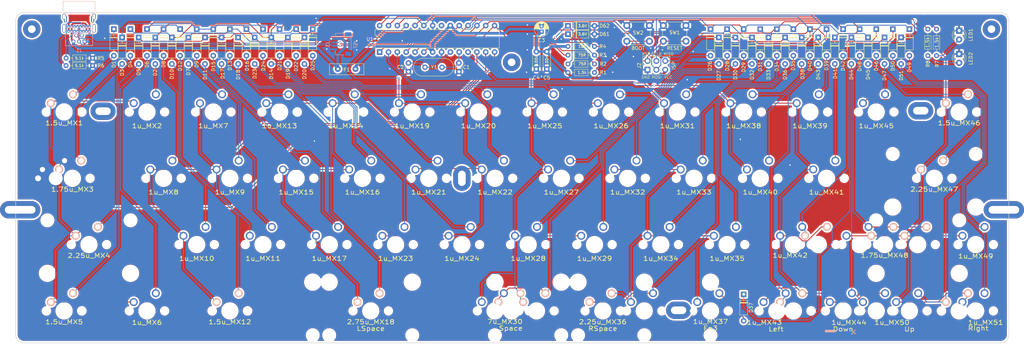
<source format=kicad_pcb>
(kicad_pcb (version 20171130) (host pcbnew "(5.1.10-1-10_14)")
  (title_block (title "Rosaline PCB") (date 2021-09-01) (rev 1.1))
  (layers (0 F.Cu signal) (31 B.Cu signal) (34 B.Paste user) (35 F.Paste user) (36 B.SilkS user) (37 F.SilkS user) (38 B.Mask user) (39 F.Mask user) (44 Edge.Cuts user))
  (net 0 "")
  (net 1 +5V)
  (net 2 GND)
  (net 3 /ROW0)
  (net 4 /ROW1)
  (net 5 /ROW2)
  (net 6 /ROW3)
  (net 7 /ROW4)
  (net 8 /ROW5)
  (net 9 /RESET)
  (net 10 "Net-(LED1-Pad2)")
  (net 11 /USB_D+)
  (net 12 /USB_D-)
  (net 13 /COL3)
  (net 14 /COL0)
  (net 15 /COL1)
  (net 16 /COL2)
  (net 17 /COL4)
  (net 18 /COL5)
  (net 19 /COL6)
  (net 20 /COL7)
  (net 21 "Net-(C1-Pad1)")
  (net 22 "Net-(C2-Pad1)")
  (net 23 "Net-(F1-Pad1)")
  (net 24 "Net-(LED2-Pad2)")
  (net 25 /LED1)
  (net 26 /LED2)
  (net 27 "Net-(J1-PadCC2)")
  (net 28 "Net-(J1-PadCC1)")
  (net 29 "Net-(1.5u_MX1-Pad1)")
  (net 30 "Net-(1.5u_MX5-Pad1)")
  (net 31 "Net-(1.5u_MX12-Pad1)")
  (net 32 "Net-(1.5u_MX43-Pad2)")
  (net 33 "Net-(1.5u_MX46-Pad1)")
  (net 34 "Net-(1.75u_MX3-Pad1)")
  (net 35 "Net-(1.75u_MX42-Pad2)")
  (net 36 "Net-(1.75u_MX48-Pad1)")
  (net 37 "Net-(1u2_MX44-Pad2)")
  (net 38 "Net-(1u_MX2-Pad1)")
  (net 39 "Net-(1u_MX6-Pad1)")
  (net 40 "Net-(1u_MX7-Pad1)")
  (net 41 "Net-(1u_MX8-Pad1)")
  (net 42 "Net-(1u_MX9-Pad1)")
  (net 43 "Net-(1u_MX10-Pad1)")
  (net 44 "Net-(1u_MX11-Pad1)")
  (net 45 "Net-(1u_MX13-Pad1)")
  (net 46 "Net-(1u_MX14-Pad1)")
  (net 47 "Net-(1u_MX15-Pad1)")
  (net 48 "Net-(1u_MX16-Pad1)")
  (net 49 "Net-(1u_MX17-Pad1)")
  (net 50 "Net-(1u_MX19-Pad1)")
  (net 51 "Net-(1u_MX20-Pad1)")
  (net 52 "Net-(1u_MX21-Pad1)")
  (net 53 "Net-(1u_MX22-Pad1)")
  (net 54 "Net-(1u_MX23-Pad1)")
  (net 55 "Net-(1u_MX24-Pad1)")
  (net 56 "Net-(1u_MX25-Pad1)")
  (net 57 "Net-(1u_MX26-Pad1)")
  (net 58 "Net-(1u_MX27-Pad1)")
  (net 59 "Net-(1u_MX28-Pad1)")
  (net 60 "Net-(1u_MX29-Pad1)")
  (net 61 "Net-(1u_MX31-Pad1)")
  (net 62 "Net-(1u_MX32-Pad1)")
  (net 63 "Net-(1u_MX33-Pad1)")
  (net 64 "Net-(1u_MX34-Pad1)")
  (net 65 "Net-(1u_MX35-Pad1)")
  (net 66 "Net-(1u_MX36-Pad1)")
  (net 67 "Net-(1u_MX37-Pad1)")
  (net 68 "Net-(1u_MX38-Pad1)")
  (net 69 "Net-(1u_MX39-Pad1)")
  (net 70 "Net-(1u_MX40-Pad1)")
  (net 71 "Net-(1u_MX41-Pad1)")
  (net 72 "Net-(1u_MX45-Pad1)")
  (net 73 "Net-(1u_MX49-Pad1)")
  (net 74 "Net-(1u_MX51-Pad1)")
  (net 75 "Net-(2.25u_MX4-Pad1)")
  (net 76 "Net-(2.25u_MX47-Pad1)")
  (net 77 "Net-(2.75u_MX18-Pad1)")
  (net 78 /ROW6)
  (net 79 "Net-(D61-Pad1)")
  (net 80 "Net-(D62-Pad1)")
  (net 81 "Net-(1.5u_MX50-Pad2)")
  (net 82 "Net-(SW2-Pad1)")
  (net 83 "Net-(1u_MX30-Pad1)")
  (module juliet:MX (layer F.Cu) (at 21.4 102.4)
    (fp_text reference stepped_MX3 hide)
    (fp_text value Esc hide)
    (pad "" np_thru_hole circle (at 5.08 0) (size 1.7018 1.7018) (drill 1.7018) (layers *.Cu *.Mask))
    (pad "" np_thru_hole circle (at -5.08 0) (size 1.7018 1.7018) (drill 1.7018) (layers *.Cu *.Mask))
    (pad "" np_thru_hole circle (at 0 0) (size 3.9878 3.9878) (drill 3.9878) (layers *.Cu *.Mask))
    (pad 2 thru_hole circle (at -3.81 -2.54) (size 2.286 2.286) (drill 1.4986) (layers *.Cu *.Mask) (net 34 "Net-(1.75u_MX3-Pad1)"))
    (pad 1 thru_hole circle (at 2.54 -5.08) (size 2.286 2.286) (drill 1.4986) (layers *.Cu *.Mask) (net 14 /COL0))
  )
  (module juliet:MX_PCB_225B (layer F.Cu) (at 178.59375 140.49375)
    (fp_text reference 2.25u_MX36 (at 0 3.175) (layer F.SilkS) (effects (font (size 1.27 1.524) (thickness 0.2032))))
    (fp_text value RSpace (at 0 5.08) (layer F.SilkS) (effects (font (size 1.27 1.524) (thickness 0.2032))))
    (pad "" np_thru_hole circle (at -11.938 -8.255 180) (size 3.9878 3.9878) (drill 3.9878) (layers *.Cu *.Mask))
    (pad "" np_thru_hole circle (at 11.938 -8.255 180) (size 3.9878 3.9878) (drill 3.9878) (layers *.Cu *.Mask))
    (pad "" np_thru_hole circle (at -11.938 6.985 180) (size 3.048 3.048) (drill 3.048) (layers *.Cu *.Mask))
    (pad "" np_thru_hole circle (at 11.938 6.985 180) (size 3.048 3.048) (drill 3.048) (layers *.Cu *.Mask))
    (pad "" np_thru_hole circle (at -5.08 0 180) (size 1.7018 1.7018) (drill 1.7018) (layers *.Cu *.Mask))
    (pad "" np_thru_hole circle (at 5.08 0 180) (size 1.7018 1.7018) (drill 1.7018) (layers *.Cu *.Mask))
    (pad "" np_thru_hole circle (at 0 0) (size 3.9878 3.9878) (drill 3.9878) (layers *.Cu *.Mask))
    (pad 2 thru_hole circle (at -3.81 -2.54) (size 2.286 2.286) (drill 1.4986) (layers *.Cu *.SilkS *.Mask) (net 66 "Net-(1u_MX36-Pad1)"))
    (pad 1 thru_hole circle (at 2.54 -5.08) (size 2.286 2.286) (drill 1.4986) (layers *.Cu *.SilkS *.Mask) (net 18 /COL5))
  )
  (module juliet:MX_PCB_225B (layer F.Cu) (at 159.54375 140.49375)
    (fp_text reference 2.25u_MX30)
    (fp_text value RSpace)
    (pad "" np_thru_hole circle (at -11.938 -8.255 180) (size 3.9878 3.9878) (drill 3.9878) (layers *.Cu *.Mask))
    (pad "" np_thru_hole circle (at 11.938 -8.255 180) (size 3.9878 3.9878) (drill 3.9878) (layers *.Cu *.Mask))
    (pad "" np_thru_hole circle (at -11.938 6.985 180) (size 3.048 3.048) (drill 3.048) (layers *.Cu *.Mask))
    (pad "" np_thru_hole circle (at 11.938 6.985 180) (size 3.048 3.048) (drill 3.048) (layers *.Cu *.Mask))
    (pad "" np_thru_hole circle (at -5.08 0 180) (size 1.7018 1.7018) (drill 1.7018) (layers *.Cu *.Mask))
    (pad "" np_thru_hole circle (at 5.08 0 180) (size 1.7018 1.7018) (drill 1.7018) (layers *.Cu *.Mask))
    (pad "" np_thru_hole circle (at 0 0) (size 3.9878 3.9878) (drill 3.9878) (layers *.Cu *.Mask))
    (pad 2 thru_hole circle (at -3.81 -2.54) (size 2.286 2.286) (drill 1.4986) (layers *.Cu *.SilkS *.Mask) (net 17 /COL4))
    (pad 1 thru_hole circle (at 2.54 -5.08) (size 2.286 2.286) (drill 1.4986) (layers *.Cu *.SilkS *.Mask) (net 83 "Net-(1u_MX30-Pad1)"))
  )
  (module juliet:MX_PCB_275B (layer F.Cu) (at 111.91875 140.49375)
    (fp_text reference 2.75u_MX18 (at 0 3.175) (layer F.SilkS) (effects (font (size 1.27 1.524) (thickness 0.2032))))
    (fp_text value LSpace (at 0 5.08) (layer F.SilkS) (effects (font (size 1.27 1.524) (thickness 0.2032))))
    (pad "" np_thru_hole circle (at -11.938 -8.255 180) (size 3.9878 3.9878) (drill 3.9878) (layers *.Cu *.Mask))
    (pad "" np_thru_hole circle (at 11.938 -8.255 180) (size 3.9878 3.9878) (drill 3.9878) (layers *.Cu *.Mask))
    (pad "" np_thru_hole circle (at -11.938 6.985 180) (size 3.048 3.048) (drill 3.048) (layers *.Cu *.Mask))
    (pad "" np_thru_hole circle (at 11.938 6.985 180) (size 3.048 3.048) (drill 3.048) (layers *.Cu *.Mask))
    (pad "" np_thru_hole circle (at -5.08 0 180) (size 1.7018 1.7018) (drill 1.7018) (layers *.Cu *.Mask))
    (pad "" np_thru_hole circle (at 5.08 0 180) (size 1.7018 1.7018) (drill 1.7018) (layers *.Cu *.Mask))
    (pad "" np_thru_hole circle (at 0 0 180) (size 3.9878 3.9878) (drill 3.9878) (layers *.Cu *.Mask))
    (pad 2 thru_hole circle (at -3.81 -2.54) (size 2.286 2.286) (drill 1.4986) (layers *.Cu *.SilkS *.Mask) (net 16 /COL2))
    (pad 1 thru_hole circle (at 2.54 -5.08) (size 2.286 2.286) (drill 1.4986) (layers *.Cu *.SilkS *.Mask) (net 77 "Net-(2.75u_MX18-Pad1)"))
  )
  (module juliet:MX_PCB_275H (layer F.Cu) (at 269.08125 121.44375)
    (fp_text reference 2.75u_MX48 hide)
    (fp_text value RShift hide)
    (pad "" np_thru_hole circle (at 11.938 8.255) (size 3.9878 3.9878) (drill 3.9878) (layers *.Cu *.Mask))
    (pad "" np_thru_hole circle (at -11.938 8.255) (size 3.9878 3.9878) (drill 3.9878) (layers *.Cu *.Mask))
    (pad "" np_thru_hole circle (at 11.938 -6.985) (size 3.048 3.048) (drill 3.048) (layers *.Cu *.Mask))
    (pad "" np_thru_hole circle (at -11.938 -6.985) (size 3.048 3.048) (drill 3.048) (layers *.Cu *.Mask))
    (pad "" np_thru_hole circle (at 5.08 0) (size 1.7018 1.7018) (drill 1.7018) (layers *.Cu *.Mask))
    (pad "" np_thru_hole circle (at -5.08 0) (size 1.7018 1.7018) (drill 1.7018) (layers *.Cu *.Mask))
    (pad "" np_thru_hole circle (at 0 0) (size 3.9878 3.9878) (drill 3.9878) (layers *.Cu *.Mask))
    (pad 2 thru_hole circle (at -3.81 -2.54) (size 2.286 2.286) (drill 1.4986) (layers *.Cu *.SilkS *.Mask) (net 20 /COL7))
    (pad 1 thru_hole circle (at 2.54 -5.08) (size 2.286 2.286) (drill 1.4986) (layers *.Cu *.SilkS *.Mask) (net 36 "Net-(1.75u_MX48-Pad1)"))
  )
  (module juliet:MX_PCB_700H (layer F.Cu) (at 152.4 140.49375)
    (fp_text reference 7u_MX30 (at -1.905 3.095625) (layer F.SilkS) (effects (font (size 1.27 1.524) (thickness 0.2032))))
    (fp_text value Space (at -0.238125 5.000625) (layer F.SilkS) (effects (font (size 1.27 1.524) (thickness 0.2032))))
    (pad "" np_thru_hole circle (at -57.15 -8.255 180) (size 3.9878 3.9878) (drill 3.9878) (layers *.Cu *.Mask))
    (pad "" np_thru_hole circle (at 57.15 -8.255 180) (size 3.9878 3.9878) (drill 3.9878) (layers *.Cu *.Mask))
    (pad "" np_thru_hole circle (at -57.15 6.985 180) (size 3.048 3.048) (drill 3.048) (layers *.Cu *.Mask))
    (pad "" np_thru_hole circle (at 57.15 6.985 180) (size 3.048 3.048) (drill 3.048) (layers *.Cu *.Mask))
    (pad "" np_thru_hole circle (at -5.08 0 180) (size 1.8 1.8) (drill 1.8) (layers *.Cu *.Mask))
    (pad "" np_thru_hole circle (at 5.08 0 180) (size 1.8 1.8) (drill 1.8) (layers *.Cu *.Mask))
    (pad "" np_thru_hole circle (at 0 0 180) (size 3.9878 3.9878) (drill 3.9878) (layers *.Cu *.Mask))
    (pad 2 thru_hole circle (at -3.81 -2.54) (size 2.286 2.286) (drill 1.4986) (layers *.Cu *.SilkS *.Mask) (net 83 "Net-(1u_MX30-Pad1)"))
    (pad 1 thru_hole circle (at 2.54 -5.08) (size 2.286 2.286) (drill 1.4986) (layers *.Cu *.SilkS *.Mask) (net 17 /COL4))
  )
  (module juliet:MX (layer F.Cu) (at 209.55 140.49375)
    (fp_text reference 1u_MX37 (at 0 3.095625) (layer F.SilkS) (effects (font (size 1.27 1.524) (thickness 0.2032))))
    (fp_text value Fn3 (at 0 5.000625) (layer F.SilkS) (effects (font (size 1.27 1.524) (thickness 0.2032))))
    (pad "" np_thru_hole circle (at 5.08 0) (size 1.7018 1.7018) (drill 1.7018) (layers *.Cu *.Mask))
    (pad "" np_thru_hole circle (at -5.08 0) (size 1.7018 1.7018) (drill 1.7018) (layers *.Cu *.Mask))
    (pad "" np_thru_hole circle (at 0 0) (size 3.9878 3.9878) (drill 3.9878) (layers *.Cu *.Mask))
    (pad 2 thru_hole circle (at -3.81 -2.54) (size 2.286 2.286) (drill 1.4986) (layers *.Cu *.Mask) (net 18 /COL5))
    (pad 1 thru_hole circle (at 2.54 -5.08) (size 2.286 2.286) (drill 1.4986) (layers *.Cu *.Mask) (net 67 "Net-(1u_MX37-Pad1)"))
  )
  (module juliet:MX (layer F.Cu) (at 190.5 140.49375)
    (fp_text reference 1u_MX36)
    (fp_text value Fn2)
    (pad "" np_thru_hole circle (at 5.08 0) (size 1.7018 1.7018) (drill 1.7018) (layers *.Cu *.Mask))
    (pad "" np_thru_hole circle (at -5.08 0) (size 1.7018 1.7018) (drill 1.7018) (layers *.Cu *.Mask))
    (pad "" np_thru_hole circle (at 0 0) (size 3.9878 3.9878) (drill 3.9878) (layers *.Cu *.Mask))
    (pad 2 thru_hole circle (at -3.81 -2.54) (size 2.286 2.286) (drill 1.4986) (layers *.Cu *.Mask) (net 18 /COL5))
    (pad 1 thru_hole circle (at 2.54 -5.08) (size 2.286 2.286) (drill 1.4986) (layers *.Cu *.Mask) (net 66 "Net-(1u_MX36-Pad1)"))
  )
  (module juliet:MX (layer F.Cu) (at 147.6375 140.49375)
    (fp_text reference 1u_MX30)
    (fp_text value Fn2)
    (pad "" np_thru_hole circle (at 5.08 0) (size 1.7018 1.7018) (drill 1.7018) (layers *.Cu *.Mask))
    (pad "" np_thru_hole circle (at -5.08 0) (size 1.7018 1.7018) (drill 1.7018) (layers *.Cu *.Mask))
    (pad "" np_thru_hole circle (at 0 0) (size 3.9878 3.9878) (drill 3.9878) (layers *.Cu *.Mask))
    (pad 2 thru_hole circle (at -3.81 -2.54) (size 2.286 2.286) (drill 1.4986) (layers *.Cu *.Mask) (net 17 /COL4))
    (pad 1 thru_hole circle (at 2.54 -5.08) (size 2.286 2.286) (drill 1.4986) (layers *.Cu *.Mask) (net 83 "Net-(1u_MX30-Pad1)"))
  )
  (module Diode_THT:D_DO-35_SOD27_P7.62mm_Horizontal (layer F.Cu) (at 219.075 135.73125 270)
    (fp_text reference D37 (at 3.81 -2.12 90) (layer F.SilkS))
    (fp_text value 1N4148)
    (pad 2 thru_hole oval (at 7.62 0 270) (size 1.6 1.6) (drill 0.8) (layers *.Cu *.Mask) (net 67 "Net-(1u_MX37-Pad1)"))
    (pad 1 thru_hole rect (at 0 0 270) (size 1.6 1.6) (drill 0.8) (layers *.Cu *.Mask) (net 78 /ROW6))
  )
  (module juliet:USB_Hybrid_THT (layer B.Cu) (at 25.136968 60.295127)
    (fp_text reference J1 (at 2.975 5.334) (layer B.SilkS) (effects (justify mirror)))
    (fp_text value USB)
    (pad GND thru_hole oval (at 0 0) (size 0.7 1) (drill 0.4 (offset 0 -0.15)) (layers *.Cu *.Mask) (net 2 GND))
    (pad V+ thru_hole oval (at 0.85 0) (size 0.7 1) (drill 0.4 (offset 0 -0.15)) (layers *.Cu *.Mask) (net 23 "Net-(F1-Pad1)"))
    (pad CC1 thru_hole oval (at 1.7 0) (size 0.7 1) (drill 0.4 (offset 0 -0.15)) (layers *.Cu *.Mask) (net 28 "Net-(J1-PadCC1)"))
    (pad D+ thru_hole oval (at 2.55 0) (size 0.7 1) (drill 0.4 (offset 0 -0.15)) (layers *.Cu *.Mask) (net 79 "Net-(D61-Pad1)"))
    (pad D- thru_hole oval (at 3.4 0) (size 0.7 1) (drill 0.4 (offset 0 -0.15)) (layers *.Cu *.Mask) (net 80 "Net-(D62-Pad1)"))
    (pad "" thru_hole oval (at 4.25 0) (size 0.7 1) (drill 0.4 (offset 0 -0.15)) (layers *.Cu *.Mask))
    (pad V+ thru_hole oval (at 5.1 0) (size 0.7 1) (drill 0.4 (offset 0 -0.15)) (layers *.Cu *.Mask) (net 23 "Net-(F1-Pad1)"))
    (pad GND thru_hole oval (at 5.95 0) (size 0.7 1) (drill 0.4 (offset 0 -0.15)) (layers *.Cu *.Mask) (net 2 GND))
    (pad V+ thru_hole oval (at 0.85 -1.35) (size 0.7 1) (drill 0.4 (offset 0 -0.15)) (layers *.Cu *.Mask) (net 23 "Net-(F1-Pad1)"))
    (pad D- thru_hole oval (at 2.55 -1.35) (size 0.7 1) (drill 0.4 (offset 0 -0.15)) (layers *.Cu *.Mask) (net 80 "Net-(D62-Pad1)"))
    (pad "" thru_hole oval (at 1.7 -1.35) (size 0.7 1) (drill 0.4 (offset 0 -0.15)) (layers *.Cu *.Mask))
    (pad GND thru_hole oval (at 0 -1.35) (size 0.7 1) (drill 0.4 (offset 0 -0.15)) (layers *.Cu *.Mask) (net 2 GND))
    (pad CC2 thru_hole oval (at 4.25 -1.35) (size 0.7 1) (drill 0.4 (offset 0 -0.15)) (layers *.Cu *.Mask) (net 27 "Net-(J1-PadCC2)"))
    (pad V+ thru_hole oval (at 5.1 -1.35) (size 0.7 1) (drill 0.4 (offset 0 -0.15)) (layers *.Cu *.Mask) (net 23 "Net-(F1-Pad1)"))
    (pad GND thru_hole oval (at 5.95 -1.35) (size 0.7 1) (drill 0.4 (offset 0 -0.15)) (layers *.Cu *.Mask) (net 2 GND))
    (pad D+ thru_hole oval (at 3.4 -1.35) (size 0.7 1) (drill 0.4 (offset 0 -0.15)) (layers *.Cu *.Mask) (net 79 "Net-(D61-Pad1)"))
    (pad "" thru_hole oval (at -1.35 -0.98) (size 0.9 2.4) (drill oval 0.6 2.1) (layers *.Cu *.Mask))
    (pad "" thru_hole oval (at 7.3 -0.98) (size 0.9 2.4) (drill oval 0.6 2.1) (layers *.Cu *.Mask))
    (pad "" thru_hole oval (at -1.35 -4.36) (size 0.9 1.7) (drill oval 0.6 1.4) (layers *.Cu *.Mask))
    (pad "" thru_hole oval (at 7.3 -4.36) (size 0.9 1.7) (drill oval 0.6 1.4) (layers *.Cu *.Mask))
    (pad D- thru_hole circle (at 2.172 1.044 180) (size 1.1 1.1) (drill 0.7) (layers *.Cu *.Mask) (net 80 "Net-(D62-Pad1)"))
    (pad V+ thru_hole circle (at 1.372 2.794 180) (size 1.1 1.1) (drill 0.7) (layers *.Cu *.Mask) (net 23 "Net-(F1-Pad1)"))
    (pad D+ thru_hole circle (at 2.972 2.794 180) (size 1.1 1.1) (drill 0.7) (layers *.Cu *.Mask) (net 79 "Net-(D61-Pad1)"))
    (pad "" thru_hole circle (at 3.772 1.044 180) (size 1.1 1.1) (drill 0.7) (layers *.Cu *.Mask))
    (pad GND thru_hole rect (at 4.572 2.794 180) (size 1.1 1.1) (drill 0.7) (layers *.Cu *.Mask) (net 2 GND))
    (pad "" thru_hole oval (at -0.928 -3.656 180) (size 0.85 2) (drill oval 0.35 1.5) (layers *.Cu *.Mask))
    (pad "" thru_hole oval (at 6.872 -3.656 180) (size 0.85 2) (drill oval 0.35 1.5) (layers *.Cu *.Mask))
  )
  (module Symbol:OSHW-Logo_7.5x8mm_Copper (layer F.Cu) (at 85.725 140.49375)
    (fp_text reference OSHW hide)
    (fp_text value OSHW-Logo_7.5x8mm_Copper hide)
  )
  (module Diode_THT:D_DO-35_SOD27_P7.62mm_Horizontal (layer F.Cu) (at 219.075 59.53125 270)
    (fp_text reference D29 (at 10.96875 0 90) (layer F.SilkS))
    (fp_text value 1N4148)
    (pad 2 thru_hole oval (at 7.62 0 270) (size 1.6 1.6) (drill 0.8) (layers *.Cu *.Mask) (net 60 "Net-(1u_MX29-Pad1)"))
    (pad 1 thru_hole rect (at 0 0 270) (size 1.6 1.6) (drill 0.8) (layers *.Cu *.Mask) (net 7 /ROW4))
  )
  (module Diode_THT:D_DO-35_SOD27_P7.62mm_Horizontal (layer F.Cu) (at 245.26875 61.9125 270)
    (fp_text reference D41 (at 10.46875 -0.1125 90) (layer F.SilkS))
    (fp_text value 1N4148)
    (pad 2 thru_hole oval (at 7.62 0 270) (size 1.6 1.6) (drill 0.8) (layers *.Cu *.Mask) (net 71 "Net-(1u_MX41-Pad1)"))
    (pad 1 thru_hole rect (at 0 0 270) (size 1.6 1.6) (drill 0.8) (layers *.Cu *.Mask) (net 6 /ROW3))
  )
  (module juliet:MountingFlex_M2 (layer F.Cu) (at 138.112616 102.393836 90)
    (fp_text reference H6 hide)
    (fp_text value M2)
    (pad "" np_thru_hole oval (at 0 0 90) (size 7.2 5) (drill oval 4.4 2.2) (layers *.Cu *.Mask))
  )
  (module juliet:MountingSlot_M2 (layer F.Cu) (at 293.84625 111.4425)
    (fp_text reference H9 hide)
    (fp_text value M2)
    (pad "" np_thru_hole oval (at 0 0) (size 11.6 5) (drill oval 8.8 2.2) (layers *.Cu *.Mask))
  )
  (module juliet:MountingFlex_M2 (layer F.Cu) (at 35.004375 83.105625)
    (fp_text reference H5 hide)
    (fp_text value M2)
    (pad "" np_thru_hole oval (at 0 0) (size 7.2 5) (drill oval 4.4 2.2) (layers *.Cu *.Mask))
  )
  (module juliet:MX_PCB_225H (layer F.Cu) (at 273.84375 102.39375)
    (fp_text reference 2.25u_MX47 (at 0 3.175) (layer F.SilkS) (effects (font (size 1.27 1.524) (thickness 0.2032))))
    (fp_text value Enter)
    (pad "" np_thru_hole circle (at 11.938 8.255) (size 3.9878 3.9878) (drill 3.9878) (layers *.Cu *.Mask))
    (pad "" np_thru_hole circle (at -11.938 8.255) (size 3.9878 3.9878) (drill 3.9878) (layers *.Cu *.Mask))
    (pad "" np_thru_hole circle (at 11.938 -6.985) (size 3.048 3.048) (drill 3.048) (layers *.Cu *.Mask))
    (pad "" np_thru_hole circle (at -11.938 -6.985) (size 3.048 3.048) (drill 3.048) (layers *.Cu *.Mask))
    (pad "" np_thru_hole circle (at 5.08 0) (size 1.7018 1.7018) (drill 1.7018) (layers *.Cu *.Mask))
    (pad "" np_thru_hole circle (at -5.08 0) (size 1.7018 1.7018) (drill 1.7018) (layers *.Cu *.Mask))
    (pad "" np_thru_hole circle (at 0 0) (size 3.9878 3.9878) (drill 3.9878) (layers *.Cu *.Mask))
    (pad 2 thru_hole circle (at -3.81 -2.54) (size 2.286 2.286) (drill 1.4986) (layers *.Cu *.SilkS *.Mask) (net 20 /COL7))
    (pad 1 thru_hole circle (at 2.54 -5.08) (size 2.286 2.286) (drill 1.4986) (layers *.Cu *.SilkS *.Mask) (net 76 "Net-(2.25u_MX47-Pad1)"))
  )
  (module juliet:MX_PCB_225H (layer F.Cu) (at 30.95625 121.44375)
    (fp_text reference 2.25u_MX4 (at 0 3.175) (layer F.SilkS) (effects (font (size 1.27 1.524) (thickness 0.2032))))
    (fp_text value LShift)
    (pad "" np_thru_hole circle (at 11.938 8.255) (size 3.9878 3.9878) (drill 3.9878) (layers *.Cu *.Mask))
    (pad "" np_thru_hole circle (at -11.938 8.255) (size 3.9878 3.9878) (drill 3.9878) (layers *.Cu *.Mask))
    (pad "" np_thru_hole circle (at 11.938 -6.985) (size 3.048 3.048) (drill 3.048) (layers *.Cu *.Mask))
    (pad "" np_thru_hole circle (at -11.938 -6.985) (size 3.048 3.048) (drill 3.048) (layers *.Cu *.Mask))
    (pad "" np_thru_hole circle (at 5.08 0) (size 1.7018 1.7018) (drill 1.7018) (layers *.Cu *.Mask))
    (pad "" np_thru_hole circle (at -5.08 0) (size 1.7018 1.7018) (drill 1.7018) (layers *.Cu *.Mask))
    (pad "" np_thru_hole circle (at 0 0) (size 3.9878 3.9878) (drill 3.9878) (layers *.Cu *.Mask))
    (pad 2 thru_hole circle (at -3.81 -2.54) (size 2.286 2.286) (drill 1.4986) (layers *.Cu *.SilkS *.Mask) (net 14 /COL0))
    (pad 1 thru_hole circle (at 2.54 -5.08) (size 2.286 2.286) (drill 1.4986) (layers *.Cu *.SilkS *.Mask) (net 75 "Net-(2.25u_MX4-Pad1)"))
  )
  (module juliet:MX_PCB_175H (layer F.Cu) (at 259.55625 121.44375)
    (fp_text reference 1.75u_MX48 (at 0 3.095625) (layer F.SilkS) (effects (font (size 1.27 1.524) (thickness 0.2032))))
    (fp_text value RShift)
    (pad "" np_thru_hole circle (at 5.08 0) (size 1.7018 1.7018) (drill 1.7018) (layers *.Cu *.Mask))
    (pad "" np_thru_hole circle (at -5.08 0) (size 1.7018 1.7018) (drill 1.7018) (layers *.Cu *.Mask))
    (pad "" np_thru_hole circle (at 0 0) (size 3.9878 3.9878) (drill 3.9878) (layers *.Cu *.Mask))
    (pad 2 thru_hole circle (at -3.81 -2.54) (size 2.286 2.286) (drill 1.4986) (layers *.Cu *.SilkS *.Mask) (net 20 /COL7))
    (pad 1 thru_hole circle (at 2.54 -5.08) (size 2.286 2.286) (drill 1.4986) (layers *.Cu *.SilkS *.Mask) (net 36 "Net-(1.75u_MX48-Pad1)"))
  )
  (module juliet:MX_PCB_175H (layer F.Cu) (at 240.50625 121.44375)
    (fp_text reference 1.75u_MX42 hide)
    (fp_text value RShift hide)
    (pad "" np_thru_hole circle (at 5.08 0) (size 1.7018 1.7018) (drill 1.7018) (layers *.Cu *.Mask))
    (pad "" np_thru_hole circle (at -5.08 0) (size 1.7018 1.7018) (drill 1.7018) (layers *.Cu *.Mask))
    (pad "" np_thru_hole circle (at 0 0) (size 3.9878 3.9878) (drill 3.9878) (layers *.Cu *.Mask))
    (pad 2 thru_hole circle (at -3.81 -2.54) (size 2.286 2.286) (drill 1.4986) (layers *.Cu *.SilkS *.Mask) (net 35 "Net-(1.75u_MX42-Pad2)"))
    (pad 1 thru_hole circle (at 2.54 -5.08) (size 2.286 2.286) (drill 1.4986) (layers *.Cu *.SilkS *.Mask) (net 19 /COL6))
  )
  (module juliet:MX_PCB_175H (layer F.Cu) (at 26.19375 102.393836)
    (fp_text reference 1.75u_MX3 (at 0 3.175) (layer F.SilkS) (effects (font (size 1.27 1.524) (thickness 0.2032))))
    (fp_text value Esc)
    (pad "" np_thru_hole circle (at 5.08 0) (size 1.7018 1.7018) (drill 1.7018) (layers *.Cu *.Mask))
    (pad "" np_thru_hole circle (at -5.08 0) (size 1.7018 1.7018) (drill 1.7018) (layers *.Cu *.Mask))
    (pad "" np_thru_hole circle (at 0 0) (size 3.9878 3.9878) (drill 3.9878) (layers *.Cu *.Mask))
    (pad 2 thru_hole circle (at -3.81 -2.54) (size 2.286 2.286) (drill 1.4986) (layers *.Cu *.SilkS *.Mask) (net 14 /COL0))
    (pad 1 thru_hole circle (at 2.54 -5.08) (size 2.286 2.286) (drill 1.4986) (layers *.Cu *.SilkS *.Mask) (net 34 "Net-(1.75u_MX3-Pad1)"))
  )
  (module juliet:MX_PCB_150H (layer F.Cu) (at 71.4375 140.49375)
    (fp_text reference 1.5u_MX12 (at 0 3.175) (layer F.SilkS) (effects (font (size 1.27 1.524) (thickness 0.2032))))
    (fp_text value LAlt)
    (pad "" np_thru_hole circle (at 5.08 0) (size 1.8 1.8) (drill 1.8) (layers *.Cu *.Mask))
    (pad "" np_thru_hole circle (at -5.08 0) (size 1.8 1.8) (drill 1.8) (layers *.Cu *.Mask))
    (pad "" np_thru_hole circle (at 0 0) (size 3.9878 3.9878) (drill 3.9878) (layers *.Cu *.Mask))
    (pad 2 thru_hole circle (at -3.81 -2.54) (size 2.286 2.286) (drill 1.4986) (layers *.Cu *.SilkS *.Mask) (net 15 /COL1))
    (pad 1 thru_hole circle (at 2.54 -5.08) (size 2.286 2.286) (drill 1.4986) (layers *.Cu *.SilkS *.Mask) (net 31 "Net-(1.5u_MX12-Pad1)"))
  )
  (module juliet:MX_PCB_150H (layer F.Cu) (at 23.8125 140.49375)
    (fp_text reference 1.5u_MX5 (at 0 3.175) (layer F.SilkS) (effects (font (size 1.27 1.524) (thickness 0.2032))))
    (fp_text value LCtrl)
    (pad "" np_thru_hole circle (at 5.08 0) (size 1.8 1.8) (drill 1.8) (layers *.Cu *.Mask))
    (pad "" np_thru_hole circle (at -5.08 0) (size 1.8 1.8) (drill 1.8) (layers *.Cu *.Mask))
    (pad "" np_thru_hole circle (at 0 0) (size 3.9878 3.9878) (drill 3.9878) (layers *.Cu *.Mask))
    (pad 2 thru_hole circle (at -3.81 -2.54) (size 2.286 2.286) (drill 1.4986) (layers *.Cu *.SilkS *.Mask) (net 14 /COL0))
    (pad 1 thru_hole circle (at 2.54 -5.08) (size 2.286 2.286) (drill 1.4986) (layers *.Cu *.SilkS *.Mask) (net 30 "Net-(1.5u_MX5-Pad1)"))
  )
  (module juliet:MX_PCB_150H (layer F.Cu) (at 280.9875 140.49375)
    (fp_text reference 1.5u_MX50)
    (fp_text value RCtrl)
    (pad "" np_thru_hole circle (at 5.08 0) (size 1.8 1.8) (drill 1.8) (layers *.Cu *.Mask))
    (pad "" np_thru_hole circle (at -5.08 0) (size 1.8 1.8) (drill 1.8) (layers *.Cu *.Mask))
    (pad "" np_thru_hole circle (at 0 0) (size 3.9878 3.9878) (drill 3.9878) (layers *.Cu *.Mask))
    (pad 2 thru_hole circle (at -3.81 -2.54) (size 2.286 2.286) (drill 1.4986) (layers *.Cu *.SilkS *.Mask) (net 81 "Net-(1.5u_MX50-Pad2)"))
    (pad 1 thru_hole circle (at 2.54 -5.08) (size 2.286 2.286) (drill 1.4986) (layers *.Cu *.SilkS *.Mask) (net 20 /COL7))
  )
  (module juliet:MX_PCB_150H (layer F.Cu) (at 280.9875 83.34375)
    (fp_text reference 1.5u_MX46 (at 0 3.175) (layer F.SilkS) (effects (font (size 1.27 1.524) (thickness 0.2032))))
    (fp_text value Back)
    (pad "" np_thru_hole circle (at 5.08 0) (size 1.8 1.8) (drill 1.8) (layers *.Cu *.Mask))
    (pad "" np_thru_hole circle (at -5.08 0) (size 1.8 1.8) (drill 1.8) (layers *.Cu *.Mask))
    (pad "" np_thru_hole circle (at 0 0) (size 3.9878 3.9878) (drill 3.9878) (layers *.Cu *.Mask))
    (pad 2 thru_hole circle (at -3.81 -2.54) (size 2.286 2.286) (drill 1.4986) (layers *.Cu *.SilkS *.Mask) (net 20 /COL7))
    (pad 1 thru_hole circle (at 2.54 -5.08) (size 2.286 2.286) (drill 1.4986) (layers *.Cu *.SilkS *.Mask) (net 33 "Net-(1.5u_MX46-Pad1)"))
  )
  (module juliet:MX_PCB_150H (layer F.Cu) (at 233.3625 140.49375)
    (fp_text reference 1.5u_MX43)
    (fp_text value RAlt)
    (pad "" np_thru_hole circle (at 5.08 0) (size 1.8 1.8) (drill 1.8) (layers *.Cu *.Mask))
    (pad "" np_thru_hole circle (at -5.08 0) (size 1.8 1.8) (drill 1.8) (layers *.Cu *.Mask))
    (pad "" np_thru_hole circle (at 0 0) (size 3.9878 3.9878) (drill 3.9878) (layers *.Cu *.Mask))
    (pad 2 thru_hole circle (at -3.81 -2.54) (size 2.286 2.286) (drill 1.4986) (layers *.Cu *.SilkS *.Mask) (net 32 "Net-(1.5u_MX43-Pad2)"))
    (pad 1 thru_hole circle (at 2.54 -5.08) (size 2.286 2.286) (drill 1.4986) (layers *.Cu *.SilkS *.Mask) (net 19 /COL6))
  )
  (module juliet:MX_PCB_150H (layer F.Cu) (at 23.8125 83.34375)
    (fp_text reference 1.5u_MX1 (at 0 3.175) (layer F.SilkS) (effects (font (size 1.27 1.524) (thickness 0.2032))))
    (fp_text value Tab)
    (pad "" np_thru_hole circle (at 5.08 0) (size 1.8 1.8) (drill 1.8) (layers *.Cu *.Mask))
    (pad "" np_thru_hole circle (at -5.08 0) (size 1.8 1.8) (drill 1.8) (layers *.Cu *.Mask))
    (pad "" np_thru_hole circle (at 0 0) (size 3.9878 3.9878) (drill 3.9878) (layers *.Cu *.Mask))
    (pad 2 thru_hole circle (at -3.81 -2.54) (size 2.286 2.286) (drill 1.4986) (layers *.Cu *.SilkS *.Mask) (net 14 /COL0))
    (pad 1 thru_hole circle (at 2.54 -5.08) (size 2.286 2.286) (drill 1.4986) (layers *.Cu *.SilkS *.Mask) (net 29 "Net-(1.5u_MX1-Pad1)"))
  )
  (module juliet:Flags (layer B.Cu) (at 244.078125 146.685 180)
    (fp_text reference Flags hide)
    (fp_text value flags)
  )
  (module juliet:MountingSlot_M2 (layer F.Cu) (at 11.191875 111.4425)
    (fp_text reference H4 hide)
    (fp_text value M2)
    (pad "" np_thru_hole oval (at 0 0) (size 11.6 5) (drill oval 8.8 2.2) (layers *.Cu *.Mask))
  )
  (module juliet:MountingHole_M2 (layer F.Cu) (at 290.274375 59.53125)
    (fp_text reference H3 hide)
    (fp_text value M2)
    (pad "" np_thru_hole circle (at 0 0) (size 5 5) (drill 2.2) (layers *.Cu *.Mask))
  )
  (module juliet:MountingFlex_M2 (layer F.Cu) (at 269.96 82.97)
    (fp_text reference H8 hide)
    (fp_text value M2)
    (pad "" np_thru_hole oval (at 0 0) (size 7.2 5) (drill oval 4.4 2.2) (layers *.Cu *.Mask))
  )
  (module juliet:MountingFlex_M2 (layer F.Cu) (at 200.38 140.31)
    (fp_text reference H7 hide)
    (fp_text value M2)
    (pad "" np_thru_hole oval (at 0 0) (size 7.2 5) (drill oval 4.4 2.2) (layers *.Cu *.Mask))
  )
  (module juliet:MountingHole_M2 (layer F.Cu) (at 152.4 69.05625)
    (fp_text reference H2 hide)
    (fp_text value M2)
    (pad "" np_thru_hole circle (at 0 0) (size 5 5) (drill 2.2) (layers *.Cu *.Mask))
  )
  (module juliet:MountingHole_M2 (layer F.Cu) (at 14.525625 59.53125)
    (fp_text reference H1 hide)
    (fp_text value M2)
    (pad "" np_thru_hole circle (at 0 0) (size 5 5) (drill 2.2) (layers *.Cu *.Mask))
  )
  (module Diode_THT:D_DO-35_SOD27_P7.62mm_Horizontal (layer F.Cu) (at 226.21875 61.9125 270)
    (fp_text reference D33 (at 10.715634 0 90) (layer F.SilkS))
    (fp_text value 1N4148)
    (pad 1 thru_hole rect (at 0 0 270) (size 1.6 1.6) (drill 0.8) (layers *.Cu *.Mask) (net 5 /ROW2))
    (pad 2 thru_hole oval (at 7.62 0 270) (size 1.6 1.6) (drill 0.8) (layers *.Cu *.Mask) (net 63 "Net-(1u_MX33-Pad1)"))
  )
  (module Diode_THT:D_DO-35_SOD27_P7.62mm_Horizontal (layer F.Cu) (at 54.76875 61.9125 270)
    (fp_text reference D10 (at 10.5875 0 90) (layer F.SilkS))
    (fp_text value 1N4148)
    (pad 2 thru_hole oval (at 7.62 0 270) (size 1.6 1.6) (drill 0.8) (layers *.Cu *.Mask) (net 43 "Net-(1u_MX10-Pad1)"))
    (pad 1 thru_hole rect (at 0 0 270) (size 1.6 1.6) (drill 0.8) (layers *.Cu *.Mask) (net 6 /ROW3))
  )
  (module juliet:MX (layer F.Cu) (at 66.675 83.34375)
    (fp_text reference 1u_MX7 (at 0 4) (layer F.SilkS) (effects (font (size 1.27 1.524) (thickness 0.2032))))
    (fp_text value W)
    (pad "" np_thru_hole circle (at 5.08 0) (size 1.7018 1.7018) (drill 1.7018) (layers *.Cu *.Mask))
    (pad "" np_thru_hole circle (at -5.08 0) (size 1.7018 1.7018) (drill 1.7018) (layers *.Cu *.Mask))
    (pad "" np_thru_hole circle (at 0 0) (size 3.9878 3.9878) (drill 3.9878) (layers *.Cu *.Mask))
    (pad 2 thru_hole circle (at -3.81 -2.54) (size 2.286 2.286) (drill 1.4986) (layers *.Cu *.Mask) (net 15 /COL1))
    (pad 1 thru_hole circle (at 2.54 -5.08) (size 2.286 2.286) (drill 1.4986) (layers *.Cu *.Mask) (net 40 "Net-(1u_MX7-Pad1)"))
  )
  (module Diode_THT:D_DO-35_SOD27_P7.62mm_Horizontal (layer F.Cu) (at 264.31875 61.9125 270)
    (fp_text reference D51 (at 10.96875 0 90) (layer F.SilkS))
    (fp_text value 1N4148)
    (pad 2 thru_hole oval (at 7.62 0 270) (size 1.6 1.6) (drill 0.8) (layers *.Cu *.Mask) (net 74 "Net-(1u_MX51-Pad1)"))
    (pad 1 thru_hole rect (at 0 0 270) (size 1.6 1.6) (drill 0.8) (layers *.Cu *.Mask) (net 78 /ROW6))
  )
  (module Diode_THT:D_DO-35_SOD27_P7.62mm_Horizontal (layer F.Cu) (at 261.9375 59.53125 270)
    (fp_text reference D50 (at 10.5875 0 90) (layer F.SilkS))
    (fp_text value 1N4148)
    (pad 2 thru_hole oval (at 7.62 0 270) (size 1.6 1.6) (drill 0.8) (layers *.Cu *.Mask) (net 81 "Net-(1.5u_MX50-Pad2)"))
    (pad 1 thru_hole rect (at 0 0 270) (size 1.6 1.6) (drill 0.8) (layers *.Cu *.Mask) (net 8 /ROW5))
  )
  (module juliet:MX (layer F.Cu) (at 285.75 140.49375)
    (fp_text reference 1u_MX51 (at 2.8575 3.33375) (layer F.SilkS) (effects (font (size 1.27 1.524) (thickness 0.2032))))
    (fp_text value Right (at 0.714375 5.000625) (layer F.SilkS) (effects (font (size 1.27 1.524) (thickness 0.2032))))
    (pad "" np_thru_hole circle (at 5.08 0) (size 1.7018 1.7018) (drill 1.7018) (layers *.Cu *.Mask))
    (pad "" np_thru_hole circle (at -5.08 0) (size 1.7018 1.7018) (drill 1.7018) (layers *.Cu *.Mask))
    (pad "" np_thru_hole circle (at 0 0) (size 3.9878 3.9878) (drill 3.9878) (layers *.Cu *.Mask))
    (pad 2 thru_hole circle (at -3.81 -2.54) (size 2.286 2.286) (drill 1.4986) (layers *.Cu *.Mask) (net 20 /COL7))
    (pad 1 thru_hole circle (at 2.54 -5.08) (size 2.286 2.286) (drill 1.4986) (layers *.Cu *.Mask) (net 74 "Net-(1u_MX51-Pad1)"))
  )
  (module juliet:MX (layer F.Cu) (at 266.7 140.49375)
    (fp_text reference 1u_MX50 (at -5.000625 3.33375) (layer F.SilkS) (effects (font (size 1.27 1.524) (thickness 0.2032))))
    (fp_text value Up (at 0 5.23875) (layer F.SilkS) (effects (font (size 1.27 1.524) (thickness 0.2032))))
    (pad "" np_thru_hole circle (at 5.08 0) (size 1.7018 1.7018) (drill 1.7018) (layers *.Cu *.Mask))
    (pad "" np_thru_hole circle (at -5.08 0) (size 1.7018 1.7018) (drill 1.7018) (layers *.Cu *.Mask))
    (pad "" np_thru_hole circle (at 0 0) (size 3.9878 3.9878) (drill 3.9878) (layers *.Cu *.Mask))
    (pad 2 thru_hole circle (at -3.81 -2.54) (size 2.286 2.286) (drill 1.4986) (layers *.Cu *.Mask) (net 20 /COL7))
    (pad 1 thru_hole circle (at 2.54 -5.08) (size 2.286 2.286) (drill 1.4986) (layers *.Cu *.Mask) (net 81 "Net-(1.5u_MX50-Pad2)"))
  )
  (module juliet:MX (layer F.Cu) (at 285.75 121.44375)
    (fp_text reference 1u_MX49 (at 0 3.33375) (layer F.SilkS) (effects (font (size 1.27 1.524) (thickness 0.2032))))
    (fp_text value Fn)
    (pad "" np_thru_hole circle (at 5.08 0) (size 1.7018 1.7018) (drill 1.7018) (layers *.Cu *.Mask))
    (pad "" np_thru_hole circle (at -5.08 0) (size 1.7018 1.7018) (drill 1.7018) (layers *.Cu *.Mask))
    (pad "" np_thru_hole circle (at 0 0) (size 3.9878 3.9878) (drill 3.9878) (layers *.Cu *.Mask))
    (pad 2 thru_hole circle (at -3.81 -2.54) (size 2.286 2.286) (drill 1.4986) (layers *.Cu *.Mask) (net 20 /COL7))
    (pad 1 thru_hole circle (at 2.54 -5.08) (size 2.286 2.286) (drill 1.4986) (layers *.Cu *.Mask) (net 73 "Net-(1u_MX49-Pad1)"))
  )
  (module juliet:MX (layer F.Cu) (at 252.4125 121.44375)
    (fp_text reference 1u_MX48 hide)
    (fp_text value Up hide)
    (pad "" np_thru_hole circle (at 5.08 0) (size 1.7018 1.7018) (drill 1.7018) (layers *.Cu *.Mask))
    (pad "" np_thru_hole circle (at -5.08 0) (size 1.7018 1.7018) (drill 1.7018) (layers *.Cu *.Mask))
    (pad "" np_thru_hole circle (at 0 0) (size 3.9878 3.9878) (drill 3.9878) (layers *.Cu *.Mask))
    (pad 2 thru_hole circle (at -3.81 -2.54) (size 2.286 2.286) (drill 1.4986) (layers *.Cu *.Mask) (net 20 /COL7))
    (pad 1 thru_hole circle (at 2.54 -5.08) (size 2.286 2.286) (drill 1.4986) (layers *.Cu *.Mask) (net 36 "Net-(1.75u_MX48-Pad1)"))
  )
  (module juliet:MX (layer F.Cu) (at 257.175 83.34375)
    (fp_text reference 1u_MX45 (at 0 4) (layer F.SilkS) (effects (font (size 1.27 1.524) (thickness 0.2032))))
    (fp_text value ])
    (pad "" np_thru_hole circle (at 5.08 0) (size 1.7018 1.7018) (drill 1.7018) (layers *.Cu *.Mask))
    (pad "" np_thru_hole circle (at -5.08 0) (size 1.7018 1.7018) (drill 1.7018) (layers *.Cu *.Mask))
    (pad "" np_thru_hole circle (at 0 0) (size 3.9878 3.9878) (drill 3.9878) (layers *.Cu *.Mask))
    (pad 2 thru_hole circle (at -3.81 -2.54) (size 2.286 2.286) (drill 1.4986) (layers *.Cu *.Mask) (net 20 /COL7))
    (pad 1 thru_hole circle (at 2.54 -5.08) (size 2.286 2.286) (drill 1.4986) (layers *.Cu *.Mask) (net 72 "Net-(1u_MX45-Pad1)"))
  )
  (module juliet:MX (layer F.Cu) (at 247.65 140.49375)
    (fp_text reference 1u_MX44 (at 1.666875 3.33375) (layer F.SilkS) (effects (font (size 1.27 1.524) (thickness 0.2032))))
    (fp_text value Down (at 0 5.23875) (layer F.SilkS) (effects (font (size 1.27 1.524) (thickness 0.2032))))
    (pad "" np_thru_hole circle (at 5.08 0) (size 1.7018 1.7018) (drill 1.7018) (layers *.Cu *.Mask))
    (pad "" np_thru_hole circle (at -5.08 0) (size 1.7018 1.7018) (drill 1.7018) (layers *.Cu *.Mask))
    (pad "" np_thru_hole circle (at 0 0) (size 3.9878 3.9878) (drill 3.9878) (layers *.Cu *.Mask))
    (pad 2 thru_hole circle (at -3.81 -2.54) (size 2.286 2.286) (drill 1.4986) (layers *.Cu *.Mask) (net 19 /COL6))
    (pad 1 thru_hole circle (at 2.54 -5.08) (size 2.286 2.286) (drill 1.4986) (layers *.Cu *.Mask) (net 37 "Net-(1u2_MX44-Pad2)"))
  )
  (module juliet:MX (layer F.Cu) (at 228.6 140.49375)
    (fp_text reference 1u_MX43 (at -3.571875 3.33375) (layer F.SilkS) (effects (font (size 1.27 1.524) (thickness 0.2032))))
    (fp_text value Left (at -0.238125 5.23875) (layer F.SilkS) (effects (font (size 1.27 1.524) (thickness 0.2032))))
    (pad "" np_thru_hole circle (at 5.08 0) (size 1.7018 1.7018) (drill 1.7018) (layers *.Cu *.Mask))
    (pad "" np_thru_hole circle (at -5.08 0) (size 1.7018 1.7018) (drill 1.7018) (layers *.Cu *.Mask))
    (pad "" np_thru_hole circle (at 0 0) (size 3.9878 3.9878) (drill 3.9878) (layers *.Cu *.Mask))
    (pad 2 thru_hole circle (at -3.81 -2.54) (size 2.286 2.286) (drill 1.4986) (layers *.Cu *.Mask) (net 19 /COL6))
    (pad 1 thru_hole circle (at 2.54 -5.08) (size 2.286 2.286) (drill 1.4986) (layers *.Cu *.Mask) (net 32 "Net-(1.5u_MX43-Pad2)"))
  )
  (module juliet:MX (layer F.Cu) (at 233.3625 121.44375)
    (fp_text reference 1u_MX42 (at -0.9525 3.095625) (layer F.SilkS) (effects (font (size 1.27 1.524) (thickness 0.2032))))
    (fp_text value /)
    (pad "" np_thru_hole circle (at 5.08 0) (size 1.7018 1.7018) (drill 1.7018) (layers *.Cu *.Mask))
    (pad "" np_thru_hole circle (at -5.08 0) (size 1.7018 1.7018) (drill 1.7018) (layers *.Cu *.Mask))
    (pad "" np_thru_hole circle (at 0 0) (size 3.9878 3.9878) (drill 3.9878) (layers *.Cu *.Mask))
    (pad 2 thru_hole circle (at -3.81 -2.54) (size 2.286 2.286) (drill 1.4986) (layers *.Cu *.Mask) (net 19 /COL6))
    (pad 1 thru_hole circle (at 2.54 -5.08) (size 2.286 2.286) (drill 1.4986) (layers *.Cu *.Mask) (net 35 "Net-(1.75u_MX42-Pad2)"))
  )
  (module juliet:MX (layer F.Cu) (at 242.8875 102.39375)
    (fp_text reference 1u_MX41 (at 0 4) (layer F.SilkS) (effects (font (size 1.27 1.524) (thickness 0.2032))))
    (fp_text value ')
    (pad "" np_thru_hole circle (at 5.08 0) (size 1.7018 1.7018) (drill 1.7018) (layers *.Cu *.Mask))
    (pad "" np_thru_hole circle (at -5.08 0) (size 1.7018 1.7018) (drill 1.7018) (layers *.Cu *.Mask))
    (pad "" np_thru_hole circle (at 0 0) (size 3.9878 3.9878) (drill 3.9878) (layers *.Cu *.Mask))
    (pad 2 thru_hole circle (at -3.81 -2.54) (size 2.286 2.286) (drill 1.4986) (layers *.Cu *.Mask) (net 19 /COL6))
    (pad 1 thru_hole circle (at 2.54 -5.08) (size 2.286 2.286) (drill 1.4986) (layers *.Cu *.Mask) (net 71 "Net-(1u_MX41-Pad1)"))
  )
  (module juliet:MX (layer F.Cu) (at 223.8375 102.39375)
    (fp_text reference 1u_MX40 (at 0 4) (layer F.SilkS) (effects (font (size 1.27 1.524) (thickness 0.2032))))
    (fp_text value ;)
    (pad "" np_thru_hole circle (at 5.08 0) (size 1.7018 1.7018) (drill 1.7018) (layers *.Cu *.Mask))
    (pad "" np_thru_hole circle (at -5.08 0) (size 1.7018 1.7018) (drill 1.7018) (layers *.Cu *.Mask))
    (pad "" np_thru_hole circle (at 0 0) (size 3.9878 3.9878) (drill 3.9878) (layers *.Cu *.Mask))
    (pad 2 thru_hole circle (at -3.81 -2.54) (size 2.286 2.286) (drill 1.4986) (layers *.Cu *.Mask) (net 19 /COL6))
    (pad 1 thru_hole circle (at 2.54 -5.08) (size 2.286 2.286) (drill 1.4986) (layers *.Cu *.Mask) (net 70 "Net-(1u_MX40-Pad1)"))
  )
  (module juliet:MX (layer F.Cu) (at 238.125 83.34375)
    (fp_text reference 1u_MX39 (at 0 4) (layer F.SilkS) (effects (font (size 1.27 1.524) (thickness 0.2032))))
    (fp_text value [)
    (pad "" np_thru_hole circle (at 5.08 0) (size 1.7018 1.7018) (drill 1.7018) (layers *.Cu *.Mask))
    (pad "" np_thru_hole circle (at -5.08 0) (size 1.7018 1.7018) (drill 1.7018) (layers *.Cu *.Mask))
    (pad "" np_thru_hole circle (at 0 0) (size 3.9878 3.9878) (drill 3.9878) (layers *.Cu *.Mask))
    (pad 2 thru_hole circle (at -3.81 -2.54) (size 2.286 2.286) (drill 1.4986) (layers *.Cu *.Mask) (net 19 /COL6))
    (pad 1 thru_hole circle (at 2.54 -5.08) (size 2.286 2.286) (drill 1.4986) (layers *.Cu *.Mask) (net 69 "Net-(1u_MX39-Pad1)"))
  )
  (module juliet:MX (layer F.Cu) (at 219.075 83.34375)
    (fp_text reference 1u_MX38 (at 0 4) (layer F.SilkS) (effects (font (size 1.27 1.524) (thickness 0.2032))))
    (fp_text value P)
    (pad "" np_thru_hole circle (at 5.08 0) (size 1.7018 1.7018) (drill 1.7018) (layers *.Cu *.Mask))
    (pad "" np_thru_hole circle (at -5.08 0) (size 1.7018 1.7018) (drill 1.7018) (layers *.Cu *.Mask))
    (pad "" np_thru_hole circle (at 0 0) (size 3.9878 3.9878) (drill 3.9878) (layers *.Cu *.Mask))
    (pad 2 thru_hole circle (at -3.81 -2.54) (size 2.286 2.286) (drill 1.4986) (layers *.Cu *.Mask) (net 19 /COL6))
    (pad 1 thru_hole circle (at 2.54 -5.08) (size 2.286 2.286) (drill 1.4986) (layers *.Cu *.Mask) (net 68 "Net-(1u_MX38-Pad1)"))
  )
  (module juliet:MX (layer F.Cu) (at 214.3125 121.44375)
    (fp_text reference 1u_MX35 (at 0 4) (layer F.SilkS) (effects (font (size 1.27 1.524) (thickness 0.2032))))
    (fp_text value .)
    (pad "" np_thru_hole circle (at 5.08 0) (size 1.7018 1.7018) (drill 1.7018) (layers *.Cu *.Mask))
    (pad "" np_thru_hole circle (at -5.08 0) (size 1.7018 1.7018) (drill 1.7018) (layers *.Cu *.Mask))
    (pad "" np_thru_hole circle (at 0 0) (size 3.9878 3.9878) (drill 3.9878) (layers *.Cu *.Mask))
    (pad 2 thru_hole circle (at -3.81 -2.54) (size 2.286 2.286) (drill 1.4986) (layers *.Cu *.Mask) (net 18 /COL5))
    (pad 1 thru_hole circle (at 2.54 -5.08) (size 2.286 2.286) (drill 1.4986) (layers *.Cu *.Mask) (net 65 "Net-(1u_MX35-Pad1)"))
  )
  (module juliet:MX (layer F.Cu) (at 195.2625 121.44375)
    (fp_text reference 1u_MX34 (at 0 4) (layer F.SilkS) (effects (font (size 1.27 1.524) (thickness 0.2032))))
    (fp_text value ,)
    (pad "" np_thru_hole circle (at 5.08 0) (size 1.7018 1.7018) (drill 1.7018) (layers *.Cu *.Mask))
    (pad "" np_thru_hole circle (at -5.08 0) (size 1.7018 1.7018) (drill 1.7018) (layers *.Cu *.Mask))
    (pad "" np_thru_hole circle (at 0 0) (size 3.9878 3.9878) (drill 3.9878) (layers *.Cu *.Mask))
    (pad 2 thru_hole circle (at -3.81 -2.54) (size 2.286 2.286) (drill 1.4986) (layers *.Cu *.Mask) (net 18 /COL5))
    (pad 1 thru_hole circle (at 2.54 -5.08) (size 2.286 2.286) (drill 1.4986) (layers *.Cu *.Mask) (net 64 "Net-(1u_MX34-Pad1)"))
  )
  (module juliet:MX (layer F.Cu) (at 204.7875 102.39375)
    (fp_text reference 1u_MX33 (at 0 4) (layer F.SilkS) (effects (font (size 1.27 1.524) (thickness 0.2032))))
    (fp_text value L)
    (pad "" np_thru_hole circle (at 5.08 0) (size 1.7018 1.7018) (drill 1.7018) (layers *.Cu *.Mask))
    (pad "" np_thru_hole circle (at -5.08 0) (size 1.7018 1.7018) (drill 1.7018) (layers *.Cu *.Mask))
    (pad "" np_thru_hole circle (at 0 0) (size 3.9878 3.9878) (drill 3.9878) (layers *.Cu *.Mask))
    (pad 2 thru_hole circle (at -3.81 -2.54) (size 2.286 2.286) (drill 1.4986) (layers *.Cu *.Mask) (net 18 /COL5))
    (pad 1 thru_hole circle (at 2.54 -5.08) (size 2.286 2.286) (drill 1.4986) (layers *.Cu *.Mask) (net 63 "Net-(1u_MX33-Pad1)"))
  )
  (module juliet:MX (layer F.Cu) (at 185.7375 102.39375)
    (fp_text reference 1u_MX32 (at 0 4) (layer F.SilkS) (effects (font (size 1.27 1.524) (thickness 0.2032))))
    (fp_text value K)
    (pad "" np_thru_hole circle (at 5.08 0) (size 1.7018 1.7018) (drill 1.7018) (layers *.Cu *.Mask))
    (pad "" np_thru_hole circle (at -5.08 0) (size 1.7018 1.7018) (drill 1.7018) (layers *.Cu *.Mask))
    (pad "" np_thru_hole circle (at 0 0) (size 3.9878 3.9878) (drill 3.9878) (layers *.Cu *.Mask))
    (pad 2 thru_hole circle (at -3.81 -2.54) (size 2.286 2.286) (drill 1.4986) (layers *.Cu *.Mask) (net 18 /COL5))
    (pad 1 thru_hole circle (at 2.54 -5.08) (size 2.286 2.286) (drill 1.4986) (layers *.Cu *.Mask) (net 62 "Net-(1u_MX32-Pad1)"))
  )
  (module juliet:MX (layer F.Cu) (at 200.025 83.34375)
    (fp_text reference 1u_MX31 (at 0 4) (layer F.SilkS) (effects (font (size 1.27 1.524) (thickness 0.2032))))
    (fp_text value O)
    (pad "" np_thru_hole circle (at 5.08 0) (size 1.7018 1.7018) (drill 1.7018) (layers *.Cu *.Mask))
    (pad "" np_thru_hole circle (at -5.08 0) (size 1.7018 1.7018) (drill 1.7018) (layers *.Cu *.Mask))
    (pad "" np_thru_hole circle (at 0 0) (size 3.9878 3.9878) (drill 3.9878) (layers *.Cu *.Mask))
    (pad 2 thru_hole circle (at -3.81 -2.54) (size 2.286 2.286) (drill 1.4986) (layers *.Cu *.Mask) (net 18 /COL5))
    (pad 1 thru_hole circle (at 2.54 -5.08) (size 2.286 2.286) (drill 1.4986) (layers *.Cu *.Mask) (net 61 "Net-(1u_MX31-Pad1)"))
  )
  (module juliet:MX (layer F.Cu) (at 176.2125 121.44375)
    (fp_text reference 1u_MX29 (at 0 4) (layer F.SilkS) (effects (font (size 1.27 1.524) (thickness 0.2032))))
    (fp_text value M)
    (pad "" np_thru_hole circle (at 5.08 0) (size 1.7018 1.7018) (drill 1.7018) (layers *.Cu *.Mask))
    (pad "" np_thru_hole circle (at -5.08 0) (size 1.7018 1.7018) (drill 1.7018) (layers *.Cu *.Mask))
    (pad "" np_thru_hole circle (at 0 0) (size 3.9878 3.9878) (drill 3.9878) (layers *.Cu *.Mask))
    (pad 2 thru_hole circle (at -3.81 -2.54) (size 2.286 2.286) (drill 1.4986) (layers *.Cu *.Mask) (net 17 /COL4))
    (pad 1 thru_hole circle (at 2.54 -5.08) (size 2.286 2.286) (drill 1.4986) (layers *.Cu *.Mask) (net 60 "Net-(1u_MX29-Pad1)"))
  )
  (module juliet:MX (layer F.Cu) (at 157.1625 121.44375)
    (fp_text reference 1u_MX28 (at 0 4) (layer F.SilkS) (effects (font (size 1.27 1.524) (thickness 0.2032))))
    (fp_text value N)
    (pad "" np_thru_hole circle (at 5.08 0) (size 1.7018 1.7018) (drill 1.7018) (layers *.Cu *.Mask))
    (pad "" np_thru_hole circle (at -5.08 0) (size 1.7018 1.7018) (drill 1.7018) (layers *.Cu *.Mask))
    (pad "" np_thru_hole circle (at 0 0) (size 3.9878 3.9878) (drill 3.9878) (layers *.Cu *.Mask))
    (pad 2 thru_hole circle (at -3.81 -2.54) (size 2.286 2.286) (drill 1.4986) (layers *.Cu *.Mask) (net 17 /COL4))
    (pad 1 thru_hole circle (at 2.54 -5.08) (size 2.286 2.286) (drill 1.4986) (layers *.Cu *.Mask) (net 59 "Net-(1u_MX28-Pad1)"))
  )
  (module juliet:MX (layer F.Cu) (at 166.6875 102.39375)
    (fp_text reference 1u_MX27 (at 0 4) (layer F.SilkS) (effects (font (size 1.27 1.524) (thickness 0.2032))))
    (fp_text value J)
    (pad "" np_thru_hole circle (at 5.08 0) (size 1.7018 1.7018) (drill 1.7018) (layers *.Cu *.Mask))
    (pad "" np_thru_hole circle (at -5.08 0) (size 1.7018 1.7018) (drill 1.7018) (layers *.Cu *.Mask))
    (pad "" np_thru_hole circle (at 0 0) (size 3.9878 3.9878) (drill 3.9878) (layers *.Cu *.Mask))
    (pad 2 thru_hole circle (at -3.81 -2.54) (size 2.286 2.286) (drill 1.4986) (layers *.Cu *.Mask) (net 17 /COL4))
    (pad 1 thru_hole circle (at 2.54 -5.08) (size 2.286 2.286) (drill 1.4986) (layers *.Cu *.Mask) (net 58 "Net-(1u_MX27-Pad1)"))
  )
  (module juliet:MX (layer F.Cu) (at 180.975 83.34375)
    (fp_text reference 1u_MX26 (at 0 4) (layer F.SilkS) (effects (font (size 1.27 1.524) (thickness 0.2032))))
    (fp_text value I)
    (pad "" np_thru_hole circle (at 5.08 0) (size 1.7018 1.7018) (drill 1.7018) (layers *.Cu *.Mask))
    (pad "" np_thru_hole circle (at -5.08 0) (size 1.7018 1.7018) (drill 1.7018) (layers *.Cu *.Mask))
    (pad "" np_thru_hole circle (at 0 0) (size 3.9878 3.9878) (drill 3.9878) (layers *.Cu *.Mask))
    (pad 2 thru_hole circle (at -3.81 -2.54) (size 2.286 2.286) (drill 1.4986) (layers *.Cu *.Mask) (net 17 /COL4))
    (pad 1 thru_hole circle (at 2.54 -5.08) (size 2.286 2.286) (drill 1.4986) (layers *.Cu *.Mask) (net 57 "Net-(1u_MX26-Pad1)"))
  )
  (module juliet:MX (layer F.Cu) (at 161.925 83.34375)
    (fp_text reference 1u_MX25 (at 0 4) (layer F.SilkS) (effects (font (size 1.27 1.524) (thickness 0.2032))))
    (fp_text value U)
    (pad "" np_thru_hole circle (at 5.08 0) (size 1.7018 1.7018) (drill 1.7018) (layers *.Cu *.Mask))
    (pad "" np_thru_hole circle (at -5.08 0) (size 1.7018 1.7018) (drill 1.7018) (layers *.Cu *.Mask))
    (pad "" np_thru_hole circle (at 0 0) (size 3.9878 3.9878) (drill 3.9878) (layers *.Cu *.Mask))
    (pad 2 thru_hole circle (at -3.81 -2.54) (size 2.286 2.286) (drill 1.4986) (layers *.Cu *.Mask) (net 17 /COL4))
    (pad 1 thru_hole circle (at 2.54 -5.08) (size 2.286 2.286) (drill 1.4986) (layers *.Cu *.Mask) (net 56 "Net-(1u_MX25-Pad1)"))
  )
  (module juliet:MX (layer F.Cu) (at 138.1125 121.44375)
    (fp_text reference 1u_MX24 (at 0 4) (layer F.SilkS) (effects (font (size 1.27 1.524) (thickness 0.2032))))
    (fp_text value B)
    (pad "" np_thru_hole circle (at 5.08 0) (size 1.7018 1.7018) (drill 1.7018) (layers *.Cu *.Mask))
    (pad "" np_thru_hole circle (at -5.08 0) (size 1.7018 1.7018) (drill 1.7018) (layers *.Cu *.Mask))
    (pad "" np_thru_hole circle (at 0 0) (size 3.9878 3.9878) (drill 3.9878) (layers *.Cu *.Mask))
    (pad 2 thru_hole circle (at -3.81 -2.54) (size 2.286 2.286) (drill 1.4986) (layers *.Cu *.Mask) (net 13 /COL3))
    (pad 1 thru_hole circle (at 2.54 -5.08) (size 2.286 2.286) (drill 1.4986) (layers *.Cu *.Mask) (net 55 "Net-(1u_MX24-Pad1)"))
  )
  (module juliet:MX (layer F.Cu) (at 119.0625 121.44375)
    (fp_text reference 1u_MX23 (at 0 4) (layer F.SilkS) (effects (font (size 1.27 1.524) (thickness 0.2032))))
    (fp_text value V)
    (pad "" np_thru_hole circle (at 5.08 0) (size 1.7018 1.7018) (drill 1.7018) (layers *.Cu *.Mask))
    (pad "" np_thru_hole circle (at -5.08 0) (size 1.7018 1.7018) (drill 1.7018) (layers *.Cu *.Mask))
    (pad "" np_thru_hole circle (at 0 0) (size 3.9878 3.9878) (drill 3.9878) (layers *.Cu *.Mask))
    (pad 2 thru_hole circle (at -3.81 -2.54) (size 2.286 2.286) (drill 1.4986) (layers *.Cu *.Mask) (net 13 /COL3))
    (pad 1 thru_hole circle (at 2.54 -5.08) (size 2.286 2.286) (drill 1.4986) (layers *.Cu *.Mask) (net 54 "Net-(1u_MX23-Pad1)"))
  )
  (module juliet:MX (layer F.Cu) (at 147.6375 102.39375)
    (fp_text reference 1u_MX22 (at 0 4) (layer F.SilkS) (effects (font (size 1.27 1.524) (thickness 0.2032))))
    (fp_text value G)
    (pad "" np_thru_hole circle (at 5.08 0) (size 1.7018 1.7018) (drill 1.7018) (layers *.Cu *.Mask))
    (pad "" np_thru_hole circle (at -5.08 0) (size 1.7018 1.7018) (drill 1.7018) (layers *.Cu *.Mask))
    (pad "" np_thru_hole circle (at 0 0) (size 3.9878 3.9878) (drill 3.9878) (layers *.Cu *.Mask))
    (pad 2 thru_hole circle (at -3.81 -2.54) (size 2.286 2.286) (drill 1.4986) (layers *.Cu *.Mask) (net 13 /COL3))
    (pad 1 thru_hole circle (at 2.54 -5.08) (size 2.286 2.286) (drill 1.4986) (layers *.Cu *.Mask) (net 53 "Net-(1u_MX22-Pad1)"))
  )
  (module juliet:MX (layer F.Cu) (at 128.5875 102.39375)
    (fp_text reference 1u_MX21 (at 0 4) (layer F.SilkS) (effects (font (size 1.27 1.524) (thickness 0.2032))))
    (fp_text value F)
    (pad "" np_thru_hole circle (at 5.08 0) (size 1.7018 1.7018) (drill 1.7018) (layers *.Cu *.Mask))
    (pad "" np_thru_hole circle (at -5.08 0) (size 1.7018 1.7018) (drill 1.7018) (layers *.Cu *.Mask))
    (pad "" np_thru_hole circle (at 0 0) (size 3.9878 3.9878) (drill 3.9878) (layers *.Cu *.Mask))
    (pad 2 thru_hole circle (at -3.81 -2.54) (size 2.286 2.286) (drill 1.4986) (layers *.Cu *.Mask) (net 13 /COL3))
    (pad 1 thru_hole circle (at 2.54 -5.08) (size 2.286 2.286) (drill 1.4986) (layers *.Cu *.Mask) (net 52 "Net-(1u_MX21-Pad1)"))
  )
  (module juliet:MX (layer F.Cu) (at 142.875 83.34375)
    (fp_text reference 1u_MX20 (at 0 4) (layer F.SilkS) (effects (font (size 1.27 1.524) (thickness 0.2032))))
    (fp_text value Y)
    (pad "" np_thru_hole circle (at 5.08 0) (size 1.7018 1.7018) (drill 1.7018) (layers *.Cu *.Mask))
    (pad "" np_thru_hole circle (at -5.08 0) (size 1.7018 1.7018) (drill 1.7018) (layers *.Cu *.Mask))
    (pad "" np_thru_hole circle (at 0 0) (size 3.9878 3.9878) (drill 3.9878) (layers *.Cu *.Mask))
    (pad 2 thru_hole circle (at -3.81 -2.54) (size 2.286 2.286) (drill 1.4986) (layers *.Cu *.Mask) (net 13 /COL3))
    (pad 1 thru_hole circle (at 2.54 -5.08) (size 2.286 2.286) (drill 1.4986) (layers *.Cu *.Mask) (net 51 "Net-(1u_MX20-Pad1)"))
  )
  (module juliet:MX (layer F.Cu) (at 123.825 83.34375)
    (fp_text reference 1u_MX19 (at 0 4) (layer F.SilkS) (effects (font (size 1.27 1.524) (thickness 0.2032))))
    (fp_text value T)
    (pad "" np_thru_hole circle (at 5.08 0) (size 1.7018 1.7018) (drill 1.7018) (layers *.Cu *.Mask))
    (pad "" np_thru_hole circle (at -5.08 0) (size 1.7018 1.7018) (drill 1.7018) (layers *.Cu *.Mask))
    (pad "" np_thru_hole circle (at 0 0) (size 3.9878 3.9878) (drill 3.9878) (layers *.Cu *.Mask))
    (pad 2 thru_hole circle (at -3.81 -2.54) (size 2.286 2.286) (drill 1.4986) (layers *.Cu *.Mask) (net 13 /COL3))
    (pad 1 thru_hole circle (at 2.54 -5.08) (size 2.286 2.286) (drill 1.4986) (layers *.Cu *.Mask) (net 50 "Net-(1u_MX19-Pad1)"))
  )
  (module juliet:MX (layer F.Cu) (at 100.0125 121.44375)
    (fp_text reference 1u_MX17 (at 0 4) (layer F.SilkS) (effects (font (size 1.27 1.524) (thickness 0.2032))))
    (fp_text value C)
    (pad "" np_thru_hole circle (at 5.08 0) (size 1.7018 1.7018) (drill 1.7018) (layers *.Cu *.Mask))
    (pad "" np_thru_hole circle (at -5.08 0) (size 1.7018 1.7018) (drill 1.7018) (layers *.Cu *.Mask))
    (pad "" np_thru_hole circle (at 0 0) (size 3.9878 3.9878) (drill 3.9878) (layers *.Cu *.Mask))
    (pad 2 thru_hole circle (at -3.81 -2.54) (size 2.286 2.286) (drill 1.4986) (layers *.Cu *.Mask) (net 16 /COL2))
    (pad 1 thru_hole circle (at 2.54 -5.08) (size 2.286 2.286) (drill 1.4986) (layers *.Cu *.Mask) (net 49 "Net-(1u_MX17-Pad1)"))
  )
  (module juliet:MX (layer F.Cu) (at 109.5375 102.39375)
    (fp_text reference 1u_MX16 (at 0 4) (layer F.SilkS) (effects (font (size 1.27 1.524) (thickness 0.2032))))
    (fp_text value F)
    (pad "" np_thru_hole circle (at 5.08 0) (size 1.7018 1.7018) (drill 1.7018) (layers *.Cu *.Mask))
    (pad "" np_thru_hole circle (at -5.08 0) (size 1.7018 1.7018) (drill 1.7018) (layers *.Cu *.Mask))
    (pad "" np_thru_hole circle (at 0 0) (size 3.9878 3.9878) (drill 3.9878) (layers *.Cu *.Mask))
    (pad 2 thru_hole circle (at -3.81 -2.54) (size 2.286 2.286) (drill 1.4986) (layers *.Cu *.Mask) (net 16 /COL2))
    (pad 1 thru_hole circle (at 2.54 -5.08) (size 2.286 2.286) (drill 1.4986) (layers *.Cu *.Mask) (net 48 "Net-(1u_MX16-Pad1)"))
  )
  (module juliet:MX (layer F.Cu) (at 90.4875 102.39375)
    (fp_text reference 1u_MX15 (at 0 4) (layer F.SilkS) (effects (font (size 1.27 1.524) (thickness 0.2032))))
    (fp_text value D)
    (pad "" np_thru_hole circle (at 5.08 0) (size 1.7018 1.7018) (drill 1.7018) (layers *.Cu *.Mask))
    (pad "" np_thru_hole circle (at -5.08 0) (size 1.7018 1.7018) (drill 1.7018) (layers *.Cu *.Mask))
    (pad "" np_thru_hole circle (at 0 0) (size 3.9878 3.9878) (drill 3.9878) (layers *.Cu *.Mask))
    (pad 2 thru_hole circle (at -3.81 -2.54) (size 2.286 2.286) (drill 1.4986) (layers *.Cu *.Mask) (net 16 /COL2))
    (pad 1 thru_hole circle (at 2.54 -5.08) (size 2.286 2.286) (drill 1.4986) (layers *.Cu *.Mask) (net 47 "Net-(1u_MX15-Pad1)"))
  )
  (module juliet:MX (layer F.Cu) (at 104.775 83.34375)
    (fp_text reference 1u_MX14 (at 0 4) (layer F.SilkS) (effects (font (size 1.27 1.524) (thickness 0.2032))))
    (fp_text value R)
    (pad "" np_thru_hole circle (at 5.08 0) (size 1.7018 1.7018) (drill 1.7018) (layers *.Cu *.Mask))
    (pad "" np_thru_hole circle (at -5.08 0) (size 1.7018 1.7018) (drill 1.7018) (layers *.Cu *.Mask))
    (pad "" np_thru_hole circle (at 0 0) (size 3.9878 3.9878) (drill 3.9878) (layers *.Cu *.Mask))
    (pad 2 thru_hole circle (at -3.81 -2.54) (size 2.286 2.286) (drill 1.4986) (layers *.Cu *.Mask) (net 16 /COL2))
    (pad 1 thru_hole circle (at 2.54 -5.08) (size 2.286 2.286) (drill 1.4986) (layers *.Cu *.Mask) (net 46 "Net-(1u_MX14-Pad1)"))
  )
  (module juliet:MX (layer F.Cu) (at 85.725 83.34375)
    (fp_text reference 1u_MX13 (at 0 4) (layer F.SilkS) (effects (font (size 1.27 1.524) (thickness 0.2032))))
    (fp_text value E)
    (pad "" np_thru_hole circle (at 5.08 0) (size 1.7018 1.7018) (drill 1.7018) (layers *.Cu *.Mask))
    (pad "" np_thru_hole circle (at -5.08 0) (size 1.7018 1.7018) (drill 1.7018) (layers *.Cu *.Mask))
    (pad "" np_thru_hole circle (at 0 0) (size 3.9878 3.9878) (drill 3.9878) (layers *.Cu *.Mask))
    (pad 2 thru_hole circle (at -3.81 -2.54) (size 2.286 2.286) (drill 1.4986) (layers *.Cu *.Mask) (net 16 /COL2))
    (pad 1 thru_hole circle (at 2.54 -5.08) (size 2.286 2.286) (drill 1.4986) (layers *.Cu *.Mask) (net 45 "Net-(1u_MX13-Pad1)"))
  )
  (module juliet:MX (layer F.Cu) (at 80.9625 121.44375)
    (fp_text reference 1u_MX11 (at 0 4) (layer F.SilkS) (effects (font (size 1.27 1.524) (thickness 0.2032))))
    (fp_text value X)
    (pad "" np_thru_hole circle (at 5.08 0) (size 1.7018 1.7018) (drill 1.7018) (layers *.Cu *.Mask))
    (pad "" np_thru_hole circle (at -5.08 0) (size 1.7018 1.7018) (drill 1.7018) (layers *.Cu *.Mask))
    (pad "" np_thru_hole circle (at 0 0) (size 3.9878 3.9878) (drill 3.9878) (layers *.Cu *.Mask))
    (pad 2 thru_hole circle (at -3.81 -2.54) (size 2.286 2.286) (drill 1.4986) (layers *.Cu *.Mask) (net 15 /COL1))
    (pad 1 thru_hole circle (at 2.54 -5.08) (size 2.286 2.286) (drill 1.4986) (layers *.Cu *.Mask) (net 44 "Net-(1u_MX11-Pad1)"))
  )
  (module juliet:MX (layer F.Cu) (at 61.9125 121.44375)
    (fp_text reference 1u_MX10 (at 0 4) (layer F.SilkS) (effects (font (size 1.27 1.524) (thickness 0.2032))))
    (fp_text value Z)
    (pad "" np_thru_hole circle (at 5.08 0) (size 1.7018 1.7018) (drill 1.7018) (layers *.Cu *.Mask))
    (pad "" np_thru_hole circle (at -5.08 0) (size 1.7018 1.7018) (drill 1.7018) (layers *.Cu *.Mask))
    (pad "" np_thru_hole circle (at 0 0) (size 3.9878 3.9878) (drill 3.9878) (layers *.Cu *.Mask))
    (pad 2 thru_hole circle (at -3.81 -2.54) (size 2.286 2.286) (drill 1.4986) (layers *.Cu *.Mask) (net 15 /COL1))
    (pad 1 thru_hole circle (at 2.54 -5.08) (size 2.286 2.286) (drill 1.4986) (layers *.Cu *.Mask) (net 43 "Net-(1u_MX10-Pad1)"))
  )
  (module juliet:MX (layer F.Cu) (at 71.4375 102.39375)
    (fp_text reference 1u_MX9 (at 0 4) (layer F.SilkS) (effects (font (size 1.27 1.524) (thickness 0.2032))))
    (fp_text value S)
    (pad "" np_thru_hole circle (at 5.08 0) (size 1.7018 1.7018) (drill 1.7018) (layers *.Cu *.Mask))
    (pad "" np_thru_hole circle (at -5.08 0) (size 1.7018 1.7018) (drill 1.7018) (layers *.Cu *.Mask))
    (pad "" np_thru_hole circle (at 0 0) (size 3.9878 3.9878) (drill 3.9878) (layers *.Cu *.Mask))
    (pad 2 thru_hole circle (at -3.81 -2.54) (size 2.286 2.286) (drill 1.4986) (layers *.Cu *.Mask) (net 15 /COL1))
    (pad 1 thru_hole circle (at 2.54 -5.08) (size 2.286 2.286) (drill 1.4986) (layers *.Cu *.Mask) (net 42 "Net-(1u_MX9-Pad1)"))
  )
  (module juliet:MX (layer F.Cu) (at 52.3875 102.39375)
    (fp_text reference 1u_MX8 (at 0 4) (layer F.SilkS) (effects (font (size 1.27 1.524) (thickness 0.2032))))
    (fp_text value A)
    (pad "" np_thru_hole circle (at 5.08 0) (size 1.7018 1.7018) (drill 1.7018) (layers *.Cu *.Mask))
    (pad "" np_thru_hole circle (at -5.08 0) (size 1.7018 1.7018) (drill 1.7018) (layers *.Cu *.Mask))
    (pad "" np_thru_hole circle (at 0 0) (size 3.9878 3.9878) (drill 3.9878) (layers *.Cu *.Mask))
    (pad 2 thru_hole circle (at -3.81 -2.54) (size 2.286 2.286) (drill 1.4986) (layers *.Cu *.Mask) (net 15 /COL1))
    (pad 1 thru_hole circle (at 2.54 -5.08) (size 2.286 2.286) (drill 1.4986) (layers *.Cu *.Mask) (net 41 "Net-(1u_MX8-Pad1)"))
  )
  (module juliet:MX (layer F.Cu) (at 47.625 140.49375)
    (fp_text reference 1u_MX6 (at 0 3.33375) (layer F.SilkS) (effects (font (size 1.27 1.524) (thickness 0.2032))))
    (fp_text value LGui)
    (pad "" np_thru_hole circle (at 5.08 0) (size 1.7018 1.7018) (drill 1.7018) (layers *.Cu *.Mask))
    (pad "" np_thru_hole circle (at -5.08 0) (size 1.7018 1.7018) (drill 1.7018) (layers *.Cu *.Mask))
    (pad "" np_thru_hole circle (at 0 0) (size 3.9878 3.9878) (drill 3.9878) (layers *.Cu *.Mask))
    (pad 2 thru_hole circle (at -3.81 -2.54) (size 2.286 2.286) (drill 1.4986) (layers *.Cu *.Mask) (net 14 /COL0))
    (pad 1 thru_hole circle (at 2.54 -5.08) (size 2.286 2.286) (drill 1.4986) (layers *.Cu *.Mask) (net 39 "Net-(1u_MX6-Pad1)"))
  )
  (module juliet:MX (layer F.Cu) (at 47.625 83.34382)
    (fp_text reference 1u_MX2 (at 0 4) (layer F.SilkS) (effects (font (size 1.27 1.524) (thickness 0.2032))))
    (fp_text value Q)
    (pad "" np_thru_hole circle (at 5.08 0) (size 1.7018 1.7018) (drill 1.7018) (layers *.Cu *.Mask))
    (pad "" np_thru_hole circle (at -5.08 0) (size 1.7018 1.7018) (drill 1.7018) (layers *.Cu *.Mask))
    (pad "" np_thru_hole circle (at 0 0) (size 3.9878 3.9878) (drill 3.9878) (layers *.Cu *.Mask))
    (pad 2 thru_hole circle (at -3.81 -2.54) (size 2.286 2.286) (drill 1.4986) (layers *.Cu *.Mask) (net 14 /COL0))
    (pad 1 thru_hole circle (at 2.54 -5.08) (size 2.286 2.286) (drill 1.4986) (layers *.Cu *.Mask) (net 38 "Net-(1u_MX2-Pad1)"))
  )
  (module juliet:MX (layer F.Cu) (at 257.175 140.49375)
    (fp_text reference 1u2_MX44 hide)
    (fp_text value RGui)
    (pad "" np_thru_hole circle (at 5.08 0) (size 1.7018 1.7018) (drill 1.7018) (layers *.Cu *.Mask))
    (pad "" np_thru_hole circle (at -5.08 0) (size 1.7018 1.7018) (drill 1.7018) (layers *.Cu *.Mask))
    (pad "" np_thru_hole circle (at 0 0) (size 3.9878 3.9878) (drill 3.9878) (layers *.Cu *.Mask))
    (pad 2 thru_hole circle (at -3.81 -2.54) (size 2.286 2.286) (drill 1.4986) (layers *.Cu *.Mask) (net 37 "Net-(1u2_MX44-Pad2)"))
    (pad 1 thru_hole circle (at 2.54 -5.08) (size 2.286 2.286) (drill 1.4986) (layers *.Cu *.Mask) (net 19 /COL6))
  )
  (module Resistor_THT:R_Axial_DIN0204_L3.6mm_D1.6mm_P7.62mm_Horizontal (layer F.Cu) (at 168.5925 64.5)
    (fp_text reference R4 (at 10 0 180) (layer F.SilkS))
    (fp_text value 10k (at 4.048122 0) (layer F.SilkS) (effects (font (size 0.8 0.8))))
    (pad 2 thru_hole oval (at 7.62 0) (size 1.4 1.4) (drill 0.7) (layers *.Cu *.Mask) (net 9 /RESET))
    (pad 1 thru_hole circle (at 0 0) (size 1.4 1.4) (drill 0.7) (layers *.Cu *.Mask) (net 1 +5V))
  )
  (module Resistor_THT:R_Axial_DIN0204_L3.6mm_D1.6mm_P7.62mm_Horizontal (layer F.Cu) (at 176.2125 67 180)
    (fp_text reference R3 (at -2.38 0 180) (layer F.SilkS))
    (fp_text value 75R (at 3.62 0) (layer F.SilkS) (effects (font (size 0.8 0.8))))
    (pad 2 thru_hole oval (at 7.62 0 180) (size 1.4 1.4) (drill 0.7) (layers *.Cu *.Mask) (net 12 /USB_D-))
    (pad 1 thru_hole circle (at 0 0 180) (size 1.4 1.4) (drill 0.7) (layers *.Cu *.Mask) (net 80 "Net-(D62-Pad1)"))
  )
  (module Fuse:Fuse_Bourns_MF-RHT100 (layer F.Cu) (at 105 70.96125)
    (fp_text reference F1 (at 0.013125 0.238125 -180) (layer F.SilkS))
    (fp_text value 100mA)
    (pad 2 thru_hole circle (at 2.54 0) (size 1.71 1.71) (drill 0.71) (layers *.Cu *.Mask) (net 1 +5V))
    (pad 1 thru_hole circle (at -2.54 0) (size 1.71 1.71) (drill 0.71) (layers *.Cu *.Mask) (net 23 "Net-(F1-Pad1)"))
  )
  (module Diode_THT:D_DO-35_SOD27_P7.62mm_Horizontal (layer F.Cu) (at 57.15 59.53125 270)
    (fp_text reference D12 (at 10.5875 0 90) (layer F.SilkS))
    (fp_text value 1N4148)
    (pad 1 thru_hole rect (at 0 0 270) (size 1.6 1.6) (drill 0.8) (layers *.Cu *.Mask) (net 8 /ROW5))
    (pad 2 thru_hole oval (at 7.62 0 270) (size 1.6 1.6) (drill 0.8) (layers *.Cu *.Mask) (net 31 "Net-(1.5u_MX12-Pad1)"))
  )
  (module Diode_THT:D_DO-35_SOD27_P7.62mm_Horizontal (layer F.Cu) (at 42.8625 59.53125 270)
    (fp_text reference D4 (at 10.0875 0 90) (layer F.SilkS))
    (fp_text value 1N4148)
    (pad 1 thru_hole rect (at 0 0 270) (size 1.6 1.6) (drill 0.8) (layers *.Cu *.Mask) (net 6 /ROW3))
    (pad 2 thru_hole oval (at 7.62 0 270) (size 1.6 1.6) (drill 0.8) (layers *.Cu *.Mask) (net 75 "Net-(2.25u_MX4-Pad1)"))
  )
  (module Diode_THT:D_DO-35_SOD27_P7.62mm_Horizontal (layer F.Cu) (at 228.6 59.53125 270)
    (fp_text reference D34 (at 10.715634 0 90) (layer F.SilkS))
    (fp_text value 1N4148)
    (pad 1 thru_hole rect (at 0 0 270) (size 1.6 1.6) (drill 0.8) (layers *.Cu *.Mask) (net 6 /ROW3))
    (pad 2 thru_hole oval (at 7.62 0 270) (size 1.6 1.6) (drill 0.8) (layers *.Cu *.Mask) (net 64 "Net-(1u_MX34-Pad1)"))
  )
  (module Diode_THT:D_DO-35_SOD27_P7.62mm_Horizontal (layer F.Cu) (at 266.7 59.53125 270)
    (fp_text reference D49 (at 10.96875 0 90) (layer F.SilkS))
    (fp_text value 1N4148)
    (pad 1 thru_hole rect (at 0 0 270) (size 1.6 1.6) (drill 0.8) (layers *.Cu *.Mask) (net 7 /ROW4))
    (pad 2 thru_hole oval (at 7.62 0 270) (size 1.6 1.6) (drill 0.8) (layers *.Cu *.Mask) (net 73 "Net-(1u_MX49-Pad1)"))
  )
  (module Diode_THT:D_DO-35_SOD27_P7.62mm_Horizontal (layer F.Cu) (at 88.10625 61.9125 270)
    (fp_text reference D19 (at 10.46875 -0.0375 90) (layer F.SilkS))
    (fp_text value 1N4148)
    (pad 2 thru_hole oval (at 7.62 0 270) (size 1.6 1.6) (drill 0.8) (layers *.Cu *.Mask) (net 50 "Net-(1u_MX19-Pad1)"))
    (pad 1 thru_hole rect (at 0 0 270) (size 1.6 1.6) (drill 0.8) (layers *.Cu *.Mask) (net 3 /ROW0))
  )
  (module Capacitor_THT:CP_Radial_D4.0mm_P1.50mm (layer F.Cu) (at 161 60.245625 90)
    (fp_text reference C3 (at -2.5 0) (layer F.SilkS))
    (fp_text value 4.7u)
    (pad 1 thru_hole rect (at 0 0 90) (size 1.2 1.2) (drill 0.6) (layers *.Cu *.Mask) (net 1 +5V))
    (pad 2 thru_hole circle (at 1.5 0 90) (size 1.2 1.2) (drill 0.6) (layers *.Cu *.Mask) (net 2 GND))
  )
  (module Capacitor_THT:C_Disc_D4.3mm_W1.9mm_P5.00mm (layer F.Cu) (at 159.5 66 270)
    (fp_text reference C4 (at 7.5 0) (layer F.SilkS))
    (fp_text value 100n (at 2.5 0 90) (layer F.SilkS) (effects (font (size 0.8 0.8))))
    (pad 1 thru_hole circle (at 0 0 270) (size 1.6 1.6) (drill 0.8) (layers *.Cu *.Mask) (net 1 +5V))
    (pad 2 thru_hole circle (at 5 0 270) (size 1.6 1.6) (drill 0.8) (layers *.Cu *.Mask) (net 2 GND))
  )
  (module Capacitor_THT:C_Disc_D4.3mm_W1.9mm_P5.00mm (layer F.Cu) (at 162.5 66 270)
    (fp_text reference C5 (at 7.5 0) (layer F.SilkS))
    (fp_text value 100n (at 2.618748 0 90) (layer F.SilkS) (effects (font (size 0.8 0.8))))
    (pad 2 thru_hole circle (at 5 0 270) (size 1.6 1.6) (drill 0.8) (layers *.Cu *.Mask) (net 2 GND))
    (pad 1 thru_hole circle (at 0 0 270) (size 1.6 1.6) (drill 0.8) (layers *.Cu *.Mask) (net 1 +5V))
  )
  (module Capacitor_THT:C_Disc_D3.0mm_W1.6mm_P2.50mm (layer F.Cu) (at 137.25 69.25 270)
    (fp_text reference C1 (at 1.190625 -2.143125 180) (layer F.SilkS))
    (fp_text value 22p)
    (pad 2 thru_hole circle (at 2.5 0 270) (size 1.6 1.6) (drill 0.8) (layers *.Cu *.Mask) (net 2 GND))
    (pad 1 thru_hole circle (at 0 0 270) (size 1.6 1.6) (drill 0.8) (layers *.Cu *.Mask) (net 21 "Net-(C1-Pad1)"))
  )
  (module Capacitor_THT:C_Disc_D3.0mm_W1.6mm_P2.50mm (layer F.Cu) (at 122.75 69.25 270)
    (fp_text reference C2 (at 1.190625 2.270625 180) (layer F.SilkS))
    (fp_text value 22p)
    (pad 1 thru_hole circle (at 0 0 270) (size 1.6 1.6) (drill 0.8) (layers *.Cu *.Mask) (net 22 "Net-(C2-Pad1)"))
    (pad 2 thru_hole circle (at 2.5 0 270) (size 1.6 1.6) (drill 0.8) (layers *.Cu *.Mask) (net 2 GND))
  )
  (module Connector_PinHeader_2.54mm:PinHeader_2x03_P2.54mm_Vertical (layer F.Cu) (at 191.4525 71.199375 90)
    (fp_text reference J2 (at 1.178507 -2.381252 90) (layer F.SilkS))
    (fp_text value AVR_ISP_6)
    (pad 1 thru_hole rect (at 0 0 90) (size 1.7 1.7) (drill 1) (layers *.Cu *.Mask) (net 2 GND))
    (pad 2 thru_hole oval (at 2.54 0 90) (size 1.7 1.7) (drill 1) (layers *.Cu *.Mask) (net 9 /RESET))
    (pad 3 thru_hole oval (at 0 2.54 90) (size 1.7 1.7) (drill 1) (layers *.Cu *.Mask) (net 6 /ROW3))
    (pad 4 thru_hole oval (at 2.54 2.54 90) (size 1.7 1.7) (drill 1) (layers *.Cu *.Mask) (net 4 /ROW1))
    (pad 5 thru_hole oval (at 0 5.08 90) (size 1.7 1.7) (drill 1) (layers *.Cu *.Mask) (net 1 +5V))
    (pad 6 thru_hole oval (at 2.54 5.08 90) (size 1.7 1.7) (drill 1) (layers *.Cu *.Mask) (net 5 /ROW2))
  )
  (module LED_THT:LED_D3.0mm (layer F.Cu) (at 280.9875 66.675 270)
    (fp_text reference LED2 (at 1.310625 -3.33375 90) (layer F.SilkS))
    (fp_text value GREEN)
    (pad 1 thru_hole rect (at 0 0 270) (size 1.8 1.8) (drill 0.9) (layers *.Cu *.Mask) (net 2 GND))
    (pad 2 thru_hole circle (at 2.54 0 270) (size 1.8 1.8) (drill 0.9) (layers *.Cu *.Mask) (net 24 "Net-(LED2-Pad2)"))
  )
  (module Button_Switch_THT:SW_PUSH_6mm (layer F.Cu) (at 202.5 63 180)
    (fp_text reference SW1 (at 3.2625 2.5) (layer F.SilkS))
    (fp_text value RESET (at 3.2625 -2) (layer F.SilkS))
    (pad 2 thru_hole circle (at 0 4.5 270) (size 2 2) (drill 1.1) (layers *.Cu *.Mask) (net 2 GND))
    (pad 1 thru_hole circle (at 0 0 270) (size 2 2) (drill 1.1) (layers *.Cu *.Mask) (net 9 /RESET))
    (pad 2 thru_hole circle (at 6.5 4.5 270) (size 2 2) (drill 1.1) (layers *.Cu *.Mask) (net 2 GND))
    (pad 1 thru_hole circle (at 6.5 0 270) (size 2 2) (drill 1.1) (layers *.Cu *.Mask) (net 9 /RESET))
  )
  (module Button_Switch_THT:SW_PUSH_6mm (layer F.Cu) (at 192 63 180)
    (fp_text reference SW2 (at 3.2625 2.4375) (layer F.SilkS))
    (fp_text value BOOT (at 3.2625 -2) (layer F.SilkS))
    (pad 1 thru_hole circle (at 6.5 0 270) (size 2 2) (drill 1.1) (layers *.Cu *.Mask) (net 82 "Net-(SW2-Pad1)"))
    (pad 2 thru_hole circle (at 6.5 4.5 270) (size 2 2) (drill 1.1) (layers *.Cu *.Mask) (net 2 GND))
    (pad 1 thru_hole circle (at 0 0 270) (size 2 2) (drill 1.1) (layers *.Cu *.Mask) (net 82 "Net-(SW2-Pad1)"))
    (pad 2 thru_hole circle (at 0 4.5 270) (size 2 2) (drill 1.1) (layers *.Cu *.Mask) (net 2 GND))
  )
  (module Crystal:Crystal_HC49-4H_Vertical (layer F.Cu) (at 127.5175 70.485)
    (fp_text reference Y1 (at 2.604375 -0.04375 180) (layer F.SilkS))
    (fp_text value 16MHz)
    (pad 1 thru_hole circle (at 0 0) (size 1.5 1.5) (drill 0.8) (layers *.Cu *.Mask) (net 22 "Net-(C2-Pad1)"))
    (pad 2 thru_hole circle (at 4.88 0) (size 1.5 1.5) (drill 0.8) (layers *.Cu *.Mask) (net 21 "Net-(C1-Pad1)"))
  )
  (module Package_DIP:DIP-28_W7.62mm (layer F.Cu) (at 114.48 66.12 90)
    (fp_text reference U1 (at 3.73125 -2.799375) (layer F.SilkS))
    (fp_text value ATMEGA328-PU)
    (pad 1 thru_hole rect (at 0 0 90) (size 1.6 1.6) (drill 0.8) (layers *.Cu *.Mask) (net 9 /RESET))
    (pad 15 thru_hole oval (at 7.62 33.02 90) (size 1.6 1.6) (drill 0.8) (layers *.Cu *.Mask) (net 8 /ROW5))
    (pad 2 thru_hole oval (at 0 2.54 90) (size 1.6 1.6) (drill 0.8) (layers *.Cu *.Mask) (net 19 /COL6))
    (pad 16 thru_hole oval (at 7.62 30.48 90) (size 1.6 1.6) (drill 0.8) (layers *.Cu *.Mask) (net 7 /ROW4))
    (pad 3 thru_hole oval (at 0 5.08 90) (size 1.6 1.6) (drill 0.8) (layers *.Cu *.Mask) (net 18 /COL5))
    (pad 17 thru_hole oval (at 7.62 27.94 90) (size 1.6 1.6) (drill 0.8) (layers *.Cu *.Mask) (net 6 /ROW3))
    (pad 4 thru_hole oval (at 0 7.62 90) (size 1.6 1.6) (drill 0.8) (layers *.Cu *.Mask) (net 11 /USB_D+))
    (pad 18 thru_hole oval (at 7.62 25.4 90) (size 1.6 1.6) (drill 0.8) (layers *.Cu *.Mask) (net 5 /ROW2))
    (pad 5 thru_hole oval (at 0 10.16 90) (size 1.6 1.6) (drill 0.8) (layers *.Cu *.Mask) (net 12 /USB_D-))
    (pad 19 thru_hole oval (at 7.62 22.86 90) (size 1.6 1.6) (drill 0.8) (layers *.Cu *.Mask) (net 4 /ROW1))
    (pad 6 thru_hole oval (at 0 12.7 90) (size 1.6 1.6) (drill 0.8) (layers *.Cu *.Mask) (net 17 /COL4))
    (pad 20 thru_hole oval (at 7.62 20.32 90) (size 1.6 1.6) (drill 0.8) (layers *.Cu *.Mask) (net 1 +5V))
    (pad 7 thru_hole oval (at 0 15.24 90) (size 1.6 1.6) (drill 0.8) (layers *.Cu *.Mask) (net 1 +5V))
    (pad 21 thru_hole oval (at 7.62 17.78 90) (size 1.6 1.6) (drill 0.8) (layers *.Cu *.Mask))
    (pad 8 thru_hole oval (at 0 17.78 90) (size 1.6 1.6) (drill 0.8) (layers *.Cu *.Mask) (net 2 GND))
    (pad 22 thru_hole oval (at 7.62 15.24 90) (size 1.6 1.6) (drill 0.8) (layers *.Cu *.Mask) (net 2 GND))
    (pad 9 thru_hole oval (at 0 20.32 90) (size 1.6 1.6) (drill 0.8) (layers *.Cu *.Mask) (net 22 "Net-(C2-Pad1)"))
    (pad 23 thru_hole oval (at 7.62 12.7 90) (size 1.6 1.6) (drill 0.8) (layers *.Cu *.Mask) (net 3 /ROW0))
    (pad 10 thru_hole oval (at 0 22.86 90) (size 1.6 1.6) (drill 0.8) (layers *.Cu *.Mask) (net 21 "Net-(C1-Pad1)"))
    (pad 24 thru_hole oval (at 7.62 10.16 90) (size 1.6 1.6) (drill 0.8) (layers *.Cu *.Mask) (net 20 /COL7))
    (pad 11 thru_hole oval (at 0 25.4 90) (size 1.6 1.6) (drill 0.8) (layers *.Cu *.Mask) (net 82 "Net-(SW2-Pad1)"))
    (pad 25 thru_hole oval (at 7.62 7.62 90) (size 1.6 1.6) (drill 0.8) (layers *.Cu *.Mask) (net 13 /COL3))
    (pad 12 thru_hole oval (at 0 27.94 90) (size 1.6 1.6) (drill 0.8) (layers *.Cu *.Mask) (net 16 /COL2))
    (pad 26 thru_hole oval (at 7.62 5.08 90) (size 1.6 1.6) (drill 0.8) (layers *.Cu *.Mask) (net 78 /ROW6))
    (pad 13 thru_hole oval (at 0 30.48 90) (size 1.6 1.6) (drill 0.8) (layers *.Cu *.Mask) (net 15 /COL1))
    (pad 27 thru_hole oval (at 7.62 2.54 90) (size 1.6 1.6) (drill 0.8) (layers *.Cu *.Mask) (net 26 /LED2))
    (pad 14 thru_hole oval (at 0 33.02 90) (size 1.6 1.6) (drill 0.8) (layers *.Cu *.Mask) (net 14 /COL0))
    (pad 28 thru_hole oval (at 7.62 0 90) (size 1.6 1.6) (drill 0.8) (layers *.Cu *.Mask) (net 25 /LED1))
  )
  (module Diode_THT:D_DO-35_SOD27_P7.62mm_Horizontal (layer F.Cu) (at 168.5925 60.96)
    (fp_text reference D61 (at 10.5 0 180) (layer F.SilkS))
    (fp_text value 3.6V (at 4.167191 0) (layer F.SilkS) (effects (font (size 0.8 0.8))))
    (pad 1 thru_hole rect (at 0 0) (size 1.6 1.6) (drill 0.8) (layers *.Cu *.Mask) (net 79 "Net-(D61-Pad1)"))
    (pad 2 thru_hole oval (at 7.62 0) (size 1.6 1.6) (drill 0.8) (layers *.Cu *.Mask) (net 2 GND))
  )
  (module Diode_THT:D_DO-35_SOD27_P7.62mm_Horizontal (layer F.Cu) (at 168.5925 58.57875)
    (fp_text reference D62 (at 10.5 0 180) (layer F.SilkS))
    (fp_text value 3.6V (at 4.167191 0) (layer F.SilkS) (effects (font (size 0.8 0.8))))
    (pad 2 thru_hole oval (at 7.62 0) (size 1.6 1.6) (drill 0.8) (layers *.Cu *.Mask) (net 2 GND))
    (pad 1 thru_hole rect (at 0 0) (size 1.6 1.6) (drill 0.8) (layers *.Cu *.Mask) (net 80 "Net-(D62-Pad1)"))
  )
  (module Diode_THT:D_DO-35_SOD27_P7.62mm_Horizontal (layer F.Cu) (at 38.1 59.53125 270)
    (fp_text reference D1 (at 10.120321 0 90) (layer F.SilkS))
    (fp_text value 1N4148)
    (pad 1 thru_hole rect (at 0 0 270) (size 1.6 1.6) (drill 0.8) (layers *.Cu *.Mask) (net 3 /ROW0))
    (pad 2 thru_hole oval (at 7.62 0 270) (size 1.6 1.6) (drill 0.8) (layers *.Cu *.Mask) (net 29 "Net-(1.5u_MX1-Pad1)"))
  )
  (module Diode_THT:D_DO-35_SOD27_P7.62mm_Horizontal (layer F.Cu) (at 59.53125 61.9125 270)
    (fp_text reference D7 (at 9.96875 0 90) (layer F.SilkS))
    (fp_text value 1N4148)
    (pad 1 thru_hole rect (at 0 0 270) (size 1.6 1.6) (drill 0.8) (layers *.Cu *.Mask) (net 3 /ROW0))
    (pad 2 thru_hole oval (at 7.62 0 270) (size 1.6 1.6) (drill 0.8) (layers *.Cu *.Mask) (net 40 "Net-(1u_MX7-Pad1)"))
  )
  (module Diode_THT:D_DO-35_SOD27_P7.62mm_Horizontal (layer F.Cu) (at 71.4375 59.53125 270)
    (fp_text reference D13 (at 10.46875 0 90) (layer F.SilkS))
    (fp_text value 1N4148)
    (pad 2 thru_hole oval (at 7.62 0 270) (size 1.6 1.6) (drill 0.8) (layers *.Cu *.Mask) (net 45 "Net-(1u_MX13-Pad1)"))
    (pad 1 thru_hole rect (at 0 0 270) (size 1.6 1.6) (drill 0.8) (layers *.Cu *.Mask) (net 3 /ROW0))
  )
  (module Diode_THT:D_DO-35_SOD27_P7.62mm_Horizontal (layer F.Cu) (at 95.25 59.53125 270)
    (fp_text reference D25 (at 10.46875 0 90) (layer F.SilkS))
    (fp_text value 1N4148)
    (pad 1 thru_hole rect (at 0 0 270) (size 1.6 1.6) (drill 0.8) (layers *.Cu *.Mask) (net 3 /ROW0))
    (pad 2 thru_hole oval (at 7.62 0 270) (size 1.6 1.6) (drill 0.8) (layers *.Cu *.Mask) (net 56 "Net-(1u_MX25-Pad1)"))
  )
  (module Diode_THT:D_DO-35_SOD27_P7.62mm_Horizontal (layer F.Cu) (at 223.8375 59.53125 270)
    (fp_text reference D31 (at 10.715634 0 90) (layer F.SilkS))
    (fp_text value 1N4148)
    (pad 1 thru_hole rect (at 0 0 270) (size 1.6 1.6) (drill 0.8) (layers *.Cu *.Mask) (net 3 /ROW0))
    (pad 2 thru_hole oval (at 7.62 0 270) (size 1.6 1.6) (drill 0.8) (layers *.Cu *.Mask) (net 61 "Net-(1u_MX31-Pad1)"))
  )
  (module Diode_THT:D_DO-35_SOD27_P7.62mm_Horizontal (layer F.Cu) (at 240.50625 61.9125 270)
    (fp_text reference D43 (at 10.715634 0 90) (layer F.SilkS))
    (fp_text value 1N4148)
    (pad 2 thru_hole oval (at 7.62 0 270) (size 1.6 1.6) (drill 0.8) (layers *.Cu *.Mask) (net 32 "Net-(1.5u_MX43-Pad2)"))
    (pad 1 thru_hole rect (at 0 0 270) (size 1.6 1.6) (drill 0.8) (layers *.Cu *.Mask) (net 8 /ROW5))
  )
  (module Diode_THT:D_DO-35_SOD27_P7.62mm_Horizontal (layer F.Cu) (at 50.00625 61.9125 270)
    (fp_text reference D2 (at 10.120321 0 90) (layer F.SilkS))
    (fp_text value 1N4148)
    (pad 1 thru_hole rect (at 0 0 270) (size 1.6 1.6) (drill 0.8) (layers *.Cu *.Mask) (net 4 /ROW1))
    (pad 2 thru_hole oval (at 7.62 0 270) (size 1.6 1.6) (drill 0.8) (layers *.Cu *.Mask) (net 38 "Net-(1u_MX2-Pad1)"))
  )
  (module Diode_THT:D_DO-35_SOD27_P7.62mm_Horizontal (layer F.Cu) (at 52.3875 59.53125 270)
    (fp_text reference D8 (at 10.0875 0 90) (layer F.SilkS))
    (fp_text value 1N4148)
    (pad 1 thru_hole rect (at 0 0 270) (size 1.6 1.6) (drill 0.8) (layers *.Cu *.Mask) (net 4 /ROW1))
    (pad 2 thru_hole oval (at 7.62 0 270) (size 1.6 1.6) (drill 0.8) (layers *.Cu *.Mask) (net 41 "Net-(1u_MX8-Pad1)"))
  )
  (module Diode_THT:D_DO-35_SOD27_P7.62mm_Horizontal (layer F.Cu) (at 83.34375 61.9125 270)
    (fp_text reference D14 (at 10.5875 0 90) (layer F.SilkS))
    (fp_text value 1N4148)
    (pad 2 thru_hole oval (at 7.62 0 270) (size 1.6 1.6) (drill 0.8) (layers *.Cu *.Mask) (net 46 "Net-(1u_MX14-Pad1)"))
    (pad 1 thru_hole rect (at 0 0 270) (size 1.6 1.6) (drill 0.8) (layers *.Cu *.Mask) (net 4 /ROW1))
  )
  (module Diode_THT:D_DO-35_SOD27_P7.62mm_Horizontal (layer F.Cu) (at 92.86875 61.9125 270)
    (fp_text reference D20 (at 10.5875 0 90) (layer F.SilkS))
    (fp_text value 1N4148)
    (pad 2 thru_hole oval (at 7.62 0 270) (size 1.6 1.6) (drill 0.8) (layers *.Cu *.Mask) (net 51 "Net-(1u_MX20-Pad1)"))
    (pad 1 thru_hole rect (at 0 0 270) (size 1.6 1.6) (drill 0.8) (layers *.Cu *.Mask) (net 4 /ROW1))
  )
  (module Diode_THT:D_DO-35_SOD27_P7.62mm_Horizontal (layer F.Cu) (at 209.55 59.53125 270)
    (fp_text reference D26 (at 10.5875 0.16875 90) (layer F.SilkS))
    (fp_text value 1N4148)
    (pad 1 thru_hole rect (at 0 0 270) (size 1.6 1.6) (drill 0.8) (layers *.Cu *.Mask) (net 4 /ROW1))
    (pad 2 thru_hole oval (at 7.62 0 270) (size 1.6 1.6) (drill 0.8) (layers *.Cu *.Mask) (net 57 "Net-(1u_MX26-Pad1)"))
  )
  (module Diode_THT:D_DO-35_SOD27_P7.62mm_Horizontal (layer F.Cu) (at 221.45625 61.9125 270)
    (fp_text reference D32 (at 10.715634 0 90) (layer F.SilkS))
    (fp_text value 1N4148)
    (pad 2 thru_hole oval (at 7.62 0 270) (size 1.6 1.6) (drill 0.8) (layers *.Cu *.Mask) (net 62 "Net-(1u_MX32-Pad1)"))
    (pad 1 thru_hole rect (at 0 0 270) (size 1.6 1.6) (drill 0.8) (layers *.Cu *.Mask) (net 4 /ROW1))
  )
  (module Diode_THT:D_DO-35_SOD27_P7.62mm_Horizontal (layer F.Cu) (at 235.74375 61.9125 270)
    (fp_text reference D38 (at 10.5875 -0.25625 90) (layer F.SilkS))
    (fp_text value 1N4148)
    (pad 1 thru_hole rect (at 0 0 270) (size 1.6 1.6) (drill 0.8) (layers *.Cu *.Mask) (net 3 /ROW0))
    (pad 2 thru_hole oval (at 7.62 0 270) (size 1.6 1.6) (drill 0.8) (layers *.Cu *.Mask) (net 68 "Net-(1u_MX38-Pad1)"))
  )
  (module Diode_THT:D_DO-35_SOD27_P7.62mm_Horizontal (layer F.Cu) (at 250.03125 61.9125 270)
    (fp_text reference D44 (at 10.715634 0 90) (layer F.SilkS))
    (fp_text value 1N4148)
    (pad 1 thru_hole rect (at 0 0 270) (size 1.6 1.6) (drill 0.8) (layers *.Cu *.Mask) (net 78 /ROW6))
    (pad 2 thru_hole oval (at 7.62 0 270) (size 1.6 1.6) (drill 0.8) (layers *.Cu *.Mask) (net 37 "Net-(1u2_MX44-Pad2)"))
  )
  (module Diode_THT:D_DO-35_SOD27_P7.62mm_Horizontal (layer F.Cu) (at 40.48125 61.9125 270)
    (fp_text reference D3 (at 10.120321 0 90) (layer F.SilkS))
    (fp_text value 1N4148)
    (pad 2 thru_hole oval (at 7.62 0 270) (size 1.6 1.6) (drill 0.8) (layers *.Cu *.Mask) (net 34 "Net-(1.75u_MX3-Pad1)"))
    (pad 1 thru_hole rect (at 0 0 270) (size 1.6 1.6) (drill 0.8) (layers *.Cu *.Mask) (net 5 /ROW2))
  )
  (module Diode_THT:D_DO-35_SOD27_P7.62mm_Horizontal (layer F.Cu) (at 61.9125 59.53125 270)
    (fp_text reference D9 (at 10.120321 0 90) (layer F.SilkS))
    (fp_text value 1N4148)
    (pad 2 thru_hole oval (at 7.62 0 270) (size 1.6 1.6) (drill 0.8) (layers *.Cu *.Mask) (net 42 "Net-(1u_MX9-Pad1)"))
    (pad 1 thru_hole rect (at 0 0 270) (size 1.6 1.6) (drill 0.8) (layers *.Cu *.Mask) (net 5 /ROW2))
  )
  (module Diode_THT:D_DO-35_SOD27_P7.62mm_Horizontal (layer F.Cu) (at 66.675 59.53125 270)
    (fp_text reference D15 (at 10.715634 0 90) (layer F.SilkS))
    (fp_text value 1N4148)
    (pad 2 thru_hole oval (at 7.62 0 270) (size 1.6 1.6) (drill 0.8) (layers *.Cu *.Mask) (net 47 "Net-(1u_MX15-Pad1)"))
    (pad 1 thru_hole rect (at 0 0 270) (size 1.6 1.6) (drill 0.8) (layers *.Cu *.Mask) (net 5 /ROW2))
  )
  (module Diode_THT:D_DO-35_SOD27_P7.62mm_Horizontal (layer F.Cu) (at 85.725 59.53125 270)
    (fp_text reference D21 (at 10.46875 0 90) (layer F.SilkS))
    (fp_text value 1N4148)
    (pad 1 thru_hole rect (at 0 0 270) (size 1.6 1.6) (drill 0.8) (layers *.Cu *.Mask) (net 5 /ROW2))
    (pad 2 thru_hole oval (at 7.62 0 270) (size 1.6 1.6) (drill 0.8) (layers *.Cu *.Mask) (net 52 "Net-(1u_MX21-Pad1)"))
  )
  (module Diode_THT:D_DO-35_SOD27_P7.62mm_Horizontal (layer F.Cu) (at 211.93125 61.9125 270)
    (fp_text reference D27 (at 10.96875 0 90) (layer F.SilkS))
    (fp_text value 1N4148)
    (pad 1 thru_hole rect (at 0 0 270) (size 1.6 1.6) (drill 0.8) (layers *.Cu *.Mask) (net 5 /ROW2))
    (pad 2 thru_hole oval (at 7.62 0 270) (size 1.6 1.6) (drill 0.8) (layers *.Cu *.Mask) (net 58 "Net-(1u_MX27-Pad1)"))
  )
  (module Diode_THT:D_DO-35_SOD27_P7.62mm_Horizontal (layer F.Cu) (at 242.8875 59.53125 270)
    (fp_text reference D39 (at 10.46875 0 90) (layer F.SilkS))
    (fp_text value 1N4148)
    (pad 1 thru_hole rect (at 0 0 270) (size 1.6 1.6) (drill 0.8) (layers *.Cu *.Mask) (net 4 /ROW1))
    (pad 2 thru_hole oval (at 7.62 0 270) (size 1.6 1.6) (drill 0.8) (layers *.Cu *.Mask) (net 69 "Net-(1u_MX39-Pad1)"))
  )
  (module Diode_THT:D_DO-35_SOD27_P7.62mm_Horizontal (layer F.Cu) (at 254.79375 61.9125 270)
    (fp_text reference D45 (at 10.715634 0 90) (layer F.SilkS))
    (fp_text value 1N4148)
    (pad 1 thru_hole rect (at 0 0 270) (size 1.6 1.6) (drill 0.8) (layers *.Cu *.Mask) (net 3 /ROW0))
    (pad 2 thru_hole oval (at 7.62 0 270) (size 1.6 1.6) (drill 0.8) (layers *.Cu *.Mask) (net 72 "Net-(1u_MX45-Pad1)"))
  )
  (module Diode_THT:D_DO-35_SOD27_P7.62mm_Horizontal (layer F.Cu) (at 76.2 59.53125 270)
    (fp_text reference D16 (at 10.5875 -0.18125 90) (layer F.SilkS))
    (fp_text value 1N4148)
    (pad 2 thru_hole oval (at 7.62 0 270) (size 1.6 1.6) (drill 0.8) (layers *.Cu *.Mask) (net 48 "Net-(1u_MX16-Pad1)"))
    (pad 1 thru_hole rect (at 0 0 270) (size 1.6 1.6) (drill 0.8) (layers *.Cu *.Mask) (net 6 /ROW3))
  )
  (module Diode_THT:D_DO-35_SOD27_P7.62mm_Horizontal (layer F.Cu) (at 90.4875 59.53125 270)
    (fp_text reference D22 (at 10.715634 0 90) (layer F.SilkS))
    (fp_text value 1N4148)
    (pad 1 thru_hole rect (at 0 0 270) (size 1.6 1.6) (drill 0.8) (layers *.Cu *.Mask) (net 6 /ROW3))
    (pad 2 thru_hole oval (at 7.62 0 270) (size 1.6 1.6) (drill 0.8) (layers *.Cu *.Mask) (net 53 "Net-(1u_MX22-Pad1)"))
  )
  (module Diode_THT:D_DO-35_SOD27_P7.62mm_Horizontal (layer F.Cu) (at 214.3125 59.53125 270)
    (fp_text reference D28 (at 10.5875 -0.06875 90) (layer F.SilkS))
    (fp_text value 1N4148)
    (pad 1 thru_hole rect (at 0 0 270) (size 1.6 1.6) (drill 0.8) (layers *.Cu *.Mask) (net 6 /ROW3))
    (pad 2 thru_hole oval (at 7.62 0 270) (size 1.6 1.6) (drill 0.8) (layers *.Cu *.Mask) (net 59 "Net-(1u_MX28-Pad1)"))
  )
  (module Diode_THT:D_DO-35_SOD27_P7.62mm_Horizontal (layer F.Cu) (at 238.125 59.53125 270)
    (fp_text reference D40 (at 10.5875 0.00625 90) (layer F.SilkS))
    (fp_text value 1N4148)
    (pad 1 thru_hole rect (at 0 0 270) (size 1.6 1.6) (drill 0.8) (layers *.Cu *.Mask) (net 5 /ROW2))
    (pad 2 thru_hole oval (at 7.62 0 270) (size 1.6 1.6) (drill 0.8) (layers *.Cu *.Mask) (net 70 "Net-(1u_MX40-Pad1)"))
  )
  (module Diode_THT:D_DO-35_SOD27_P7.62mm_Horizontal (layer F.Cu) (at 257.175 59.53125 270)
    (fp_text reference D46 (at 10.5875 0 90) (layer F.SilkS))
    (fp_text value 1N4148)
    (pad 1 thru_hole rect (at 0 0 270) (size 1.6 1.6) (drill 0.8) (layers *.Cu *.Mask) (net 4 /ROW1))
    (pad 2 thru_hole oval (at 7.62 0 270) (size 1.6 1.6) (drill 0.8) (layers *.Cu *.Mask) (net 33 "Net-(1.5u_MX46-Pad1)"))
  )
  (module Diode_THT:D_DO-35_SOD27_P7.62mm_Horizontal (layer F.Cu) (at 45.24375 61.9125 270)
    (fp_text reference D5 (at 9.96875 0 90) (layer F.SilkS))
    (fp_text value 1N4148)
    (pad 2 thru_hole oval (at 7.62 0 270) (size 1.6 1.6) (drill 0.8) (layers *.Cu *.Mask) (net 30 "Net-(1.5u_MX5-Pad1)"))
    (pad 1 thru_hole rect (at 0 0 270) (size 1.6 1.6) (drill 0.8) (layers *.Cu *.Mask) (net 7 /ROW4))
  )
  (module Diode_THT:D_DO-35_SOD27_P7.62mm_Horizontal (layer F.Cu) (at 64.29375 61.9125 270)
    (fp_text reference D11 (at 10.715634 0 90) (layer F.SilkS))
    (fp_text value 1N4148)
    (pad 2 thru_hole oval (at 7.62 0 270) (size 1.6 1.6) (drill 0.8) (layers *.Cu *.Mask) (net 44 "Net-(1u_MX11-Pad1)"))
    (pad 1 thru_hole rect (at 0 0 270) (size 1.6 1.6) (drill 0.8) (layers *.Cu *.Mask) (net 7 /ROW4))
  )
  (module Diode_THT:D_DO-35_SOD27_P7.62mm_Horizontal (layer F.Cu) (at 69.05625 61.9125 270)
    (fp_text reference D17 (at 10.46875 -0.3 90) (layer F.SilkS))
    (fp_text value 1N4148)
    (pad 2 thru_hole oval (at 7.62 0 270) (size 1.6 1.6) (drill 0.8) (layers *.Cu *.Mask) (net 49 "Net-(1u_MX17-Pad1)"))
    (pad 1 thru_hole rect (at 0 0 270) (size 1.6 1.6) (drill 0.8) (layers *.Cu *.Mask) (net 7 /ROW4))
  )
  (module Diode_THT:D_DO-35_SOD27_P7.62mm_Horizontal (layer F.Cu) (at 78.58125 61.9125 270)
    (fp_text reference D23 (at 10.46875 0 90) (layer F.SilkS))
    (fp_text value 1N4148)
    (pad 2 thru_hole oval (at 7.62 0 270) (size 1.6 1.6) (drill 0.8) (layers *.Cu *.Mask) (net 54 "Net-(1u_MX23-Pad1)"))
    (pad 1 thru_hole rect (at 0 0 270) (size 1.6 1.6) (drill 0.8) (layers *.Cu *.Mask) (net 7 /ROW4))
  )
  (module Diode_THT:D_DO-35_SOD27_P7.62mm_Horizontal (layer F.Cu) (at 233.3625 59.53125 270)
    (fp_text reference D35 (at 10.46875 0.1 90) (layer F.SilkS))
    (fp_text value 1N4148)
    (pad 2 thru_hole oval (at 7.62 0 270) (size 1.6 1.6) (drill 0.8) (layers *.Cu *.Mask) (net 65 "Net-(1u_MX35-Pad1)"))
    (pad 1 thru_hole rect (at 0 0 270) (size 1.6 1.6) (drill 0.8) (layers *.Cu *.Mask) (net 7 /ROW4))
  )
  (module Diode_THT:D_DO-35_SOD27_P7.62mm_Horizontal (layer F.Cu) (at 259.55625 61.9125 270)
    (fp_text reference D47 (at 10.96875 0 90) (layer F.SilkS))
    (fp_text value 1N4148)
    (pad 2 thru_hole oval (at 7.62 0 270) (size 1.6 1.6) (drill 0.8) (layers *.Cu *.Mask) (net 76 "Net-(2.25u_MX47-Pad1)"))
    (pad 1 thru_hole rect (at 0 0 270) (size 1.6 1.6) (drill 0.8) (layers *.Cu *.Mask) (net 5 /ROW2))
  )
  (module Diode_THT:D_DO-35_SOD27_P7.62mm_Horizontal (layer F.Cu) (at 47.625 59.53125 270)
    (fp_text reference D6 (at 10.120321 0 90) (layer F.SilkS))
    (fp_text value 1N4148)
    (pad 1 thru_hole rect (at 0 0 270) (size 1.6 1.6) (drill 0.8) (layers *.Cu *.Mask) (net 8 /ROW5))
    (pad 2 thru_hole oval (at 7.62 0 270) (size 1.6 1.6) (drill 0.8) (layers *.Cu *.Mask) (net 39 "Net-(1u_MX6-Pad1)"))
  )
  (module Diode_THT:D_DO-35_SOD27_P7.62mm_Horizontal (layer F.Cu) (at 73.81875 61.9125 270)
    (fp_text reference D18 (at 10.715634 0 90) (layer F.SilkS))
    (fp_text value 1N4148)
    (pad 1 thru_hole rect (at 0 0 270) (size 1.6 1.6) (drill 0.8) (layers *.Cu *.Mask) (net 8 /ROW5))
    (pad 2 thru_hole oval (at 7.62 0 270) (size 1.6 1.6) (drill 0.8) (layers *.Cu *.Mask) (net 77 "Net-(2.75u_MX18-Pad1)"))
  )
  (module Diode_THT:D_DO-35_SOD27_P7.62mm_Horizontal (layer F.Cu) (at 80.9625 59.53125 270)
    (fp_text reference D24 (at 10.5875 -0.13125 90) (layer F.SilkS))
    (fp_text value 1N4148)
    (pad 1 thru_hole rect (at 0 0 270) (size 1.6 1.6) (drill 0.8) (layers *.Cu *.Mask) (net 8 /ROW5))
    (pad 2 thru_hole oval (at 7.62 0 270) (size 1.6 1.6) (drill 0.8) (layers *.Cu *.Mask) (net 55 "Net-(1u_MX24-Pad1)"))
  )
  (module Diode_THT:D_DO-35_SOD27_P7.62mm_Horizontal (layer F.Cu) (at 230.98125 61.9125 270)
    (fp_text reference D36 (at 10.715634 0 90) (layer F.SilkS))
    (fp_text value 1N4148)
    (pad 1 thru_hole rect (at 0 0 270) (size 1.6 1.6) (drill 0.8) (layers *.Cu *.Mask) (net 8 /ROW5))
    (pad 2 thru_hole oval (at 7.62 0 270) (size 1.6 1.6) (drill 0.8) (layers *.Cu *.Mask) (net 66 "Net-(1u_MX36-Pad1)"))
  )
  (module Diode_THT:D_DO-35_SOD27_P7.62mm_Horizontal (layer F.Cu) (at 247.65 59.53125 270)
    (fp_text reference D42 (at 10.5875 0 90) (layer F.SilkS))
    (fp_text value 1N4148)
    (pad 1 thru_hole rect (at 0 0 270) (size 1.6 1.6) (drill 0.8) (layers *.Cu *.Mask) (net 7 /ROW4))
    (pad 2 thru_hole oval (at 7.62 0 270) (size 1.6 1.6) (drill 0.8) (layers *.Cu *.Mask) (net 35 "Net-(1.75u_MX42-Pad2)"))
  )
  (module Diode_THT:D_DO-35_SOD27_P7.62mm_Horizontal (layer F.Cu) (at 252.4125 59.53125 270)
    (fp_text reference D48 (at 10.715634 0 90) (layer F.SilkS))
    (fp_text value 1N4148)
    (pad 1 thru_hole rect (at 0 0 270) (size 1.6 1.6) (drill 0.8) (layers *.Cu *.Mask) (net 6 /ROW3))
    (pad 2 thru_hole oval (at 7.62 0 270) (size 1.6 1.6) (drill 0.8) (layers *.Cu *.Mask) (net 36 "Net-(1.75u_MX48-Pad1)"))
  )
  (module LED_THT:LED_D3.0mm (layer F.Cu) (at 280.9875 59.96 270)
    (fp_text reference LED1 (at 1.238125 -3.33375 90) (layer F.SilkS))
    (fp_text value RED)
    (pad 1 thru_hole rect (at 0 0 270) (size 1.8 1.8) (drill 0.9) (layers *.Cu *.Mask) (net 2 GND))
    (pad 2 thru_hole circle (at 2.54 0 270) (size 1.8 1.8) (drill 0.9) (layers *.Cu *.Mask) (net 10 "Net-(LED1-Pad2)"))
  )
  (module Diode_THT:D_DO-35_SOD27_P7.62mm_Horizontal (layer F.Cu) (at 216.69375 61.9125 270)
    (fp_text reference D30 (at 10.715634 0 90) (layer F.SilkS))
    (fp_text value 1N4148)
    (pad 1 thru_hole rect (at 0 0 270) (size 1.6 1.6) (drill 0.8) (layers *.Cu *.Mask) (net 8 /ROW5))
    (pad 2 thru_hole oval (at 7.62 0 270) (size 1.6 1.6) (drill 0.8) (layers *.Cu *.Mask) (net 83 "Net-(1u_MX30-Pad1)"))
  )
  (module Resistor_THT:R_Axial_DIN0204_L3.6mm_D1.6mm_P7.62mm_Horizontal (layer F.Cu) (at 176.2125 72 180)
    (fp_text reference R1 (at -2.5 0 180) (layer F.SilkS))
    (fp_text value 1.5k (at 3.571878 0) (layer F.SilkS) (effects (font (size 0.8 0.8))))
    (pad 2 thru_hole oval (at 7.62 0 180) (size 1.4 1.4) (drill 0.7) (layers *.Cu *.Mask) (net 1 +5V))
    (pad 1 thru_hole circle (at 0 0 180) (size 1.4 1.4) (drill 0.7) (layers *.Cu *.Mask) (net 80 "Net-(D62-Pad1)"))
  )
  (module Resistor_THT:R_Axial_DIN0204_L3.6mm_D1.6mm_P7.62mm_Horizontal (layer F.Cu) (at 168.5925 69.5325)
    (fp_text reference R2 (at 10.12 0 180) (layer F.SilkS))
    (fp_text value 75R (at 4.12 0) (layer F.SilkS) (effects (font (size 0.8 0.8))))
    (pad 1 thru_hole circle (at 0 0) (size 1.4 1.4) (drill 0.7) (layers *.Cu *.Mask) (net 79 "Net-(D61-Pad1)"))
    (pad 2 thru_hole oval (at 7.62 0) (size 1.4 1.4) (drill 0.7) (layers *.Cu *.Mask) (net 11 /USB_D+))
  )
  (module Resistor_THT:R_Axial_DIN0204_L3.6mm_D1.6mm_P7.62mm_Horizontal (layer F.Cu) (at 274.5 59.53125 270)
    (fp_text reference R7 (at 9.96875 -0.15625 90) (layer F.SilkS))
    (fp_text value 1.5k (at 3.81 -0.058125 90) (layer F.SilkS))
    (pad 2 thru_hole oval (at 7.62 0 270) (size 1.4 1.4) (drill 0.7) (layers *.Cu *.Mask) (net 10 "Net-(LED1-Pad2)"))
    (pad 1 thru_hole circle (at 0 0 270) (size 1.4 1.4) (drill 0.7) (layers *.Cu *.Mask) (net 25 /LED1))
  )
  (module Resistor_THT:R_Axial_DIN0204_L3.6mm_D1.6mm_P7.62mm_Horizontal (layer F.Cu) (at 272 59.53125 270)
    (fp_text reference R8 (at 9.96875 -0.0375 90) (layer F.SilkS))
    (fp_text value 1.5k (at 3.81 0.06125 90) (layer F.SilkS))
    (pad 1 thru_hole circle (at 0 0 270) (size 1.4 1.4) (drill 0.7) (layers *.Cu *.Mask) (net 26 /LED2))
    (pad 2 thru_hole oval (at 7.62 0 270) (size 1.4 1.4) (drill 0.7) (layers *.Cu *.Mask) (net 24 "Net-(LED2-Pad2)"))
  )
  (module Connector_JST:JST_SH_SM04B-SRSS-TB_1x04-1MP_P1.00mm_Horizontal (layer B.Cu) (at 103.584375 63.8175 270)
    (fp_text reference J3 (at 0 3.98 270) (layer B.SilkS) (effects (justify mirror)))
    (fp_text value JST (at 0 -3.98 270) (layer B.SilkS) (effects (justify mirror)))
    (pad 1 smd roundrect (at -1.5 2 270) (size 0.6 1.55) (layers B.Cu B.Paste B.Mask) (net 23 "Net-(F1-Pad1)"))
    (pad 2 smd roundrect (at -0.5 2 270) (size 0.6 1.55) (layers B.Cu B.Paste B.Mask) (net 80 "Net-(D62-Pad1)"))
    (pad 3 smd roundrect (at 0.5 2 270) (size 0.6 1.55) (layers B.Cu B.Paste B.Mask) (net 79 "Net-(D61-Pad1)"))
    (pad 4 smd roundrect (at 1.5 2 270) (size 0.6 1.55) (layers B.Cu B.Paste B.Mask) (net 2 GND))
    (pad MP smd roundrect (at -2.8 -1.875 270) (size 1.2 1.8) (layers B.Cu B.Paste B.Mask) (roundrect_rratio 0.2083325))
    (pad MP smd roundrect (at 2.8 -1.875 270) (size 1.2 1.8) (layers B.Cu B.Paste B.Mask) (roundrect_rratio 0.2083325))
  )
  (module Resistor_THT:R_Axial_DIN0204_L3.6mm_D1.6mm_P7.62mm_Horizontal (layer F.Cu) (at 32.009432 67.865625 180)
    (fp_text reference R5 (at -2.381252 0 180) (layer F.SilkS))
    (fp_text value 5.1k (at 3.81 0) (layer F.SilkS) (effects (font (size 0.8 0.8))))
    (pad 2 thru_hole oval (at 7.62 0 180) (size 1.4 1.4) (drill 0.7) (layers *.Cu *.Mask) (net 28 "Net-(J1-PadCC1)"))
    (pad 1 thru_hole circle (at 0 0 180) (size 1.4 1.4) (drill 0.7) (layers *.Cu *.Mask) (net 2 GND))
  )
  (module Resistor_THT:R_Axial_DIN0204_L3.6mm_D1.6mm_P7.62mm_Horizontal (layer F.Cu) (at 32.009432 70.00875 180)
    (fp_text reference R6 (at -2.381252 0 180) (layer F.SilkS))
    (fp_text value 5.1k (at 3.81 0) (layer F.SilkS) (effects (font (size 0.8 0.8))))
    (pad 1 thru_hole circle (at 0 0 180) (size 1.4 1.4) (drill 0.7) (layers *.Cu *.Mask) (net 2 GND))
    (pad 2 thru_hole oval (at 7.62 0 180) (size 1.4 1.4) (drill 0.7) (layers *.Cu *.Mask) (net 27 "Net-(J1-PadCC2)"))
  )
  (gr_text MISO (at 195.976875 66.675) (layer F.SilkS) (effects (font (size 0.8 0.8) (thickness 0.1)) (justify left)))
  (gr_text SCLK (at 194.071875 66.675) (layer F.SilkS) (effects (font (size 0.8 0.8) (thickness 0.1))))
  (gr_text MOSI (at 194.071875 73.3425) (layer F.SilkS) (effects (font (size 0.8 0.8) (thickness 0.1))))
  (gr_text VCC (at 196.215 73.3425) (layer F.SilkS) (effects (font (size 0.8 0.8) (thickness 0.1)) (justify left)))
  (gr_text GND (at 192.166875 73.3425) (layer F.SilkS) (effects (font (size 0.8 0.8) (thickness 0.1)) (justify right)))
  (gr_text RST (at 192.127309 66.675) (layer F.SilkS) (effects (font (size 0.8 0.8) (thickness 0.1)) (justify right)))
  (gr_text ISP (at 199.003337 70.00875 90) (layer F.SilkS) (effects (font (size 1 1))))
  (gr_line (start 9.9 147.3) (end 9.9 57.15) (layer Edge.Cuts) (width 0.15))
  (gr_line (start 292.89375 149.68125) (end 12.28125 149.68125) (layer Edge.Cuts) (width 0.15))
  (gr_line (start 295.275 57.15) (end 295.275 147.3) (layer Edge.Cuts) (width 0.15))
  (gr_line (start 12.28125 54.76875) (end 292.89375 54.76875) (layer Edge.Cuts) (width 0.15))
  (gr_arc (start 292.89375 57.15) (end 295.275 57.15) (angle -90) (layer Edge.Cuts) (width 0.15))
  (gr_arc (start 292.89375 147.3) (end 292.89375 149.68125) (angle -90) (layer Edge.Cuts) (width 0.15))
  (gr_arc (start 12.28125 147.3) (end 9.9 147.3) (angle -90) (layer Edge.Cuts) (width 0.15))
  (gr_arc (start 12.28125 57.15) (end 12.28125 54.76875) (angle -90) (layer Edge.Cuts) (width 0.15))
  (segment (start 159.5 66) (end 162.5 66) (width 0.8) (layer B.Cu) (net 1))
  (segment (start 162.5 66.12) (end 162.5 66) (width 0.8) (layer B.Cu) (net 1))
  (segment (start 168.38 72) (end 162.5 66.12) (width 0.8) (layer B.Cu) (net 1))
  (segment (start 129.72 63.58) (end 134.8 58.5) (width 0.8) (layer B.Cu) (net 1))
  (segment (start 129.72 66.12) (end 129.72 63.58) (width 0.8) (layer B.Cu) (net 1))
  (segment (start 168.38 72) (end 169.960625 73.580625) (width 0.8) (layer F.Cu) (net 1))
  (segment (start 194.802378 73.580625) (end 196.611996 71.771007) (width 0.8) (layer F.Cu) (net 1))
  (segment (start 169.960625 73.580625) (end 194.802378 73.580625) (width 0.8) (layer F.Cu) (net 1))
  (segment (start 159.5 61.745625) (end 161 60.245625) (width 0.8) (layer B.Cu) (net 1))
  (segment (start 159.5 66) (end 159.5 61.745625) (width 0.8) (layer B.Cu) (net 1))
  (segment (start 159.54375 59.53125) (end 160.258125 60.245625) (width 0.8) (layer B.Cu) (net 1))
  (segment (start 151.685625 59.53125) (end 159.54375 59.53125) (width 0.8) (layer B.Cu) (net 1))
  (segment (start 160.258125 60.245625) (end 161 60.245625) (width 0.8) (layer B.Cu) (net 1))
  (segment (start 150.495 60.721875) (end 151.685625 59.53125) (width 0.8) (layer B.Cu) (net 1))
  (segment (start 137.021875 60.721875) (end 150.495 60.721875) (width 0.8) (layer B.Cu) (net 1))
  (segment (start 134.8 58.5) (end 137.021875 60.721875) (width 0.8) (layer B.Cu) (net 1))
  (segment (start 128.1 64.5) (end 129.72 66.12) (width 0.8) (layer B.Cu) (net 1))
  (segment (start 113.330848 64.5) (end 128.1 64.5) (width 0.8) (layer B.Cu) (net 1))
  (segment (start 107.54 70.290848) (end 113.330848 64.5) (width 0.8) (layer B.Cu) (net 1))
  (segment (start 107.54 70.96125) (end 107.54 70.290848) (width 0.8) (layer B.Cu) (net 1))
  (segment (start 164 64.5) (end 162.5 66) (width 0.8) (layer B.Cu) (net 1))
  (segment (start 168.5 64.5) (end 164 64.5) (width 0.8) (layer B.Cu) (net 1))
  (segment (start 25.136968 60.295127) (end 25.136968 58.945127) (width 0.5) (layer F.Cu) (net 2))
  (segment (start 31.086968 60.295127) (end 31.086968 58.945127) (width 0.5) (layer F.Cu) (net 2))
  (segment (start 25.136968 58.945127) (end 25.136968 57.863032) (width 0.5) (layer F.Cu) (net 2))
  (segment (start 25.136968 57.863032) (end 26 57) (width 0.5) (layer F.Cu) (net 2))
  (segment (start 26 57) (end 30.2 57) (width 0.5) (layer F.Cu) (net 2))
  (segment (start 31.086968 57.886968) (end 31.086968 58.945127) (width 0.5) (layer F.Cu) (net 2))
  (segment (start 30.2 57) (end 31.086968 57.886968) (width 0.5) (layer F.Cu) (net 2))
  (segment (start 31.086968 61.711127) (end 29.708968 63.089127) (width 0.5) (layer F.Cu) (net 2))
  (segment (start 31.086968 60.295127) (end 31.086968 61.711127) (width 0.5) (layer F.Cu) (net 2))
  (via (at 181.9275 59.055) (size 0.6) (drill 0.4) (layers F.Cu B.Cu) (net 2))
  (via (at 179.54625 67.389375) (size 0.6) (drill 0.4) (layers F.Cu B.Cu) (net 2))
  (via (at 181.45125 71.91375) (size 0.6) (drill 0.4) (layers F.Cu B.Cu) (net 2))
  (via (at 195.73875 65.484375) (size 0.6) (drill 0.4) (layers F.Cu B.Cu) (net 2))
  (via (at 202.8825 74.056875) (size 0.6) (drill 0.4) (layers F.Cu B.Cu) (net 2))
  (via (at 160.9725 73.104375) (size 0.6) (drill 0.4) (layers F.Cu B.Cu) (net 2))
  (via (at 166.925625 76.67625) (size 0.6) (drill 0.4) (layers F.Cu B.Cu) (net 2))
  (via (at 156.68625 71.91375) (size 0.6) (drill 0.4) (layers F.Cu B.Cu) (net 2))
  (via (at 192.405 65.008125) (size 0.6) (drill 0.4) (layers F.Cu B.Cu) (net 2))
  (via (at 187.404375 67.389375) (size 0.6) (drill 0.4) (layers F.Cu B.Cu) (net 2))
  (via (at 193.3575 67.15125) (size 0.6) (drill 0.4) (layers F.Cu B.Cu) (net 2))
  (via (at 120.729375 70.00875) (size 0.6) (drill 0.4) (layers F.Cu B.Cu) (net 2))
  (via (at 99.298125 65.24625) (size 0.6) (drill 0.4) (layers F.Cu B.Cu) (net 2))
  (via (at 120.9675 62.865) (size 0.6) (drill 0.4) (layers F.Cu B.Cu) (net 2))
  (via (at 117.395625 70.96125) (size 0.6) (drill 0.4) (layers F.Cu B.Cu) (net 2))
  (via (at 107.870625 62.865) (size 0.6) (drill 0.4) (layers F.Cu B.Cu) (net 2))
  (via (at 107.870625 65.484375) (size 0.6) (drill 0.4) (layers F.Cu B.Cu) (net 2))
  (via (at 95.72625 91.678125) (size 0.6) (drill 0.4) (layers F.Cu B.Cu) (net 2))
  (via (at 232.41 98.58375) (size 0.6) (drill 0.4) (layers F.Cu B.Cu) (net 2))
  (via (at 218.1225 91.201875) (size 0.6) (drill 0.4) (layers F.Cu B.Cu) (net 2))
  (via (at 156.924375 65.484375) (size 0.6) (drill 0.4) (layers F.Cu B.Cu) (net 2))
  (via (at 156.924375 60.96) (size 0.6) (drill 0.4) (layers F.Cu B.Cu) (net 2))
  (via (at 156.924375 58.340625) (size 0.6) (drill 0.4) (layers F.Cu B.Cu) (net 2))
  (via (at 166.6875 62.38875) (size 0.6) (drill 0.4) (layers F.Cu B.Cu) (net 2))
  (via (at 35.480625 62.150625) (size 0.6) (drill 0.4) (layers F.Cu B.Cu) (net 2))
  (via (at 96.2025 56.435625) (size 0.6) (drill 0.4) (layers F.Cu B.Cu) (net 2))
  (segment (start 99.369375 65.3175) (end 99.298125 65.24625) (width 0.25) (layer B.Cu) (net 2))
  (segment (start 101.584375 65.3175) (end 99.369375 65.3175) (width 0.25) (layer B.Cu) (net 2))
  (via (at 204.549375 65.960625) (size 0.6) (drill 0.4) (layers F.Cu B.Cu) (net 2))
  (segment (start 107.870625 62.865) (end 120.9675 62.865) (width 0.25) (layer F.Cu) (net 2))
  (segment (start 39.421249 63.037501) (end 58.406249 63.037501) (width 0.25) (layer B.Cu) (net 3))
  (segment (start 38.1 61.716252) (end 39.421249 63.037501) (width 0.25) (layer B.Cu) (net 3))
  (segment (start 58.406249 63.037501) (end 59.53125 61.9125) (width 0.25) (layer B.Cu) (net 3))
  (segment (start 38.1 59.53125) (end 38.1 61.716252) (width 0.25) (layer B.Cu) (net 3))
  (segment (start 86.981249 63.037501) (end 88.10625 61.9125) (width 0.25) (layer B.Cu) (net 3))
  (segment (start 77.128753 63.037501) (end 86.981249 63.037501) (width 0.25) (layer B.Cu) (net 3))
  (segment (start 73.622502 59.53125) (end 77.128753 63.037501) (width 0.25) (layer B.Cu) (net 3))
  (segment (start 71.4375 59.53125) (end 73.622502 59.53125) (width 0.25) (layer B.Cu) (net 3))
  (segment (start 93.993751 60.787499) (end 95.25 59.53125) (width 0.25) (layer B.Cu) (net 3))
  (segment (start 89.231251 60.787499) (end 93.993751 60.787499) (width 0.25) (layer B.Cu) (net 3))
  (segment (start 88.10625 61.9125) (end 89.231251 60.787499) (width 0.25) (layer B.Cu) (net 3))
  (segment (start 70.181251 60.787499) (end 71.4375 59.53125) (width 0.25) (layer F.Cu) (net 3))
  (segment (start 60.656251 60.787499) (end 70.181251 60.787499) (width 0.25) (layer F.Cu) (net 3))
  (segment (start 59.53125 61.9125) (end 60.656251 60.787499) (width 0.25) (layer F.Cu) (net 3))
  (segment (start 98.345625 56.435625) (end 95.25 59.53125) (width 0.25) (layer B.Cu) (net 3))
  (segment (start 125.115625 56.435625) (end 98.345625 56.435625) (width 0.25) (layer B.Cu) (net 3))
  (segment (start 127.18 58.5) (end 125.115625 56.435625) (width 0.25) (layer B.Cu) (net 3))
  (segment (start 225.093749 60.787499) (end 223.8375 59.53125) (width 0.25) (layer B.Cu) (net 3))
  (segment (start 234.618749 60.787499) (end 225.093749 60.787499) (width 0.25) (layer B.Cu) (net 3))
  (segment (start 235.74375 61.9125) (end 234.618749 60.787499) (width 0.25) (layer B.Cu) (net 3))
  (segment (start 237.928752 61.9125) (end 235.74375 61.9125) (width 0.25) (layer B.Cu) (net 3))
  (segment (start 241.435003 58.406249) (end 237.928752 61.9125) (width 0.25) (layer B.Cu) (net 3))
  (segment (start 243.947501 58.406249) (end 241.435003 58.406249) (width 0.25) (layer B.Cu) (net 3))
  (segment (start 246.328751 60.787499) (end 243.947501 58.406249) (width 0.25) (layer B.Cu) (net 3))
  (segment (start 253.668749 60.787499) (end 246.328751 60.787499) (width 0.25) (layer B.Cu) (net 3))
  (segment (start 254.79375 61.9125) (end 253.668749 60.787499) (width 0.25) (layer B.Cu) (net 3))
  (segment (start 238.511879 55.483125) (end 241.435003 58.406249) (width 0.25) (layer B.Cu) (net 3))
  (segment (start 130.196875 55.483125) (end 238.511879 55.483125) (width 0.25) (layer B.Cu) (net 3))
  (segment (start 127.18 58.5) (end 130.196875 55.483125) (width 0.25) (layer B.Cu) (net 3))
  (segment (start 50.00625 61.9125) (end 52.3875 59.53125) (width 0.25) (layer F.Cu) (net 4))
  (segment (start 91.743749 63.037501) (end 92.86875 61.9125) (width 0.25) (layer F.Cu) (net 4))
  (segment (start 84.468751 63.037501) (end 91.743749 63.037501) (width 0.25) (layer F.Cu) (net 4))
  (segment (start 83.34375 61.9125) (end 84.468751 63.037501) (width 0.25) (layer F.Cu) (net 4))
  (segment (start 80.9625 61.9125) (end 83.34375 61.9125) (width 0.25) (layer F.Cu) (net 4))
  (segment (start 53.962511 57.956239) (end 77.006239 57.956239) (width 0.25) (layer F.Cu) (net 4))
  (segment (start 77.006239 57.956239) (end 80.9625 61.9125) (width 0.25) (layer F.Cu) (net 4))
  (segment (start 52.3875 59.53125) (end 53.962511 57.956239) (width 0.25) (layer F.Cu) (net 4))
  (segment (start 242.8875 61.781252) (end 242.8875 59.53125) (width 0.25) (layer B.Cu) (net 4))
  (segment (start 241.663751 63.005001) (end 242.8875 61.781252) (width 0.25) (layer B.Cu) (net 4))
  (segment (start 241.696875 63.005001) (end 241.663751 63.005001) (width 0.25) (layer B.Cu) (net 4))
  (segment (start 223.36125 63.8175) (end 240.884376 63.8175) (width 0.25) (layer B.Cu) (net 4))
  (segment (start 240.884376 63.8175) (end 241.696875 63.005001) (width 0.25) (layer B.Cu) (net 4))
  (segment (start 221.45625 61.9125) (end 223.36125 63.8175) (width 0.25) (layer B.Cu) (net 4))
  (segment (start 215.503125 58.340625) (end 219.075 61.9125) (width 0.25) (layer B.Cu) (net 4))
  (segment (start 219.075 61.9125) (end 221.45625 61.9125) (width 0.25) (layer B.Cu) (net 4))
  (segment (start 210.740625 58.340625) (end 215.503125 58.340625) (width 0.25) (layer B.Cu) (net 4))
  (segment (start 209.55 59.53125) (end 210.740625 58.340625) (width 0.25) (layer B.Cu) (net 4))
  (segment (start 255.853751 63.037501) (end 257.175 61.716252) (width 0.25) (layer F.Cu) (net 4))
  (segment (start 243.774376 63.037501) (end 255.853751 63.037501) (width 0.25) (layer F.Cu) (net 4))
  (segment (start 257.175 61.716252) (end 257.175 59.53125) (width 0.25) (layer F.Cu) (net 4))
  (segment (start 242.8875 62.150625) (end 243.774376 63.037501) (width 0.25) (layer F.Cu) (net 4))
  (segment (start 242.8875 59.53125) (end 242.8875 62.150625) (width 0.25) (layer F.Cu) (net 4))
  (segment (start 83.34375 59.727498) (end 83.34375 61.9125) (width 0.25) (layer F.Cu) (net 4))
  (segment (start 85.115009 57.956239) (end 83.34375 59.727498) (width 0.25) (layer F.Cu) (net 4))
  (segment (start 112.87125 60.0075) (end 110.819989 57.956239) (width 0.25) (layer F.Cu) (net 4))
  (segment (start 135.8325 60.0075) (end 112.87125 60.0075) (width 0.25) (layer F.Cu) (net 4))
  (segment (start 110.819989 57.956239) (end 85.115009 57.956239) (width 0.25) (layer F.Cu) (net 4))
  (segment (start 137.34 58.5) (end 135.8325 60.0075) (width 0.25) (layer F.Cu) (net 4))
  (segment (start 142.819373 56.435625) (end 206.454375 56.435625) (width 0.25) (layer B.Cu) (net 4))
  (segment (start 206.454375 56.435625) (end 209.55 59.53125) (width 0.25) (layer B.Cu) (net 4))
  (segment (start 137.34 58.5) (end 138.465001 59.625001) (width 0.25) (layer B.Cu) (net 4))
  (segment (start 140.420001 59.625001) (end 141.208125 58.836877) (width 0.25) (layer B.Cu) (net 4))
  (segment (start 141.208125 58.046873) (end 142.819373 56.435625) (width 0.25) (layer B.Cu) (net 4))
  (segment (start 141.208125 58.836877) (end 141.208125 58.046873) (width 0.25) (layer B.Cu) (net 4))
  (segment (start 138.465001 59.625001) (end 140.420001 59.625001) (width 0.25) (layer B.Cu) (net 4))
  (segment (start 193.9925 56.435625) (end 193.9925 68.659375) (width 0.25) (layer B.Cu) (net 4))
  (segment (start 61.9125 59.53125) (end 66.675 59.53125) (width 0.25) (layer B.Cu) (net 5))
  (segment (start 84.599999 58.406249) (end 85.725 59.53125) (width 0.25) (layer B.Cu) (net 5))
  (segment (start 67.800001 58.406249) (end 84.599999 58.406249) (width 0.25) (layer B.Cu) (net 5))
  (segment (start 66.675 59.53125) (end 67.800001 58.406249) (width 0.25) (layer B.Cu) (net 5))
  (segment (start 42.344373 57.864375) (end 60.245625 57.864375) (width 0.25) (layer B.Cu) (net 5))
  (segment (start 40.48125 59.727498) (end 42.344373 57.864375) (width 0.25) (layer B.Cu) (net 5))
  (segment (start 60.245625 57.864375) (end 61.9125 59.53125) (width 0.25) (layer B.Cu) (net 5))
  (segment (start 40.48125 61.9125) (end 40.48125 59.727498) (width 0.25) (layer B.Cu) (net 5))
  (segment (start 236.868751 60.787499) (end 238.125 59.53125) (width 0.25) (layer F.Cu) (net 5))
  (segment (start 227.343751 60.787499) (end 236.868751 60.787499) (width 0.25) (layer F.Cu) (net 5))
  (segment (start 226.21875 61.9125) (end 227.343751 60.787499) (width 0.25) (layer F.Cu) (net 5))
  (segment (start 238.125 61.716252) (end 238.125 59.53125) (width 0.25) (layer F.Cu) (net 5))
  (segment (start 236.288117 63.553135) (end 238.125 61.716252) (width 0.25) (layer F.Cu) (net 5))
  (segment (start 213.571885 63.553135) (end 236.288117 63.553135) (width 0.25) (layer F.Cu) (net 5))
  (segment (start 211.93125 61.9125) (end 213.571885 63.553135) (width 0.25) (layer F.Cu) (net 5))
  (segment (start 257.889375 63.579375) (end 259.55625 61.9125) (width 0.25) (layer F.Cu) (net 5))
  (segment (start 240.50625 59.53125) (end 242.41125 61.43625) (width 0.25) (layer F.Cu) (net 5))
  (segment (start 242.41125 62.38875) (end 243.601875 63.579375) (width 0.25) (layer F.Cu) (net 5))
  (segment (start 242.41125 61.43625) (end 242.41125 62.38875) (width 0.25) (layer F.Cu) (net 5))
  (segment (start 243.601875 63.579375) (end 257.889375 63.579375) (width 0.25) (layer F.Cu) (net 5))
  (segment (start 238.125 59.53125) (end 240.50625 59.53125) (width 0.25) (layer F.Cu) (net 5))
  (segment (start 234.526886 55.933136) (end 238.125 59.53125) (width 0.25) (layer B.Cu) (net 5))
  (segment (start 142.446864 55.933136) (end 234.526886 55.933136) (width 0.25) (layer B.Cu) (net 5))
  (segment (start 139.88 58.5) (end 142.446864 55.933136) (width 0.25) (layer B.Cu) (net 5))
  (segment (start 86.850001 58.406249) (end 85.725 59.53125) (width 0.25) (layer F.Cu) (net 5))
  (segment (start 112.633125 60.48375) (end 110.555624 58.406249) (width 0.25) (layer F.Cu) (net 5))
  (segment (start 137.89625 60.48375) (end 112.633125 60.48375) (width 0.25) (layer F.Cu) (net 5))
  (segment (start 110.555624 58.406249) (end 86.850001 58.406249) (width 0.25) (layer F.Cu) (net 5))
  (segment (start 139.88 58.5) (end 137.89625 60.48375) (width 0.25) (layer F.Cu) (net 5))
  (segment (start 206.930625 61.9125) (end 211.93125 61.9125) (width 0.25) (layer B.Cu) (net 5))
  (segment (start 200.18375 68.659375) (end 206.930625 61.9125) (width 0.25) (layer B.Cu) (net 5))
  (segment (start 196.5325 68.659375) (end 200.18375 68.659375) (width 0.25) (layer B.Cu) (net 5))
  (segment (start 53.512501 60.656251) (end 54.76875 61.9125) (width 0.25) (layer B.Cu) (net 6))
  (segment (start 43.987501 60.656251) (end 53.512501 60.656251) (width 0.25) (layer B.Cu) (net 6))
  (segment (start 42.8625 59.53125) (end 43.987501 60.656251) (width 0.25) (layer B.Cu) (net 6))
  (segment (start 88.726089 60.656251) (end 89.85109 59.53125) (width 0.25) (layer B.Cu) (net 6))
  (segment (start 89.85109 59.53125) (end 90.4875 59.53125) (width 0.25) (layer B.Cu) (net 6))
  (segment (start 77.325001 60.656251) (end 88.726089 60.656251) (width 0.25) (layer B.Cu) (net 6))
  (segment (start 76.2 59.53125) (end 77.325001 60.656251) (width 0.25) (layer B.Cu) (net 6))
  (segment (start 60.460003 58.406249) (end 75.074999 58.406249) (width 0.25) (layer F.Cu) (net 6))
  (segment (start 56.953752 61.9125) (end 60.460003 58.406249) (width 0.25) (layer F.Cu) (net 6))
  (segment (start 75.074999 58.406249) (end 76.2 59.53125) (width 0.25) (layer F.Cu) (net 6))
  (segment (start 54.76875 61.9125) (end 56.953752 61.9125) (width 0.25) (layer F.Cu) (net 6))
  (segment (start 227.96359 59.53125) (end 228.6 59.53125) (width 0.25) (layer F.Cu) (net 6))
  (segment (start 226.838589 60.656251) (end 227.96359 59.53125) (width 0.25) (layer F.Cu) (net 6))
  (segment (start 215.437501 60.656251) (end 226.838589 60.656251) (width 0.25) (layer F.Cu) (net 6))
  (segment (start 214.3125 59.53125) (end 215.437501 60.656251) (width 0.25) (layer F.Cu) (net 6))
  (segment (start 251.156251 60.787499) (end 252.4125 59.53125) (width 0.25) (layer F.Cu) (net 6))
  (segment (start 246.393751 60.787499) (end 251.156251 60.787499) (width 0.25) (layer F.Cu) (net 6))
  (segment (start 245.26875 61.9125) (end 246.393751 60.787499) (width 0.25) (layer F.Cu) (net 6))
  (segment (start 250.269375 57.388125) (end 252.4125 59.53125) (width 0.25) (layer F.Cu) (net 6))
  (segment (start 230.743125 57.388125) (end 250.269375 57.388125) (width 0.25) (layer F.Cu) (net 6))
  (segment (start 228.6 59.53125) (end 230.743125 57.388125) (width 0.25) (layer F.Cu) (net 6))
  (segment (start 91.612501 60.656251) (end 90.4875 59.53125) (width 0.25) (layer F.Cu) (net 6))
  (segment (start 97.446564 60.656251) (end 91.612501 60.656251) (width 0.25) (layer F.Cu) (net 6))
  (segment (start 139.96 60.96) (end 97.750313 60.96) (width 0.25) (layer F.Cu) (net 6))
  (segment (start 97.750313 60.96) (end 97.446564 60.656251) (width 0.25) (layer F.Cu) (net 6))
  (segment (start 142.42 58.5) (end 139.96 60.96) (width 0.25) (layer F.Cu) (net 6))
  (segment (start 192.643125 67.865625) (end 192.643125 69.85) (width 0.25) (layer B.Cu) (net 6))
  (segment (start 142.42 58.5) (end 144.008125 56.911875) (width 0.25) (layer B.Cu) (net 6))
  (segment (start 181.689375 56.911875) (end 192.643125 67.865625) (width 0.25) (layer B.Cu) (net 6))
  (segment (start 192.643125 69.85) (end 193.9925 71.199375) (width 0.25) (layer B.Cu) (net 6))
  (segment (start 144.008125 56.911875) (end 181.689375 56.911875) (width 0.25) (layer B.Cu) (net 6))
  (segment (start 213.187499 60.656251) (end 214.3125 59.53125) (width 0.25) (layer B.Cu) (net 6))
  (segment (start 207.550464 60.656251) (end 213.187499 60.656251) (width 0.25) (layer B.Cu) (net 6))
  (segment (start 195.968499 67.484374) (end 200.722341 67.484374) (width 0.25) (layer B.Cu) (net 6))
  (segment (start 195.2625 68.190373) (end 195.968499 67.484374) (width 0.25) (layer B.Cu) (net 6))
  (segment (start 200.722341 67.484374) (end 207.550464 60.656251) (width 0.25) (layer B.Cu) (net 6))
  (segment (start 195.2625 69.929375) (end 195.2625 68.190373) (width 0.25) (layer B.Cu) (net 6))
  (segment (start 193.9925 71.199375) (end 195.2625 69.929375) (width 0.25) (layer B.Cu) (net 6))
  (segment (start 64.29375 61.9125) (end 69.05625 61.9125) (width 0.25) (layer B.Cu) (net 7))
  (segment (start 63.168749 63.037501) (end 64.29375 61.9125) (width 0.25) (layer F.Cu) (net 7))
  (segment (start 46.368751 63.037501) (end 63.168749 63.037501) (width 0.25) (layer F.Cu) (net 7))
  (segment (start 45.24375 61.9125) (end 46.368751 63.037501) (width 0.25) (layer F.Cu) (net 7))
  (segment (start 72.758749 60.787499) (end 77.456249 60.787499) (width 0.25) (layer F.Cu) (net 7))
  (segment (start 71.633748 61.9125) (end 72.758749 60.787499) (width 0.25) (layer F.Cu) (net 7))
  (segment (start 77.456249 60.787499) (end 78.58125 61.9125) (width 0.25) (layer F.Cu) (net 7))
  (segment (start 69.05625 61.9125) (end 71.633748 61.9125) (width 0.25) (layer F.Cu) (net 7))
  (segment (start 80.156261 63.487511) (end 78.58125 61.9125) (width 0.25) (layer F.Cu) (net 7))
  (segment (start 95.818114 63.487511) (end 80.156261 63.487511) (width 0.25) (layer F.Cu) (net 7))
  (segment (start 97.869375 61.43625) (end 95.818114 63.487511) (width 0.25) (layer F.Cu) (net 7))
  (segment (start 142.02375 61.43625) (end 97.869375 61.43625) (width 0.25) (layer F.Cu) (net 7))
  (segment (start 144.96 58.5) (end 142.02375 61.43625) (width 0.25) (layer F.Cu) (net 7))
  (segment (start 265.574999 58.406249) (end 266.7 59.53125) (width 0.25) (layer B.Cu) (net 7))
  (segment (start 248.775001 58.406249) (end 265.574999 58.406249) (width 0.25) (layer B.Cu) (net 7))
  (segment (start 247.65 59.53125) (end 248.775001 58.406249) (width 0.25) (layer B.Cu) (net 7))
  (segment (start 220.200001 58.406249) (end 219.075 59.53125) (width 0.25) (layer B.Cu) (net 7))
  (segment (start 233.3625 59.53125) (end 232.237499 58.406249) (width 0.25) (layer B.Cu) (net 7))
  (segment (start 245.983125 57.864375) (end 247.65 59.53125) (width 0.25) (layer F.Cu) (net 7))
  (segment (start 233.3625 59.53125) (end 235.029375 57.864375) (width 0.25) (layer F.Cu) (net 7))
  (segment (start 235.029375 57.864375) (end 245.983125 57.864375) (width 0.25) (layer F.Cu) (net 7))
  (segment (start 217.884375 58.340625) (end 219.075 59.53125) (width 0.25) (layer F.Cu) (net 7))
  (segment (start 205.26375 58.340625) (end 217.884375 58.340625) (width 0.25) (layer F.Cu) (net 7))
  (segment (start 203.35875 60.245625) (end 205.26375 58.340625) (width 0.25) (layer F.Cu) (net 7))
  (segment (start 185.023125 60.245625) (end 203.35875 60.245625) (width 0.25) (layer F.Cu) (net 7))
  (segment (start 182.139386 57.361886) (end 185.023125 60.245625) (width 0.25) (layer F.Cu) (net 7))
  (segment (start 146.098114 57.361886) (end 182.139386 57.361886) (width 0.25) (layer F.Cu) (net 7))
  (segment (start 144.96 58.5) (end 146.098114 57.361886) (width 0.25) (layer F.Cu) (net 7))
  (segment (start 220.265625 58.340625) (end 232.171875 58.340625) (width 0.25) (layer B.Cu) (net 7))
  (segment (start 219.075 59.53125) (end 220.265625 58.340625) (width 0.25) (layer B.Cu) (net 7))
  (segment (start 232.171875 58.340625) (end 233.3625 59.53125) (width 0.25) (layer B.Cu) (net 7))
  (segment (start 56.024999 58.406249) (end 57.15 59.53125) (width 0.25) (layer B.Cu) (net 8))
  (segment (start 48.750001 58.406249) (end 56.024999 58.406249) (width 0.25) (layer B.Cu) (net 8))
  (segment (start 47.625 59.53125) (end 48.750001 58.406249) (width 0.25) (layer B.Cu) (net 8))
  (segment (start 72.562501 60.656251) (end 73.81875 61.9125) (width 0.25) (layer B.Cu) (net 8))
  (segment (start 58.275001 60.656251) (end 72.562501 60.656251) (width 0.25) (layer B.Cu) (net 8))
  (segment (start 57.15 59.53125) (end 58.275001 60.656251) (width 0.25) (layer B.Cu) (net 8))
  (segment (start 78.93748 57.50623) (end 80.9625 59.53125) (width 0.25) (layer F.Cu) (net 8))
  (segment (start 49.65002 57.50623) (end 78.93748 57.50623) (width 0.25) (layer F.Cu) (net 8))
  (segment (start 47.625 59.53125) (end 49.65002 57.50623) (width 0.25) (layer F.Cu) (net 8))
  (segment (start 98.029535 61.9125) (end 95.88641 64.055625) (width 0.25) (layer F.Cu) (net 8))
  (segment (start 75.961875 64.055625) (end 73.81875 61.9125) (width 0.25) (layer F.Cu) (net 8))
  (segment (start 144.0875 61.9125) (end 98.029535 61.9125) (width 0.25) (layer F.Cu) (net 8))
  (segment (start 95.88641 64.055625) (end 75.961875 64.055625) (width 0.25) (layer F.Cu) (net 8))
  (segment (start 147.5 58.5) (end 144.0875 61.9125) (width 0.25) (layer F.Cu) (net 8))
  (segment (start 239.381249 63.037501) (end 240.50625 61.9125) (width 0.25) (layer B.Cu) (net 8))
  (segment (start 232.106251 63.037501) (end 239.381249 63.037501) (width 0.25) (layer B.Cu) (net 8))
  (segment (start 230.98125 61.9125) (end 232.106251 63.037501) (width 0.25) (layer B.Cu) (net 8))
  (segment (start 217.884375 63.103125) (end 216.69375 61.9125) (width 0.25) (layer F.Cu) (net 8))
  (segment (start 229.790625 63.103125) (end 217.884375 63.103125) (width 0.25) (layer F.Cu) (net 8))
  (segment (start 230.98125 61.9125) (end 229.790625 63.103125) (width 0.25) (layer F.Cu) (net 8))
  (segment (start 261.9375 61.9125) (end 261.9375 59.53125) (width 0.25) (layer F.Cu) (net 8))
  (segment (start 259.820614 64.029386) (end 261.9375 61.9125) (width 0.25) (layer F.Cu) (net 8))
  (segment (start 241.573136 64.029386) (end 259.820614 64.029386) (width 0.25) (layer F.Cu) (net 8))
  (segment (start 240.50625 62.9625) (end 241.573136 64.029386) (width 0.25) (layer F.Cu) (net 8))
  (segment (start 240.50625 61.9125) (end 240.50625 62.9625) (width 0.25) (layer F.Cu) (net 8))
  (segment (start 147.5 58.5) (end 150.9125 61.9125) (width 0.25) (layer F.Cu) (net 8))
  (segment (start 164.794374 59.769375) (end 178.1175 59.769375) (width 0.25) (layer F.Cu) (net 8))
  (segment (start 178.1175 59.769375) (end 179.07 60.721875) (width 0.25) (layer F.Cu) (net 8))
  (segment (start 150.9125 61.9125) (end 162.651249 61.9125) (width 0.25) (layer F.Cu) (net 8))
  (segment (start 214.3125 61.9125) (end 213.121875 60.721875) (width 0.25) (layer F.Cu) (net 8))
  (segment (start 162.651249 61.9125) (end 164.794374 59.769375) (width 0.25) (layer F.Cu) (net 8))
  (segment (start 179.07 60.721875) (end 213.121875 60.721875) (width 0.25) (layer F.Cu) (net 8))
  (segment (start 216.69375 61.9125) (end 214.3125 61.9125) (width 0.25) (layer F.Cu) (net 8))
  (segment (start 191.4525 67.5475) (end 196 63) (width 0.25) (layer F.Cu) (net 9))
  (segment (start 191.4525 68.659375) (end 191.4525 67.5475) (width 0.25) (layer F.Cu) (net 9))
  (segment (start 196 63) (end 202.5 63) (width 0.25) (layer F.Cu) (net 9))
  (segment (start 176.2125 64.5) (end 178.8 64.5) (width 0.25) (layer F.Cu) (net 9))
  (segment (start 182.959375 68.659375) (end 191.4525 68.659375) (width 0.25) (layer F.Cu) (net 9))
  (segment (start 178.8 64.5) (end 182.959375 68.659375) (width 0.25) (layer F.Cu) (net 9))
  (segment (start 175.05375 63.34125) (end 176.2125 64.5) (width 0.25) (layer F.Cu) (net 9))
  (segment (start 114.48 66.12) (end 115.83 64.77) (width 0.25) (layer F.Cu) (net 9))
  (segment (start 122.634375 64.77) (end 124.063125 63.34125) (width 0.25) (layer F.Cu) (net 9))
  (segment (start 115.83 64.77) (end 122.634375 64.77) (width 0.25) (layer F.Cu) (net 9))
  (segment (start 124.063125 63.34125) (end 175.05375 63.34125) (width 0.25) (layer F.Cu) (net 9))
  (segment (start 276.33625 67.15125) (end 280.9875 62.5) (width 0.25) (layer B.Cu) (net 10))
  (segment (start 274.5 67.15125) (end 276.33625 67.15125) (width 0.25) (layer B.Cu) (net 10))
  (segment (start 165.020625 63.8175) (end 166.925625 65.7225) (width 0.25) (layer F.Cu) (net 11))
  (segment (start 124.4025 63.8175) (end 165.020625 63.8175) (width 0.25) (layer F.Cu) (net 11))
  (segment (start 172.4025 65.7225) (end 176.2125 69.5325) (width 0.25) (layer F.Cu) (net 11))
  (segment (start 166.925625 65.7225) (end 172.4025 65.7225) (width 0.25) (layer F.Cu) (net 11))
  (segment (start 122.1 66.12) (end 124.4025 63.8175) (width 0.25) (layer F.Cu) (net 11))
  (segment (start 167.510051 67) (end 168.5 67) (width 0.25) (layer F.Cu) (net 12))
  (segment (start 164.803801 64.29375) (end 167.510051 67) (width 0.25) (layer F.Cu) (net 12))
  (segment (start 126.46625 64.29375) (end 164.803801 64.29375) (width 0.25) (layer F.Cu) (net 12))
  (segment (start 124.64 66.12) (end 126.46625 64.29375) (width 0.25) (layer F.Cu) (net 12))
  (segment (start 139.065 95.09125) (end 143.8275 99.85375) (width 0.25) (layer B.Cu) (net 13))
  (segment (start 139.065 80.80375) (end 139.065 95.09125) (width 0.25) (layer B.Cu) (net 13))
  (segment (start 140.285142 118.90375) (end 134.3025 118.90375) (width 0.25) (layer B.Cu) (net 13))
  (segment (start 143.8275 115.361392) (end 140.285142 118.90375) (width 0.25) (layer B.Cu) (net 13))
  (segment (start 143.8275 99.85375) (end 143.8275 115.361392) (width 0.25) (layer B.Cu) (net 13))
  (segment (start 134.3025 118.90375) (end 115.2525 118.90375) (width 0.25) (layer F.Cu) (net 13))
  (segment (start 143.542585 99.568835) (end 143.8275 99.85375) (width 0.25) (layer F.Cu) (net 13))
  (segment (start 125.062415 99.568835) (end 143.542585 99.568835) (width 0.25) (layer F.Cu) (net 13))
  (segment (start 124.7775 99.85375) (end 125.062415 99.568835) (width 0.25) (layer F.Cu) (net 13))
  (segment (start 120.015 80.80375) (end 139.065 80.80375) (width 0.25) (layer B.Cu) (net 13))
  (via (at 120.015 73.580625) (size 0.6) (drill 0.4) (layers F.Cu B.Cu) (net 13))
  (segment (start 120.015 73.580625) (end 120.015 80.80375) (width 0.25) (layer F.Cu) (net 13))
  (segment (start 107.394375 73.580625) (end 120.015 73.580625) (width 0.25) (layer B.Cu) (net 13))
  (segment (start 122.1 58.5) (end 120.5925 60.0075) (width 0.25) (layer B.Cu) (net 13))
  (segment (start 105.7275 70.246875) (end 105.7275 71.91375) (width 0.25) (layer B.Cu) (net 13))
  (segment (start 105.7275 71.91375) (end 107.394375 73.580625) (width 0.25) (layer B.Cu) (net 13))
  (segment (start 115.966875 60.0075) (end 105.7275 70.246875) (width 0.25) (layer B.Cu) (net 13))
  (segment (start 120.5925 60.0075) (end 115.966875 60.0075) (width 0.25) (layer B.Cu) (net 13))
  (segment (start 22.38375 114.14125) (end 27.14625 118.90375) (width 0.25) (layer B.Cu) (net 14))
  (segment (start 22.38375 99.853836) (end 22.38375 114.14125) (width 0.25) (layer B.Cu) (net 14))
  (segment (start 21.337151 123.096403) (end 21.337151 136.619099) (width 0.25) (layer B.Cu) (net 14))
  (segment (start 21.337151 136.619099) (end 20.0025 137.95375) (width 0.25) (layer B.Cu) (net 14))
  (segment (start 25.529804 118.90375) (end 21.337151 123.096403) (width 0.25) (layer B.Cu) (net 14))
  (segment (start 27.14625 118.90375) (end 25.529804 118.90375) (width 0.25) (layer B.Cu) (net 14))
  (segment (start 20.0025 137.95375) (end 43.815 137.95375) (width 0.25) (layer F.Cu) (net 14))
  (segment (start 20.62126 80.18499) (end 43.19617 80.18499) (width 0.25) (layer F.Cu) (net 14))
  (segment (start 43.19617 80.18499) (end 43.815 80.80382) (width 0.25) (layer F.Cu) (net 14))
  (segment (start 20.0025 80.80375) (end 20.62126 80.18499) (width 0.25) (layer F.Cu) (net 14))
  (segment (start 35.321875 110.728125) (end 27.14625 118.90375) (width 0.25) (layer F.Cu) (net 14))
  (segment (start 71.91375 110.728125) (end 35.321875 110.728125) (width 0.25) (layer F.Cu) (net 14))
  (segment (start 95.488125 87.15375) (end 71.91375 110.728125) (width 0.25) (layer F.Cu) (net 14))
  (segment (start 130.01625 87.15375) (end 95.488125 87.15375) (width 0.25) (layer F.Cu) (net 14))
  (segment (start 147.5 69.67) (end 130.01625 87.15375) (width 0.25) (layer F.Cu) (net 14))
  (segment (start 147.5 66.12) (end 147.5 69.67) (width 0.25) (layer F.Cu) (net 14))
  (segment (start 20.0025 82.800748) (end 20.0025 80.80375) (width 0.25) (layer B.Cu) (net 14))
  (segment (start 20.0025 92.5975) (end 20.0025 93.3825) (width 0.25) (layer B.Cu) (net 14))
  (segment (start 20.0025 93.3825) (end 23.94 97.32) (width 0.25) (layer B.Cu) (net 14))
  (segment (start 20.0025 92.5975) (end 20.0025 82.800748) (width 0.25) (layer B.Cu) (net 14))
  (segment (start 22.38375 98.87625) (end 22.38375 99.853836) (width 0.25) (layer B.Cu) (net 14))
  (segment (start 23.94 97.32) (end 22.38375 98.87625) (width 0.25) (layer B.Cu) (net 14))
  (segment (start 48.5775 109.37875) (end 58.1025 118.90375) (width 0.25) (layer B.Cu) (net 15))
  (segment (start 48.5775 99.85375) (end 48.5775 109.37875) (width 0.25) (layer B.Cu) (net 15))
  (segment (start 58.1025 128.42875) (end 67.6275 137.95375) (width 0.25) (layer B.Cu) (net 15))
  (segment (start 58.1025 118.90375) (end 58.1025 128.42875) (width 0.25) (layer B.Cu) (net 15))
  (segment (start 62.865 95.09125) (end 62.865 80.80375) (width 0.25) (layer B.Cu) (net 15))
  (segment (start 67.6275 99.85375) (end 62.865 95.09125) (width 0.25) (layer B.Cu) (net 15))
  (segment (start 48.5775 99.85375) (end 67.6275 99.85375) (width 0.25) (layer F.Cu) (net 15))
  (segment (start 67.6275 106.225859) (end 67.6275 99.85375) (width 0.25) (layer B.Cu) (net 15))
  (segment (start 77.1525 115.750858) (end 67.6275 106.225859) (width 0.25) (layer B.Cu) (net 15))
  (segment (start 77.1525 118.90375) (end 77.1525 115.750858) (width 0.25) (layer B.Cu) (net 15))
  (segment (start 129.778125 86.6775) (end 80.80375 86.6775) (width 0.25) (layer F.Cu) (net 15))
  (segment (start 80.80375 86.6775) (end 67.6275 99.85375) (width 0.25) (layer F.Cu) (net 15))
  (segment (start 144.96 71.495625) (end 129.778125 86.6775) (width 0.25) (layer F.Cu) (net 15))
  (segment (start 144.96 66.12) (end 144.96 71.495625) (width 0.25) (layer F.Cu) (net 15))
  (segment (start 86.6775 109.37875) (end 96.2025 118.90375) (width 0.25) (layer B.Cu) (net 16))
  (segment (start 86.6775 99.85375) (end 86.6775 109.37875) (width 0.25) (layer B.Cu) (net 16))
  (segment (start 108.10875 132.971974) (end 108.10875 137.95375) (width 0.25) (layer B.Cu) (net 16))
  (segment (start 96.2025 121.065724) (end 108.10875 132.971974) (width 0.25) (layer B.Cu) (net 16))
  (segment (start 96.2025 118.90375) (end 96.2025 121.065724) (width 0.25) (layer B.Cu) (net 16))
  (segment (start 81.915 80.80375) (end 100.965 80.80375) (width 0.25) (layer F.Cu) (net 16))
  (segment (start 86.6775 99.85375) (end 105.7275 99.85375) (width 0.25) (layer F.Cu) (net 16))
  (segment (start 100.965 95.09125) (end 100.965 80.80375) (width 0.25) (layer B.Cu) (net 16))
  (segment (start 105.7275 99.85375) (end 100.965 95.09125) (width 0.25) (layer B.Cu) (net 16))
  (segment (start 111.363125 80.80375) (end 100.965 80.80375) (width 0.25) (layer F.Cu) (net 16))
  (segment (start 116.760625 86.20125) (end 111.363125 80.80375) (width 0.25) (layer F.Cu) (net 16))
  (segment (start 129.54 86.20125) (end 116.760625 86.20125) (width 0.25) (layer F.Cu) (net 16))
  (segment (start 142.42 73.32125) (end 129.54 86.20125) (width 0.25) (layer F.Cu) (net 16))
  (segment (start 142.42 66.12) (end 142.42 73.32125) (width 0.25) (layer F.Cu) (net 16))
  (segment (start 158.115 95.09125) (end 162.8775 99.85375) (width 0.25) (layer B.Cu) (net 17))
  (segment (start 158.115 80.80375) (end 158.115 95.09125) (width 0.25) (layer B.Cu) (net 17))
  (segment (start 153.3525 107.762304) (end 153.3525 118.90375) (width 0.25) (layer B.Cu) (net 17))
  (segment (start 161.261054 99.85375) (end 153.3525 107.762304) (width 0.25) (layer B.Cu) (net 17))
  (segment (start 162.8775 99.85375) (end 161.261054 99.85375) (width 0.25) (layer B.Cu) (net 17))
  (segment (start 153.3525 133.82625) (end 154.94 135.41375) (width 0.25) (layer B.Cu) (net 17))
  (segment (start 154.94 137.16) (end 155.73375 137.95375) (width 0.25) (layer B.Cu) (net 17))
  (segment (start 154.94 135.41375) (end 154.94 137.16) (width 0.25) (layer B.Cu) (net 17))
  (segment (start 158.115 80.80375) (end 177.165 80.80375) (width 0.25) (layer F.Cu) (net 17))
  (segment (start 172.4025 118.90375) (end 153.3525 118.90375) (width 0.25) (layer F.Cu) (net 17))
  (segment (start 127.18 66.12) (end 128.53 64.77) (width 0.25) (layer F.Cu) (net 17))
  (segment (start 128.53 64.77) (end 154.543125 64.77) (width 0.25) (layer F.Cu) (net 17))
  (segment (start 158.020901 80.709651) (end 158.115 80.80375) (width 0.25) (layer F.Cu) (net 17))
  (segment (start 158.020901 68.247776) (end 158.020901 80.709651) (width 0.25) (layer F.Cu) (net 17))
  (segment (start 154.543125 64.77) (end 158.020901 68.247776) (width 0.25) (layer F.Cu) (net 17))
  (segment (start 153.3525 130.01625) (end 153.3525 133.82625) (width 0.25) (layer B.Cu) (net 17))
  (segment (start 153.3525 118.90375) (end 153.3525 130.01625) (width 0.25) (layer B.Cu) (net 17))
  (segment (start 146.685 129.778125) (end 153.3525 129.778125) (width 0.25) (layer B.Cu) (net 17))
  (segment (start 143.8275 132.635625) (end 146.685 129.778125) (width 0.25) (layer B.Cu) (net 17))
  (segment (start 143.8275 137.95375) (end 143.8275 132.635625) (width 0.25) (layer B.Cu) (net 17))
  (segment (start 196.215 95.09125) (end 200.9775 99.85375) (width 0.25) (layer B.Cu) (net 18))
  (segment (start 196.215 80.80375) (end 196.215 95.09125) (width 0.25) (layer B.Cu) (net 18))
  (segment (start 199.361054 99.85375) (end 191.4525 107.762304) (width 0.25) (layer B.Cu) (net 18))
  (segment (start 191.4525 107.762304) (end 191.4525 118.90375) (width 0.25) (layer B.Cu) (net 18))
  (segment (start 200.9775 99.85375) (end 199.361054 99.85375) (width 0.25) (layer B.Cu) (net 18))
  (segment (start 189.836054 118.90375) (end 186.69 122.049804) (width 0.25) (layer B.Cu) (net 18))
  (segment (start 186.69 122.049804) (end 186.69 137.95375) (width 0.25) (layer B.Cu) (net 18))
  (segment (start 191.4525 118.90375) (end 189.836054 118.90375) (width 0.25) (layer B.Cu) (net 18))
  (segment (start 210.5025 118.90375) (end 191.4525 118.90375) (width 0.25) (layer F.Cu) (net 18))
  (segment (start 200.9775 99.85375) (end 181.9275 99.85375) (width 0.25) (layer F.Cu) (net 18))
  (via (at 188.11875 75.009375) (size 0.6) (drill 0.4) (layers F.Cu B.Cu) (net 18))
  (segment (start 190.420625 75.009375) (end 196.215 80.80375) (width 0.25) (layer F.Cu) (net 18))
  (segment (start 188.11875 75.009375) (end 190.420625 75.009375) (width 0.25) (layer F.Cu) (net 18))
  (segment (start 187.880625 74.77125) (end 188.11875 75.009375) (width 0.25) (layer B.Cu) (net 18))
  (segment (start 123.606248 74.77125) (end 187.880625 74.77125) (width 0.25) (layer B.Cu) (net 18))
  (segment (start 119.56 70.725002) (end 123.606248 74.77125) (width 0.25) (layer B.Cu) (net 18))
  (segment (start 119.56 66.12) (end 119.56 70.725002) (width 0.25) (layer B.Cu) (net 18))
  (segment (start 184.15 135.41375) (end 186.69 137.95375) (width 0.25) (layer B.Cu) (net 18))
  (segment (start 181.13375 135.41375) (end 184.15 135.41375) (width 0.25) (layer B.Cu) (net 18))
  (segment (start 205.74 122.049804) (end 205.74 137.95375) (width 0.25) (layer B.Cu) (net 18))
  (segment (start 208.886054 118.90375) (end 205.74 122.049804) (width 0.25) (layer B.Cu) (net 18))
  (segment (start 210.5025 118.90375) (end 208.886054 118.90375) (width 0.25) (layer B.Cu) (net 18))
  (segment (start 215.265 95.09125) (end 220.0275 99.85375) (width 0.25) (layer B.Cu) (net 19))
  (segment (start 215.265 80.80375) (end 215.265 95.09125) (width 0.25) (layer B.Cu) (net 19))
  (segment (start 234.315 95.09125) (end 239.0775 99.85375) (width 0.25) (layer B.Cu) (net 19))
  (segment (start 234.315 80.80375) (end 234.315 95.09125) (width 0.25) (layer B.Cu) (net 19))
  (segment (start 229.5525 107.762304) (end 229.5525 118.90375) (width 0.25) (layer B.Cu) (net 19))
  (segment (start 237.461054 99.85375) (end 229.5525 107.762304) (width 0.25) (layer B.Cu) (net 19))
  (segment (start 239.0775 99.85375) (end 237.461054 99.85375) (width 0.25) (layer B.Cu) (net 19))
  (segment (start 229.5525 129.06375) (end 235.9025 135.41375) (width 0.25) (layer B.Cu) (net 19))
  (segment (start 229.5525 118.90375) (end 229.5525 129.06375) (width 0.25) (layer B.Cu) (net 19))
  (segment (start 215.265 80.80375) (end 234.315 80.80375) (width 0.25) (layer F.Cu) (net 19))
  (segment (start 237.400891 120.371751) (end 241.408892 116.36375) (width 0.25) (layer F.Cu) (net 19))
  (segment (start 235.991609 120.371751) (end 237.400891 120.371751) (width 0.25) (layer F.Cu) (net 19))
  (segment (start 234.523608 118.90375) (end 235.991609 120.371751) (width 0.25) (layer F.Cu) (net 19))
  (segment (start 241.408892 116.36375) (end 243.04625 116.36375) (width 0.25) (layer F.Cu) (net 19))
  (segment (start 229.5525 118.90375) (end 234.523608 118.90375) (width 0.25) (layer F.Cu) (net 19))
  (segment (start 241.3 135.41375) (end 243.84 137.95375) (width 0.25) (layer F.Cu) (net 19))
  (segment (start 235.9025 135.41375) (end 241.3 135.41375) (width 0.25) (layer F.Cu) (net 19))
  (segment (start 253.732358 135.41375) (end 259.715 135.41375) (width 0.25) (layer F.Cu) (net 19))
  (segment (start 251.192358 137.95375) (end 253.732358 135.41375) (width 0.25) (layer F.Cu) (net 19))
  (segment (start 243.84 137.95375) (end 251.192358 137.95375) (width 0.25) (layer F.Cu) (net 19))
  (segment (start 234.434499 133.945749) (end 228.798001 133.945749) (width 0.25) (layer F.Cu) (net 19))
  (segment (start 228.798001 133.945749) (end 224.79 137.95375) (width 0.25) (layer F.Cu) (net 19))
  (segment (start 235.9025 135.41375) (end 234.434499 133.945749) (width 0.25) (layer F.Cu) (net 19))
  (via (at 193.3575 75.72375) (size 0.6) (drill 0.4) (layers F.Cu B.Cu) (net 19))
  (segment (start 187.908123 75.72375) (end 193.3575 75.72375) (width 0.25) (layer B.Cu) (net 19))
  (segment (start 187.405633 75.22126) (end 187.908123 75.72375) (width 0.25) (layer B.Cu) (net 19))
  (segment (start 123.419848 75.22126) (end 187.405633 75.22126) (width 0.25) (layer B.Cu) (net 19))
  (segment (start 117.02 68.821412) (end 123.419848 75.22126) (width 0.25) (layer B.Cu) (net 19))
  (segment (start 117.02 66.12) (end 117.02 68.821412) (width 0.25) (layer B.Cu) (net 19))
  (segment (start 210.185 75.72375) (end 215.265 80.80375) (width 0.25) (layer F.Cu) (net 19))
  (segment (start 193.3575 75.72375) (end 210.185 75.72375) (width 0.25) (layer F.Cu) (net 19))
  (segment (start 277.1775 92.71) (end 270.03375 99.85375) (width 0.25) (layer B.Cu) (net 20))
  (segment (start 277.1775 80.80375) (end 277.1775 92.71) (width 0.25) (layer B.Cu) (net 20))
  (segment (start 270.03375 114.14125) (end 265.27125 118.90375) (width 0.25) (layer B.Cu) (net 20))
  (segment (start 270.03375 99.85375) (end 270.03375 114.14125) (width 0.25) (layer B.Cu) (net 20))
  (segment (start 266.414249 120.046749) (end 266.414249 134.429501) (width 0.25) (layer B.Cu) (net 20))
  (segment (start 266.414249 134.429501) (end 262.89 137.95375) (width 0.25) (layer B.Cu) (net 20))
  (segment (start 265.27125 118.90375) (end 266.414249 120.046749) (width 0.25) (layer B.Cu) (net 20))
  (segment (start 277.544858 135.41375) (end 283.5275 135.41375) (width 0.25) (layer F.Cu) (net 20))
  (segment (start 275.004858 137.95375) (end 277.544858 135.41375) (width 0.25) (layer F.Cu) (net 20))
  (segment (start 262.89 137.95375) (end 275.004858 137.95375) (width 0.25) (layer F.Cu) (net 20))
  (segment (start 283.5275 136.36625) (end 283.5275 135.41375) (width 0.25) (layer B.Cu) (net 20))
  (segment (start 281.94 137.95375) (end 283.5275 136.36625) (width 0.25) (layer B.Cu) (net 20))
  (segment (start 265.27125 118.90375) (end 281.94 118.90375) (width 0.25) (layer F.Cu) (net 20))
  (segment (start 254.436999 79.731751) (end 253.365 80.80375) (width 0.25) (layer F.Cu) (net 20))
  (segment (start 276.105501 79.731751) (end 254.436999 79.731751) (width 0.25) (layer F.Cu) (net 20))
  (segment (start 277.1775 80.80375) (end 276.105501 79.731751) (width 0.25) (layer F.Cu) (net 20))
  (segment (start 265.27125 118.90375) (end 255.74625 118.90375) (width 0.25) (layer F.Cu) (net 20))
  (segment (start 255.74625 118.90375) (end 248.6025 118.90375) (width 0.25) (layer F.Cu) (net 20))
  (segment (start 266.265627 56.911875) (end 277.1775 67.823748) (width 0.25) (layer F.Cu) (net 20))
  (segment (start 126.228125 56.911875) (end 266.265627 56.911875) (width 0.25) (layer F.Cu) (net 20))
  (segment (start 277.1775 67.823748) (end 277.1775 80.80375) (width 0.25) (layer F.Cu) (net 20))
  (segment (start 124.64 58.5) (end 126.228125 56.911875) (width 0.25) (layer F.Cu) (net 20))
  (segment (start 137.25 69.25) (end 137.25 66.21) (width 0.25) (layer B.Cu) (net 21))
  (segment (start 136.015 70.485) (end 137.25 69.25) (width 0.25) (layer B.Cu) (net 21))
  (segment (start 137.25 66.21) (end 137.34 66.12) (width 0.25) (layer B.Cu) (net 21))
  (segment (start 132.3975 70.485) (end 136.015 70.485) (width 0.25) (layer B.Cu) (net 21))
  (segment (start 130.435 70.485) (end 134.8 66.12) (width 0.25) (layer B.Cu) (net 22))
  (segment (start 127.5175 70.485) (end 130.435 70.485) (width 0.25) (layer B.Cu) (net 22))
  (segment (start 122.794375 69.294375) (end 126.326875 69.294375) (width 0.25) (layer B.Cu) (net 22))
  (segment (start 126.326875 69.294375) (end 127.5175 70.485) (width 0.25) (layer B.Cu) (net 22))
  (segment (start 122.75 69.25) (end 122.794375 69.294375) (width 0.25) (layer B.Cu) (net 22))
  (segment (start 25.986968 62.567127) (end 25.986968 60.295127) (width 0.5) (layer F.Cu) (net 23))
  (segment (start 26.508968 63.089127) (end 25.986968 62.567127) (width 0.5) (layer F.Cu) (net 23))
  (segment (start 25.986968 60.295127) (end 25.986968 58.945127) (width 0.5) (layer F.Cu) (net 23))
  (segment (start 30.236968 58.363743) (end 30.236968 58.945127) (width 0.5) (layer F.Cu) (net 23))
  (segment (start 29.718342 57.845117) (end 30.236968 58.363743) (width 0.5) (layer F.Cu) (net 23))
  (segment (start 26.505594 57.845117) (end 29.718342 57.845117) (width 0.5) (layer F.Cu) (net 23))
  (segment (start 25.986968 58.363743) (end 26.505594 57.845117) (width 0.5) (layer F.Cu) (net 23))
  (segment (start 25.986968 58.945127) (end 25.986968 58.363743) (width 0.5) (layer F.Cu) (net 23))
  (segment (start 30.236968 58.945127) (end 30.236968 60.295127) (width 0.5) (layer F.Cu) (net 23))
  (segment (start 103.75125 62.3175) (end 101.584375 62.3175) (width 0.8) (layer B.Cu) (net 23))
  (segment (start 104.536875 63.103125) (end 103.75125 62.3175) (width 0.8) (layer B.Cu) (net 23))
  (segment (start 104.536875 64.77) (end 104.536875 63.103125) (width 0.8) (layer B.Cu) (net 23))
  (segment (start 102.46 70.789375) (end 102.46 66.846875) (width 0.8) (layer B.Cu) (net 23))
  (segment (start 96.67875 65.008125) (end 102.46 70.789375) (width 0.8) (layer B.Cu) (net 23))
  (segment (start 102.46 66.846875) (end 104.536875 64.77) (width 0.8) (layer B.Cu) (net 23))
  (segment (start 27.650149 65.008125) (end 96.67875 65.008125) (width 0.8) (layer B.Cu) (net 23))
  (segment (start 26.508968 63.866944) (end 27.650149 65.008125) (width 0.8) (layer B.Cu) (net 23))
  (segment (start 26.508968 63.089127) (end 26.508968 63.866944) (width 0.8) (layer B.Cu) (net 23))
  (segment (start 274.06375 69.215) (end 280.9875 69.215) (width 0.25) (layer B.Cu) (net 24))
  (segment (start 272 67.15125) (end 274.06375 69.215) (width 0.25) (layer B.Cu) (net 24))
  (segment (start 270.478116 55.509366) (end 274.5 59.53125) (width 0.25) (layer F.Cu) (net 25))
  (segment (start 117.470634 55.509366) (end 270.478116 55.509366) (width 0.25) (layer F.Cu) (net 25))
  (segment (start 114.48 58.5) (end 117.470634 55.509366) (width 0.25) (layer F.Cu) (net 25))
  (segment (start 268.428125 55.959375) (end 272 59.53125) (width 0.25) (layer F.Cu) (net 26))
  (segment (start 119.560625 55.959375) (end 268.428125 55.959375) (width 0.25) (layer F.Cu) (net 26))
  (segment (start 117.02 58.5) (end 119.560625 55.959375) (width 0.25) (layer F.Cu) (net 26))
  (segment (start 22.86 68.58) (end 24.389432 70.00875) (width 0.25) (layer B.Cu) (net 27))
  (segment (start 22.86 62.626875) (end 22.86 68.58) (width 0.25) (layer B.Cu) (net 27))
  (segment (start 24.526875 60.96) (end 22.86 62.626875) (width 0.25) (layer B.Cu) (net 27))
  (segment (start 24.526875 58.1025) (end 24.526875 60.96) (width 0.25) (layer B.Cu) (net 27))
  (segment (start 25.003125 57.62625) (end 24.526875 58.1025) (width 0.25) (layer B.Cu) (net 27))
  (segment (start 29.386968 58.945127) (end 29.386968 58.540519) (width 0.25) (layer B.Cu) (net 27))
  (segment (start 29.386968 58.540519) (end 28.472699 57.62625) (width 0.25) (layer B.Cu) (net 27))
  (segment (start 28.472699 57.62625) (end 25.003125 57.62625) (width 0.25) (layer B.Cu) (net 27))
  (segment (start 26.836968 60.295127) (end 26.836968 60.399735) (width 0.25) (layer F.Cu) (net 28))
  (segment (start 24.389432 62.847271) (end 24.389432 67.865625) (width 0.25) (layer B.Cu) (net 28))
  (segment (start 26.836968 60.399735) (end 24.389432 62.847271) (width 0.25) (layer B.Cu) (net 28))
  (segment (start 26.9875 78.26375) (end 26.3525 78.26375) (width 0.25) (layer B.Cu) (net 29))
  (segment (start 38.1 67.15125) (end 26.9875 78.26375) (width 0.25) (layer B.Cu) (net 29))
  (segment (start 39.52875 75.2475) (end 45.24375 69.5325) (width 0.25) (layer B.Cu) (net 30))
  (segment (start 39.52875 122.2375) (end 39.52875 75.2475) (width 0.25) (layer B.Cu) (net 30))
  (segment (start 26.3525 135.41375) (end 39.52875 122.2375) (width 0.25) (layer B.Cu) (net 30))
  (segment (start 57.335647 68.468267) (end 57.15 68.28262) (width 0.25) (layer B.Cu) (net 31))
  (segment (start 57.335647 96.570416) (end 57.335647 68.468267) (width 0.25) (layer B.Cu) (net 31))
  (segment (start 73.9775 135.41375) (end 73.81875 135.255) (width 0.25) (layer B.Cu) (net 31))
  (segment (start 57.15 68.28262) (end 57.15 67.15125) (width 0.25) (layer B.Cu) (net 31))
  (segment (start 73.81875 135.255) (end 73.81875 113.053519) (width 0.25) (layer B.Cu) (net 31))
  (segment (start 73.81875 113.053519) (end 57.335647 96.570416) (width 0.25) (layer B.Cu) (net 31))
  (segment (start 231.14 136.36625) (end 231.14 135.41375) (width 0.25) (layer B.Cu) (net 32))
  (segment (start 229.5525 137.95375) (end 231.14 136.36625) (width 0.25) (layer B.Cu) (net 32))
  (segment (start 231.869099 94.600276) (end 231.869099 78.169651) (width 0.25) (layer B.Cu) (net 32))
  (segment (start 227.106599 99.362776) (end 231.869099 94.600276) (width 0.25) (layer B.Cu) (net 32))
  (segment (start 227.106599 131.380349) (end 227.106599 99.362776) (width 0.25) (layer B.Cu) (net 32))
  (segment (start 231.14 135.41375) (end 227.106599 131.380349) (width 0.25) (layer B.Cu) (net 32))
  (segment (start 231.869099 78.169651) (end 240.50625 69.5325) (width 0.25) (layer B.Cu) (net 32))
  (segment (start 265.746089 78.26375) (end 257.175 69.692661) (width 0.25) (layer B.Cu) (net 33))
  (segment (start 283.5275 78.26375) (end 265.746089 78.26375) (width 0.25) (layer B.Cu) (net 33))
  (segment (start 257.175 69.692661) (end 257.175 67.15125) (width 0.25) (layer B.Cu) (net 33))
  (segment (start 27.590751 82.422999) (end 40.48125 69.5325) (width 0.25) (layer B.Cu) (net 34))
  (segment (start 27.590751 96.170837) (end 27.590751 82.422999) (width 0.25) (layer B.Cu) (net 34))
  (segment (start 28.73375 97.313836) (end 27.590751 96.170837) (width 0.25) (layer B.Cu) (net 34))
  (segment (start 21.598001 95.851999) (end 17.59 99.86) (width 0.25) (layer F.Cu) (net 34))
  (segment (start 27.271913 95.851999) (end 21.598001 95.851999) (width 0.25) (layer F.Cu) (net 34))
  (segment (start 28.73375 97.313836) (end 27.271913 95.851999) (width 0.25) (layer F.Cu) (net 34))
  (segment (start 236.69625 117.1575) (end 235.9025 116.36375) (width 0.25) (layer B.Cu) (net 35))
  (segment (start 236.69625 118.90375) (end 236.69625 117.1575) (width 0.25) (layer B.Cu) (net 35))
  (segment (start 249.07875 99.53625) (end 249.07875 71.199375) (width 0.25) (layer B.Cu) (net 35))
  (segment (start 247.65 69.770625) (end 247.65 67.15125) (width 0.25) (layer B.Cu) (net 35))
  (segment (start 235.9025 112.7125) (end 249.07875 99.53625) (width 0.25) (layer B.Cu) (net 35))
  (segment (start 249.07875 71.199375) (end 247.65 69.770625) (width 0.25) (layer B.Cu) (net 35))
  (segment (start 235.9025 116.36375) (end 235.9025 112.7125) (width 0.25) (layer B.Cu) (net 35))
  (segment (start 254.9525 116.36375) (end 262.09625 116.36375) (width 0.25) (layer F.Cu) (net 36))
  (segment (start 262.09625 116.36375) (end 271.62125 116.36375) (width 0.25) (layer F.Cu) (net 36))
  (segment (start 252.4125 69.5325) (end 252.4125 67.15125) (width 0.25) (layer B.Cu) (net 36))
  (segment (start 250.54361 71.40139) (end 252.4125 69.5325) (width 0.25) (layer B.Cu) (net 36))
  (segment (start 250.54361 111.95486) (end 250.54361 71.40139) (width 0.25) (layer B.Cu) (net 36))
  (segment (start 254.9525 116.36375) (end 250.54361 111.95486) (width 0.25) (layer B.Cu) (net 36))
  (segment (start 250.825 135.41375) (end 250.19 135.41375) (width 0.25) (layer B.Cu) (net 37))
  (segment (start 253.365 137.95375) (end 250.825 135.41375) (width 0.25) (layer B.Cu) (net 37))
  (segment (start 250.093599 69.594849) (end 250.03125 69.5325) (width 0.25) (layer B.Cu) (net 37))
  (segment (start 250.093599 135.317349) (end 250.093599 69.594849) (width 0.25) (layer B.Cu) (net 37))
  (segment (start 250.19 135.41375) (end 250.093599 135.317349) (width 0.25) (layer B.Cu) (net 37))
  (segment (start 50.165 69.69125) (end 50.00625 69.5325) (width 0.25) (layer B.Cu) (net 38))
  (segment (start 50.165 78.26382) (end 50.165 69.69125) (width 0.25) (layer B.Cu) (net 38))
  (segment (start 47.625 69.05625) (end 47.625 67.15125) (width 0.25) (layer B.Cu) (net 39))
  (segment (start 40.005 76.67625) (end 47.625 69.05625) (width 0.25) (layer B.Cu) (net 39))
  (segment (start 40.005 105.7275) (end 40.005 76.67625) (width 0.25) (layer B.Cu) (net 39))
  (segment (start 50.165 115.8875) (end 40.005 105.7275) (width 0.25) (layer B.Cu) (net 39))
  (segment (start 50.165 135.41375) (end 50.165 115.8875) (width 0.25) (layer B.Cu) (net 39))
  (segment (start 68.2625 78.26375) (end 69.215 78.26375) (width 0.25) (layer B.Cu) (net 40))
  (segment (start 59.53125 69.5325) (end 68.2625 78.26375) (width 0.25) (layer B.Cu) (net 40))
  (segment (start 52.3875 73.580625) (end 52.3875 67.15125) (width 0.25) (layer B.Cu) (net 41))
  (segment (start 56.435625 77.62875) (end 52.3875 73.580625) (width 0.25) (layer B.Cu) (net 41))
  (segment (start 56.435625 95.805625) (end 56.435625 77.62875) (width 0.25) (layer B.Cu) (net 41))
  (segment (start 54.9275 97.31375) (end 56.435625 95.805625) (width 0.25) (layer B.Cu) (net 41))
  (segment (start 61.9125 68.788608) (end 61.9125 67.15125) (width 0.25) (layer B.Cu) (net 42))
  (segment (start 73.9775 80.853608) (end 61.9125 68.788608) (width 0.25) (layer B.Cu) (net 42))
  (segment (start 73.9775 97.31375) (end 73.9775 80.853608) (width 0.25) (layer B.Cu) (net 42))
  (segment (start 56.885636 71.649386) (end 54.76875 69.5325) (width 0.25) (layer B.Cu) (net 43))
  (segment (start 56.885636 96.756815) (end 56.885636 71.649386) (width 0.25) (layer B.Cu) (net 43))
  (segment (start 64.4525 104.323679) (end 56.885636 96.756815) (width 0.25) (layer B.Cu) (net 43))
  (segment (start 64.4525 116.36375) (end 64.4525 104.323679) (width 0.25) (layer B.Cu) (net 43))
  (segment (start 78.58125 111.4425) (end 78.58125 96.916875) (width 0.25) (layer B.Cu) (net 44))
  (segment (start 78.58125 96.916875) (end 74.533125 92.86875) (width 0.25) (layer B.Cu) (net 44))
  (segment (start 74.533125 80.724375) (end 64.29375 70.485) (width 0.25) (layer B.Cu) (net 44))
  (segment (start 64.29375 70.485) (end 64.29375 69.5325) (width 0.25) (layer B.Cu) (net 44))
  (segment (start 74.533125 92.86875) (end 74.533125 80.724375) (width 0.25) (layer B.Cu) (net 44))
  (segment (start 83.5025 116.36375) (end 78.58125 111.4425) (width 0.25) (layer B.Cu) (net 44))
  (segment (start 71.4375 69.060483) (end 71.4375 67.15125) (width 0.25) (layer B.Cu) (net 45))
  (segment (start 88.265 78.26375) (end 80.640767 78.26375) (width 0.25) (layer B.Cu) (net 45))
  (segment (start 80.640767 78.26375) (end 71.4375 69.060483) (width 0.25) (layer B.Cu) (net 45))
  (segment (start 107.315 78.26375) (end 105.886908 76.835658) (width 0.25) (layer B.Cu) (net 46))
  (segment (start 92.469711 76.835658) (end 85.166553 69.5325) (width 0.25) (layer B.Cu) (net 46))
  (segment (start 105.886908 76.835658) (end 92.469711 76.835658) (width 0.25) (layer B.Cu) (net 46))
  (segment (start 85.166553 69.5325) (end 83.34375 69.5325) (width 0.25) (layer B.Cu) (net 46))
  (segment (start 66.675 72.151875) (end 66.675 67.15125) (width 0.25) (layer B.Cu) (net 47))
  (segment (start 91.836875 97.31375) (end 66.675 72.151875) (width 0.25) (layer B.Cu) (net 47))
  (segment (start 93.0275 97.31375) (end 91.836875 97.31375) (width 0.25) (layer B.Cu) (net 47))
  (segment (start 91.910514 78.185691) (end 89.686698 75.961875) (width 0.25) (layer B.Cu) (net 48))
  (segment (start 107.093901 82.333131) (end 102.946461 78.185691) (width 0.25) (layer B.Cu) (net 48))
  (segment (start 79.611714 75.961875) (end 76.2 72.550161) (width 0.25) (layer B.Cu) (net 48))
  (segment (start 107.093901 92.330151) (end 107.093901 82.333131) (width 0.25) (layer B.Cu) (net 48))
  (segment (start 89.686698 75.961875) (end 79.611714 75.961875) (width 0.25) (layer B.Cu) (net 48))
  (segment (start 112.0775 97.31375) (end 107.093901 92.330151) (width 0.25) (layer B.Cu) (net 48))
  (segment (start 102.946461 78.185691) (end 91.910514 78.185691) (width 0.25) (layer B.Cu) (net 48))
  (segment (start 76.2 72.550161) (end 76.2 67.15125) (width 0.25) (layer B.Cu) (net 48))
  (segment (start 69.05625 73.895167) (end 69.05625 69.5325) (width 0.25) (layer B.Cu) (net 49))
  (segment (start 98.1075 99.06) (end 94.059375 95.011875) (width 0.25) (layer B.Cu) (net 49))
  (segment (start 90.172958 95.011875) (end 69.05625 73.895167) (width 0.25) (layer B.Cu) (net 49))
  (segment (start 94.059375 95.011875) (end 90.172958 95.011875) (width 0.25) (layer B.Cu) (net 49))
  (segment (start 98.1075 111.91875) (end 98.1075 99.06) (width 0.25) (layer B.Cu) (net 49))
  (segment (start 102.5525 116.36375) (end 98.1075 111.91875) (width 0.25) (layer B.Cu) (net 49))
  (segment (start 110.1725 78.26375) (end 107.844386 75.935636) (width 0.25) (layer B.Cu) (net 50))
  (segment (start 126.365 78.26375) (end 110.1725 78.26375) (width 0.25) (layer B.Cu) (net 50))
  (segment (start 92.842511 75.935636) (end 88.10625 71.199375) (width 0.25) (layer B.Cu) (net 50))
  (segment (start 88.10625 71.199375) (end 88.10625 69.5325) (width 0.25) (layer B.Cu) (net 50))
  (segment (start 107.844386 75.935636) (end 92.842511 75.935636) (width 0.25) (layer B.Cu) (net 50))
  (segment (start 98.345625 75.009375) (end 92.86875 69.5325) (width 0.25) (layer B.Cu) (net 51))
  (segment (start 108.346875 75.009375) (end 98.345625 75.009375) (width 0.25) (layer B.Cu) (net 51))
  (segment (start 109.5375 76.2) (end 108.346875 75.009375) (width 0.25) (layer B.Cu) (net 51))
  (segment (start 145.415 78.26375) (end 143.35125 76.2) (width 0.25) (layer B.Cu) (net 51))
  (segment (start 143.35125 76.2) (end 109.5375 76.2) (width 0.25) (layer B.Cu) (net 51))
  (segment (start 128.537642 97.31375) (end 107.609539 76.385647) (width 0.25) (layer B.Cu) (net 52))
  (segment (start 131.1275 97.31375) (end 128.537642 97.31375) (width 0.25) (layer B.Cu) (net 52))
  (segment (start 92.656111 76.385647) (end 85.725 69.454536) (width 0.25) (layer B.Cu) (net 52))
  (segment (start 85.725 69.454536) (end 85.725 67.15125) (width 0.25) (layer B.Cu) (net 52))
  (segment (start 107.609539 76.385647) (end 92.656111 76.385647) (width 0.25) (layer B.Cu) (net 52))
  (segment (start 90.4875 72.86625) (end 90.4875 67.15125) (width 0.25) (layer B.Cu) (net 53))
  (segment (start 93.106875 75.485625) (end 90.4875 72.86625) (width 0.25) (layer B.Cu) (net 53))
  (segment (start 108.10875 75.485625) (end 93.106875 75.485625) (width 0.25) (layer B.Cu) (net 53))
  (segment (start 109.299375 76.67625) (end 108.10875 75.485625) (width 0.25) (layer B.Cu) (net 53))
  (segment (start 140.731875 76.67625) (end 109.299375 76.67625) (width 0.25) (layer B.Cu) (net 53))
  (segment (start 145.970625 81.915) (end 140.731875 76.67625) (width 0.25) (layer B.Cu) (net 53))
  (segment (start 145.970625 93.106875) (end 145.970625 81.915) (width 0.25) (layer B.Cu) (net 53))
  (segment (start 150.1775 97.31375) (end 145.970625 93.106875) (width 0.25) (layer B.Cu) (net 53))
  (segment (start 84.534375 75.485625) (end 78.58125 69.5325) (width 0.25) (layer B.Cu) (net 54))
  (segment (start 107.543912 82.146731) (end 103.132861 77.73568) (width 0.25) (layer B.Cu) (net 54))
  (segment (start 103.132861 77.73568) (end 92.096913 77.73568) (width 0.25) (layer B.Cu) (net 54))
  (segment (start 121.6025 102.790625) (end 107.543912 88.732037) (width 0.25) (layer B.Cu) (net 54))
  (segment (start 107.543912 88.732037) (end 107.543912 82.146731) (width 0.25) (layer B.Cu) (net 54))
  (segment (start 89.846858 75.485625) (end 84.534375 75.485625) (width 0.25) (layer B.Cu) (net 54))
  (segment (start 92.096913 77.73568) (end 89.846858 75.485625) (width 0.25) (layer B.Cu) (net 54))
  (segment (start 121.6025 116.36375) (end 121.6025 102.790625) (width 0.25) (layer B.Cu) (net 54))
  (segment (start 90.007018 75.009375) (end 84.7725 75.009375) (width 0.25) (layer B.Cu) (net 55))
  (segment (start 103.319261 77.285669) (end 92.283312 77.285669) (width 0.25) (layer B.Cu) (net 55))
  (segment (start 80.9625 71.199375) (end 80.9625 67.15125) (width 0.25) (layer B.Cu) (net 55))
  (segment (start 92.283312 77.285669) (end 90.007018 75.009375) (width 0.25) (layer B.Cu) (net 55))
  (segment (start 140.6525 116.36375) (end 135.812036 116.36375) (width 0.25) (layer B.Cu) (net 55))
  (segment (start 107.993923 81.960331) (end 103.319261 77.285669) (width 0.25) (layer B.Cu) (net 55))
  (segment (start 135.812036 116.36375) (end 107.993923 88.545637) (width 0.25) (layer B.Cu) (net 55))
  (segment (start 107.993923 88.545637) (end 107.993923 81.960331) (width 0.25) (layer B.Cu) (net 55))
  (segment (start 84.7725 75.009375) (end 80.9625 71.199375) (width 0.25) (layer B.Cu) (net 55))
  (segment (start 161.925 75.72375) (end 164.465 78.26375) (width 0.25) (layer B.Cu) (net 56))
  (segment (start 95.25 71.199375) (end 98.58375 74.533125) (width 0.25) (layer B.Cu) (net 56))
  (segment (start 109.775625 75.72375) (end 161.925 75.72375) (width 0.25) (layer B.Cu) (net 56))
  (segment (start 98.58375 74.533125) (end 108.585 74.533125) (width 0.25) (layer B.Cu) (net 56))
  (segment (start 108.585 74.533125) (end 109.775625 75.72375) (width 0.25) (layer B.Cu) (net 56))
  (segment (start 95.25 67.15125) (end 95.25 71.199375) (width 0.25) (layer B.Cu) (net 56))
  (segment (start 203.835 67.15125) (end 209.55 67.15125) (width 0.25) (layer B.Cu) (net 57))
  (segment (start 192.7225 78.26375) (end 203.835 67.15125) (width 0.25) (layer B.Cu) (net 57))
  (segment (start 183.515 78.26375) (end 192.7225 78.26375) (width 0.25) (layer B.Cu) (net 57))
  (segment (start 174.30891 97.31375) (end 169.2275 97.31375) (width 0.25) (layer B.Cu) (net 58))
  (segment (start 202.09016 69.5325) (end 174.30891 97.31375) (width 0.25) (layer B.Cu) (net 58))
  (segment (start 211.93125 69.5325) (end 202.09016 69.5325) (width 0.25) (layer B.Cu) (net 58))
  (segment (start 214.3125 69.5325) (end 214.3125 67.15125) (width 0.25) (layer B.Cu) (net 59))
  (segment (start 212.88375 70.96125) (end 214.3125 69.5325) (width 0.25) (layer B.Cu) (net 59))
  (segment (start 201.375786 70.96125) (end 212.88375 70.96125) (width 0.25) (layer B.Cu) (net 59))
  (segment (start 177.879375 94.457661) (end 201.375786 70.96125) (width 0.25) (layer B.Cu) (net 59))
  (segment (start 177.879375 98.186875) (end 177.879375 94.457661) (width 0.25) (layer B.Cu) (net 59))
  (segment (start 159.7025 116.36375) (end 177.879375 98.186875) (width 0.25) (layer B.Cu) (net 59))
  (segment (start 178.7525 116.36375) (end 178.7525 99.697822) (width 0.25) (layer B.Cu) (net 60))
  (segment (start 201.748585 71.861271) (end 217.222479 71.861271) (width 0.25) (layer B.Cu) (net 60))
  (segment (start 219.075 70.00875) (end 219.075 67.15125) (width 0.25) (layer B.Cu) (net 60))
  (segment (start 178.779397 94.830459) (end 201.748585 71.861271) (width 0.25) (layer B.Cu) (net 60))
  (segment (start 217.222479 71.861271) (end 219.075 70.00875) (width 0.25) (layer B.Cu) (net 60))
  (segment (start 178.779397 99.670925) (end 178.779397 94.830459) (width 0.25) (layer B.Cu) (net 60))
  (segment (start 178.7525 99.697822) (end 178.779397 99.670925) (width 0.25) (layer B.Cu) (net 60))
  (segment (start 220.81984 74.295) (end 223.8375 71.27734) (width 0.25) (layer B.Cu) (net 61))
  (segment (start 223.8375 71.27734) (end 223.8375 67.15125) (width 0.25) (layer B.Cu) (net 61))
  (segment (start 202.565 78.26375) (end 206.53375 74.295) (width 0.25) (layer B.Cu) (net 61))
  (segment (start 206.53375 74.295) (end 220.81984 74.295) (width 0.25) (layer B.Cu) (net 61))
  (segment (start 220.32488 69.5325) (end 221.45625 69.5325) (width 0.25) (layer B.Cu) (net 62))
  (segment (start 217.546098 72.311282) (end 220.32488 69.5325) (width 0.25) (layer B.Cu) (net 62))
  (segment (start 188.2775 85.968769) (end 201.934987 72.311282) (width 0.25) (layer B.Cu) (net 62))
  (segment (start 201.934987 72.311282) (end 217.546098 72.311282) (width 0.25) (layer B.Cu) (net 62))
  (segment (start 188.2775 97.31375) (end 188.2775 85.968769) (width 0.25) (layer B.Cu) (net 62))
  (segment (start 216.37766 74.77125) (end 220.98 74.77125) (width 0.25) (layer B.Cu) (net 63))
  (segment (start 220.98 74.77125) (end 226.21875 69.5325) (width 0.25) (layer B.Cu) (net 63))
  (segment (start 207.3275 83.82141) (end 216.37766 74.77125) (width 0.25) (layer B.Cu) (net 63))
  (segment (start 207.3275 97.31375) (end 207.3275 83.82141) (width 0.25) (layer B.Cu) (net 63))
  (segment (start 228.6 73.580625) (end 228.6 67.15125) (width 0.25) (layer B.Cu) (net 64))
  (segment (start 226.959364 75.221261) (end 228.6 73.580625) (width 0.25) (layer B.Cu) (net 64))
  (segment (start 211.031228 80.754093) (end 216.56406 75.221261) (width 0.25) (layer B.Cu) (net 64))
  (segment (start 211.043401 101.829317) (end 211.031228 101.817144) (width 0.25) (layer B.Cu) (net 64))
  (segment (start 211.043401 102.958183) (end 211.043401 101.829317) (width 0.25) (layer B.Cu) (net 64))
  (segment (start 216.56406 75.221261) (end 226.959364 75.221261) (width 0.25) (layer B.Cu) (net 64))
  (segment (start 211.031228 101.817144) (end 211.031228 80.754093) (width 0.25) (layer B.Cu) (net 64))
  (segment (start 198.945499 115.056085) (end 211.043401 102.958183) (width 0.25) (layer B.Cu) (net 64))
  (segment (start 198.945499 115.220751) (end 198.945499 115.056085) (width 0.25) (layer B.Cu) (net 64))
  (segment (start 197.8025 116.36375) (end 198.945499 115.220751) (width 0.25) (layer B.Cu) (net 64))
  (segment (start 227.488092 76.121283) (end 233.3625 70.246875) (width 0.25) (layer B.Cu) (net 65))
  (segment (start 216.93686 76.121283) (end 227.488092 76.121283) (width 0.25) (layer B.Cu) (net 65))
  (segment (start 233.3625 70.246875) (end 233.3625 67.15125) (width 0.25) (layer B.Cu) (net 65))
  (segment (start 211.93125 81.126893) (end 216.93686 76.121283) (width 0.25) (layer B.Cu) (net 65))
  (segment (start 211.93125 101.444344) (end 211.93125 81.126893) (width 0.25) (layer B.Cu) (net 65))
  (segment (start 216.8525 106.365594) (end 211.93125 101.444344) (width 0.25) (layer B.Cu) (net 65))
  (segment (start 216.8525 116.36375) (end 216.8525 106.365594) (width 0.25) (layer B.Cu) (net 65))
  (segment (start 227.223728 75.671272) (end 230.98125 71.91375) (width 0.25) (layer B.Cu) (net 66))
  (segment (start 216.75046 75.671272) (end 227.223728 75.671272) (width 0.25) (layer B.Cu) (net 66))
  (segment (start 211.481239 101.630744) (end 211.481239 80.940493) (width 0.25) (layer B.Cu) (net 66))
  (segment (start 211.481239 80.940493) (end 216.75046 75.671272) (width 0.25) (layer B.Cu) (net 66))
  (segment (start 211.493412 103.144583) (end 211.493412 101.642917) (width 0.25) (layer B.Cu) (net 66))
  (segment (start 211.493412 101.642917) (end 211.481239 101.630744) (width 0.25) (layer B.Cu) (net 66))
  (segment (start 230.98125 71.91375) (end 230.98125 69.5325) (width 0.25) (layer B.Cu) (net 66))
  (segment (start 211.493411 111.641072) (end 211.481239 111.6289) (width 0.25) (layer B.Cu) (net 66))
  (segment (start 211.481239 103.156756) (end 211.493412 103.144583) (width 0.25) (layer B.Cu) (net 66))
  (segment (start 211.493411 115.343893) (end 211.493411 111.641072) (width 0.25) (layer B.Cu) (net 66))
  (segment (start 211.481239 111.6289) (end 211.481239 103.156756) (width 0.25) (layer B.Cu) (net 66))
  (segment (start 193.04 133.797304) (end 211.493411 115.343893) (width 0.25) (layer B.Cu) (net 66))
  (segment (start 193.04 135.41375) (end 193.04 133.797304) (width 0.25) (layer B.Cu) (net 66))
  (segment (start 187.057358 135.41375) (end 193.04 135.41375) (width 0.25) (layer F.Cu) (net 66))
  (segment (start 184.517358 137.95375) (end 187.057358 135.41375) (width 0.25) (layer F.Cu) (net 66))
  (segment (start 174.78375 137.95375) (end 184.517358 137.95375) (width 0.25) (layer F.Cu) (net 66))
  (segment (start 219.075 142.39875) (end 219.075 143.35125) (width 0.25) (layer F.Cu) (net 67))
  (segment (start 212.09 135.41375) (end 219.075 142.39875) (width 0.25) (layer F.Cu) (net 67))
  (segment (start 235.74375 72.86625) (end 230.34625 78.26375) (width 0.25) (layer B.Cu) (net 68))
  (segment (start 230.34625 78.26375) (end 221.615 78.26375) (width 0.25) (layer B.Cu) (net 68))
  (segment (start 235.74375 69.5325) (end 235.74375 72.86625) (width 0.25) (layer B.Cu) (net 68))
  (segment (start 242.8875 76.04125) (end 242.8875 67.15125) (width 0.25) (layer B.Cu) (net 69))
  (segment (start 240.665 78.26375) (end 242.8875 76.04125) (width 0.25) (layer B.Cu) (net 69))
  (segment (start 226.3775 97.31375) (end 226.3775 83.024839) (width 0.25) (layer B.Cu) (net 70))
  (segment (start 238.125 71.27734) (end 238.125 67.15125) (width 0.25) (layer B.Cu) (net 70))
  (segment (start 226.3775 83.024839) (end 238.125 71.27734) (width 0.25) (layer B.Cu) (net 70))
  (segment (start 245.4275 69.69125) (end 245.26875 69.5325) (width 0.25) (layer B.Cu) (net 71))
  (segment (start 245.4275 97.31375) (end 245.4275 69.69125) (width 0.25) (layer B.Cu) (net 71))
  (segment (start 256.2225 69.5325) (end 254.79375 69.5325) (width 0.25) (layer B.Cu) (net 72))
  (segment (start 259.715 73.025) (end 256.2225 69.5325) (width 0.25) (layer B.Cu) (net 72))
  (segment (start 259.715 78.26375) (end 259.715 73.025) (width 0.25) (layer B.Cu) (net 72))
  (segment (start 282.41625 104.380945) (end 288.642532 98.154665) (width 0.25) (layer B.Cu) (net 73))
  (segment (start 282.41625 112.106446) (end 282.41625 104.380945) (width 0.25) (layer B.Cu) (net 73))
  (segment (start 288.29 116.36375) (end 286.673554 116.36375) (width 0.25) (layer B.Cu) (net 73))
  (segment (start 286.673554 116.36375) (end 282.41625 112.106446) (width 0.25) (layer B.Cu) (net 73))
  (segment (start 269.08125 74.77125) (end 266.7 72.39) (width 0.25) (layer B.Cu) (net 73))
  (segment (start 288.642532 98.154665) (end 288.642532 78.850174) (width 0.25) (layer B.Cu) (net 73))
  (segment (start 288.642532 78.850174) (end 284.563608 74.77125) (width 0.25) (layer B.Cu) (net 73))
  (segment (start 266.7 72.39) (end 266.7 67.15125) (width 0.25) (layer B.Cu) (net 73))
  (segment (start 284.563608 74.77125) (end 269.08125 74.77125) (width 0.25) (layer B.Cu) (net 73))
  (segment (start 284.377208 75.221261) (end 268.89485 75.221261) (width 0.25) (layer B.Cu) (net 74))
  (segment (start 288.192521 79.036574) (end 284.377208 75.221261) (width 0.25) (layer B.Cu) (net 74))
  (segment (start 288.192521 97.968265) (end 288.192521 79.036574) (width 0.25) (layer B.Cu) (net 74))
  (segment (start 264.31875 70.645161) (end 264.31875 69.5325) (width 0.25) (layer B.Cu) (net 74))
  (segment (start 281.94 112.280864) (end 281.94 104.220786) (width 0.25) (layer B.Cu) (net 74))
  (segment (start 288.29 135.41375) (end 288.29 118.630864) (width 0.25) (layer B.Cu) (net 74))
  (segment (start 288.29 118.630864) (end 281.94 112.280864) (width 0.25) (layer B.Cu) (net 74))
  (segment (start 268.89485 75.221261) (end 264.31875 70.645161) (width 0.25) (layer B.Cu) (net 74))
  (segment (start 281.94 104.220786) (end 288.192521 97.968265) (width 0.25) (layer B.Cu) (net 74))
  (segment (start 42.8625 68.816252) (end 42.8625 67.15125) (width 0.25) (layer B.Cu) (net 75))
  (segment (start 39.02501 72.653742) (end 42.8625 68.816252) (width 0.25) (layer B.Cu) (net 75))
  (segment (start 39.02501 110.83499) (end 39.02501 72.653742) (width 0.25) (layer B.Cu) (net 75))
  (segment (start 33.49625 116.36375) (end 39.02501 110.83499) (width 0.25) (layer B.Cu) (net 75))
  (segment (start 259.55625 71.4375) (end 259.55625 69.5325) (width 0.25) (layer B.Cu) (net 76))
  (segment (start 287.292501 79.409376) (end 284.083125 76.2) (width 0.25) (layer B.Cu) (net 76))
  (segment (start 287.292501 86.404999) (end 287.292501 79.409376) (width 0.25) (layer B.Cu) (net 76))
  (segment (start 276.38375 97.31375) (end 287.292501 86.404999) (width 0.25) (layer B.Cu) (net 76))
  (segment (start 264.31875 76.2) (end 259.55625 71.4375) (width 0.25) (layer B.Cu) (net 76))
  (segment (start 284.083125 76.2) (end 264.31875 76.2) (width 0.25) (layer B.Cu) (net 76))
  (segment (start 114.45875 126.097358) (end 114.45875 135.41375) (width 0.25) (layer B.Cu) (net 77))
  (segment (start 100.51499 87.418115) (end 100.51499 112.153598) (width 0.25) (layer B.Cu) (net 77))
  (segment (start 100.51499 112.153598) (end 114.45875 126.097358) (width 0.25) (layer B.Cu) (net 77))
  (segment (start 73.81875 69.5325) (end 73.81875 70.805322) (width 0.25) (layer B.Cu) (net 77))
  (segment (start 79.451553 76.438125) (end 89.526538 76.438125) (width 0.25) (layer B.Cu) (net 77))
  (segment (start 89.526538 76.438125) (end 91.64342 78.555011) (width 0.25) (layer B.Cu) (net 77))
  (segment (start 91.64342 78.555011) (end 91.651886 78.555011) (width 0.25) (layer B.Cu) (net 77))
  (segment (start 73.81875 70.805322) (end 79.451553 76.438125) (width 0.25) (layer B.Cu) (net 77))
  (segment (start 91.651886 78.555011) (end 100.51499 87.418115) (width 0.25) (layer B.Cu) (net 77))
  (segment (start 263.193749 63.037501) (end 264.31875 61.9125) (width 0.25) (layer B.Cu) (net 78))
  (segment (start 251.156251 63.037501) (end 263.193749 63.037501) (width 0.25) (layer B.Cu) (net 78))
  (segment (start 250.03125 61.9125) (end 251.156251 63.037501) (width 0.25) (layer B.Cu) (net 78))
  (segment (start 267.414375 56.435625) (end 268.12875 57.15) (width 0.25) (layer F.Cu) (net 78))
  (segment (start 121.624375 56.435625) (end 267.414375 56.435625) (width 0.25) (layer F.Cu) (net 78))
  (segment (start 119.56 58.5) (end 121.624375 56.435625) (width 0.25) (layer F.Cu) (net 78))
  (via (at 268.12875 57.15) (size 0.6) (drill 0.4) (layers F.Cu B.Cu) (net 78))
  (segment (start 266.503752 61.9125) (end 264.31875 61.9125) (width 0.25) (layer B.Cu) (net 78))
  (segment (start 268.12875 60.287502) (end 266.503752 61.9125) (width 0.25) (layer B.Cu) (net 78))
  (segment (start 268.12875 57.15) (end 268.12875 60.287502) (width 0.25) (layer B.Cu) (net 78))
  (segment (start 248.775001 70.259216) (end 248.775001 63.168749) (width 0.25) (layer B.Cu) (net 78))
  (segment (start 249.555 71.039215) (end 248.775001 70.259216) (width 0.25) (layer B.Cu) (net 78))
  (segment (start 249.555 111.91875) (end 249.555 71.039215) (width 0.25) (layer B.Cu) (net 78))
  (segment (start 248.775001 63.168749) (end 250.03125 61.9125) (width 0.25) (layer B.Cu) (net 78))
  (segment (start 244.514251 116.959499) (end 249.555 111.91875) (width 0.25) (layer B.Cu) (net 78))
  (segment (start 244.514251 120.867723) (end 244.514251 116.959499) (width 0.25) (layer B.Cu) (net 78))
  (segment (start 222.885 143.113125) (end 237.886875 143.113125) (width 0.25) (layer B.Cu) (net 78))
  (segment (start 240.744375 124.637599) (end 244.514251 120.867723) (width 0.25) (layer B.Cu) (net 78))
  (segment (start 240.744375 140.255625) (end 240.744375 124.637599) (width 0.25) (layer B.Cu) (net 78))
  (segment (start 237.886875 143.113125) (end 240.744375 140.255625) (width 0.25) (layer B.Cu) (net 78))
  (segment (start 219.075 139.303125) (end 222.885 143.113125) (width 0.25) (layer B.Cu) (net 78))
  (segment (start 219.075 135.73125) (end 219.075 139.303125) (width 0.25) (layer B.Cu) (net 78))
  (segment (start 27.686968 59.913032) (end 27.686968 60.295127) (width 0.25) (layer F.Cu) (net 79))
  (segment (start 28.536968 59.063032) (end 27.686968 59.913032) (width 0.25) (layer F.Cu) (net 79))
  (segment (start 28.536968 58.945127) (end 28.536968 59.063032) (width 0.25) (layer F.Cu) (net 79))
  (segment (start 27.7 60.308159) (end 27.686968 60.295127) (width 0.25) (layer F.Cu) (net 79))
  (segment (start 27.7 60.45) (end 27.7 60.308159) (width 0.25) (layer B.Cu) (net 79))
  (segment (start 28.108968 60.858968) (end 27.7 60.45) (width 0.25) (layer F.Cu) (net 79))
  (segment (start 28.108968 63.089127) (end 28.108968 60.858968) (width 0.25) (layer F.Cu) (net 79))
  (via (at 103.108125 64.29375) (size 0.6) (drill 0.4) (layers F.Cu B.Cu) (net 79))
  (segment (start 29.075466 64.055625) (end 28.108968 63.089127) (width 0.25) (layer B.Cu) (net 79))
  (segment (start 100.48875 64.055625) (end 29.075466 64.055625) (width 0.25) (layer B.Cu) (net 79))
  (segment (start 100.726875 64.29375) (end 100.48875 64.055625) (width 0.25) (layer B.Cu) (net 79))
  (segment (start 103.108125 64.29375) (end 100.726875 64.29375) (width 0.25) (layer B.Cu) (net 79))
  (segment (start 166.925625 60.96) (end 168.5925 60.96) (width 0.25) (layer F.Cu) (net 79))
  (segment (start 165.020625 62.865) (end 166.925625 60.96) (width 0.25) (layer F.Cu) (net 79))
  (segment (start 122.39625 64.29375) (end 123.825 62.865) (width 0.25) (layer F.Cu) (net 79))
  (segment (start 123.825 62.865) (end 165.020625 62.865) (width 0.25) (layer F.Cu) (net 79))
  (segment (start 103.108125 64.29375) (end 122.39625 64.29375) (width 0.25) (layer F.Cu) (net 79))
  (segment (start 169.783125 62.150625) (end 169.783125 68.341875) (width 0.25) (layer B.Cu) (net 79))
  (segment (start 169.783125 68.341875) (end 168.625 69.5) (width 0.25) (layer B.Cu) (net 79))
  (segment (start 168.6325 61) (end 169.783125 62.150625) (width 0.25) (layer B.Cu) (net 79))
  (segment (start 168.38 61) (end 168.6325 61) (width 0.25) (layer B.Cu) (net 79))
  (segment (start 28.536968 59.903218) (end 28.536968 60.295127) (width 0.25) (layer B.Cu) (net 80))
  (segment (start 27.686968 59.053218) (end 28.536968 59.903218) (width 0.25) (layer B.Cu) (net 80))
  (segment (start 27.686968 58.945127) (end 27.686968 59.053218) (width 0.25) (layer B.Cu) (net 80))
  (segment (start 28.536968 60.463032) (end 28.536968 60.295127) (width 0.25) (layer F.Cu) (net 80))
  (segment (start 27.660873 61.339127) (end 28.536968 60.463032) (width 0.25) (layer B.Cu) (net 80))
  (segment (start 27.308968 61.339127) (end 27.660873 61.339127) (width 0.25) (layer B.Cu) (net 80))
  (segment (start 164.9675 61.9125) (end 165.020625 61.9125) (width 0.25) (layer F.Cu) (net 80))
  (via (at 164.9675 61.9125) (size 0.6) (drill 0.4) (layers F.Cu B.Cu) (net 80))
  (via (at 103.108097 63.34125) (size 0.6) (drill 0.4) (layers F.Cu B.Cu) (net 80))
  (segment (start 32.623125 63.579375) (end 100.48875 63.579375) (width 0.25) (layer B.Cu) (net 80))
  (segment (start 28.158125 62.21) (end 31.25375 62.21) (width 0.25) (layer B.Cu) (net 80))
  (segment (start 31.25375 62.21) (end 32.623125 63.579375) (width 0.25) (layer B.Cu) (net 80))
  (segment (start 27.308968 61.360843) (end 28.158125 62.21) (width 0.25) (layer B.Cu) (net 80))
  (segment (start 27.308968 61.339127) (end 27.308968 61.360843) (width 0.25) (layer B.Cu) (net 80))
  (segment (start 100.750625 63.3175) (end 100.48875 63.579375) (width 0.25) (layer B.Cu) (net 80))
  (segment (start 101.584375 63.3175) (end 100.750625 63.3175) (width 0.25) (layer B.Cu) (net 80))
  (segment (start 164.49125 62.38875) (end 164.9675 61.9125) (width 0.25) (layer F.Cu) (net 80))
  (segment (start 122.158125 63.8175) (end 123.586875 62.38875) (width 0.25) (layer F.Cu) (net 80))
  (segment (start 123.586875 62.38875) (end 164.49125 62.38875) (width 0.25) (layer F.Cu) (net 80))
  (segment (start 103.584347 63.8175) (end 122.158125 63.8175) (width 0.25) (layer F.Cu) (net 80))
  (segment (start 103.108097 63.34125) (end 103.584347 63.8175) (width 0.25) (layer F.Cu) (net 80))
  (segment (start 101.608125 63.34125) (end 101.584375 63.3175) (width 0.25) (layer B.Cu) (net 80))
  (segment (start 103.108097 63.34125) (end 101.608125 63.34125) (width 0.25) (layer B.Cu) (net 80))
  (segment (start 177.403125 70.596875) (end 176 72) (width 0.25) (layer B.Cu) (net 80))
  (segment (start 177.403125 68.190625) (end 177.403125 70.596875) (width 0.25) (layer B.Cu) (net 80))
  (segment (start 176.2125 67) (end 177.403125 68.190625) (width 0.25) (layer B.Cu) (net 80))
  (segment (start 169.975011 60.855011) (end 176.12 67) (width 0.25) (layer B.Cu) (net 80))
  (segment (start 169.975011 59.961261) (end 169.975011 60.855011) (width 0.25) (layer B.Cu) (net 80))
  (segment (start 176.12 67) (end 176.2125 67) (width 0.25) (layer B.Cu) (net 80))
  (segment (start 168.446875 58.433125) (end 169.975011 59.961261) (width 0.25) (layer B.Cu) (net 80))
  (segment (start 164.9675 61.9125) (end 168.446875 58.433125) (width 0.25) (layer B.Cu) (net 80))
  (segment (start 271.78 137.95375) (end 269.24 135.41375) (width 0.25) (layer B.Cu) (net 81))
  (segment (start 277.1775 137.95375) (end 271.78 137.95375) (width 0.25) (layer B.Cu) (net 81))
  (segment (start 261.9375 68.900322) (end 261.9375 67.15125) (width 0.25) (layer B.Cu) (net 81))
  (segment (start 268.70845 75.671272) (end 261.9375 68.900322) (width 0.25) (layer B.Cu) (net 81))
  (segment (start 287.74251 79.222974) (end 284.190808 75.671272) (width 0.25) (layer B.Cu) (net 81))
  (segment (start 277.1775 108.346875) (end 287.74251 97.781865) (width 0.25) (layer B.Cu) (net 81))
  (segment (start 287.74251 97.781865) (end 287.74251 79.222974) (width 0.25) (layer B.Cu) (net 81))
  (segment (start 277.1775 137.95375) (end 277.1775 108.346875) (width 0.25) (layer B.Cu) (net 81))
  (segment (start 284.190808 75.671272) (end 268.70845 75.671272) (width 0.25) (layer B.Cu) (net 81))
  (segment (start 185.5 63) (end 192 63) (width 0.25) (layer F.Cu) (net 82))
  (segment (start 185.5 64.414213) (end 185.5 63) (width 0.25) (layer B.Cu) (net 82))
  (segment (start 175.592974 74.321239) (end 185.5 64.414213) (width 0.25) (layer B.Cu) (net 82))
  (segment (start 148.081239 74.321239) (end 175.592974 74.321239) (width 0.25) (layer B.Cu) (net 82))
  (segment (start 139.88 66.12) (end 148.081239 74.321239) (width 0.25) (layer B.Cu) (net 82))
  (segment (start 214.81499 71.41126) (end 216.69375 69.5325) (width 0.25) (layer B.Cu) (net 83))
  (segment (start 201.562186 71.41126) (end 214.81499 71.41126) (width 0.25) (layer B.Cu) (net 83))
  (segment (start 162.08375 135.41375) (end 163.418401 134.079099) (width 0.25) (layer B.Cu) (net 83))
  (segment (start 163.418401 114.395509) (end 178.329386 99.484525) (width 0.25) (layer B.Cu) (net 83))
  (segment (start 178.329386 99.484525) (end 178.329386 94.64406) (width 0.25) (layer B.Cu) (net 83))
  (segment (start 163.418401 134.079099) (end 163.418401 114.395509) (width 0.25) (layer B.Cu) (net 83))
  (segment (start 178.329386 94.64406) (end 201.562186 71.41126) (width 0.25) (layer B.Cu) (net 83))
  (segment (start 160.615749 133.945749) (end 151.645501 133.945749) (width 0.25) (layer F.Cu) (net 83))
  (segment (start 151.645501 133.945749) (end 150.1775 135.41375) (width 0.25) (layer F.Cu) (net 83))
  (segment (start 162.08375 135.41375) (end 160.615749 133.945749) (width 0.25) (layer F.Cu) (net 83))
  (segment (start 148.59 137.00125) (end 148.59 137.95375) (width 0.25) (layer F.Cu) (net 83))
  (segment (start 150.1775 135.41375) (end 148.59 137.00125) (width 0.25) (layer F.Cu) (net 83))
  (zone (net 2) (net_name GND) (layer F.Cu) (connect_pads (clearance 0.508)) (min_thickness 0.254) (fill yes (arc_segments 32) (thermal_gap 0.508) (thermal_bridge_width 0.508))
    (polygon (pts (xy 10.120321 54.768796) (xy 294.679935 54.768796) (xy 294.679935 149.423563) (xy 10.120321 149.423563)))
  )
  (zone (net 2) (net_name GND) (layer B.Cu) (connect_pads (clearance 0.508)) (min_thickness 0.254) (fill yes (arc_segments 32) (thermal_gap 0.508) (thermal_bridge_width 0.508))
    (polygon (pts (xy 10.120321 54.768796) (xy 294.679935 54.768796) (xy 294.679935 149.423563) (xy 10.120321 149.423563)))
  )
)
</source>
